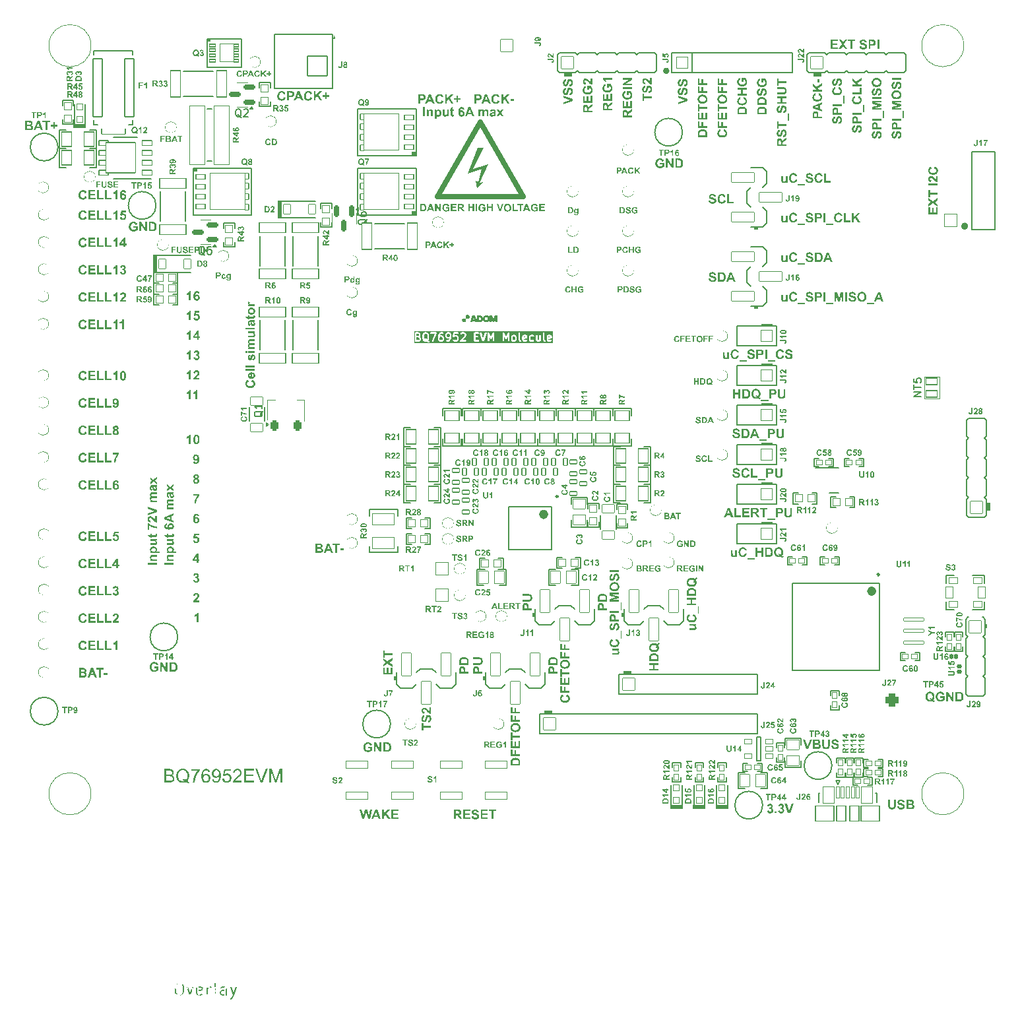
<source format=gbr>
%TF.GenerationSoftware,KiCad,Pcbnew,9.0.4*%
%TF.CreationDate,2025-10-28T13:54:02-05:00*%
%TF.ProjectId,Molecule_BQ76952 - v2,4d6f6c65-6375-46c6-955f-425137363935,rev?*%
%TF.SameCoordinates,Original*%
%TF.FileFunction,Legend,Top*%
%TF.FilePolarity,Positive*%
%FSLAX46Y46*%
G04 Gerber Fmt 4.6, Leading zero omitted, Abs format (unit mm)*
G04 Created by KiCad (PCBNEW 9.0.4) date 2025-10-28 13:54:02*
%MOMM*%
%LPD*%
G01*
G04 APERTURE LIST*
G04 Aperture macros list*
%AMRoundRect*
0 Rectangle with rounded corners*
0 $1 Rounding radius*
0 $2 $3 $4 $5 $6 $7 $8 $9 X,Y pos of 4 corners*
0 Add a 4 corners polygon primitive as box body*
4,1,4,$2,$3,$4,$5,$6,$7,$8,$9,$2,$3,0*
0 Add four circle primitives for the rounded corners*
1,1,$1+$1,$2,$3*
1,1,$1+$1,$4,$5*
1,1,$1+$1,$6,$7*
1,1,$1+$1,$8,$9*
0 Add four rect primitives between the rounded corners*
20,1,$1+$1,$2,$3,$4,$5,0*
20,1,$1+$1,$4,$5,$6,$7,0*
20,1,$1+$1,$6,$7,$8,$9,0*
20,1,$1+$1,$8,$9,$2,$3,0*%
%AMFreePoly0*
4,1,15,1.899497,1.449497,1.904091,1.444432,3.054091,0.044432,3.069666,-0.006830,3.044432,-0.054091,3.000000,-0.070000,0.000000,-0.070000,-0.049497,-0.049497,-0.070000,0.000000,-0.054091,0.044432,1.095909,1.444432,1.143170,1.469666,1.150000,1.470000,1.850000,1.470000,1.899497,1.449497,1.899497,1.449497,$1*%
%AMFreePoly1*
4,1,13,0.035355,0.835355,0.050000,0.800000,0.050000,0.000000,0.035355,-0.035355,0.000000,-0.050000,-0.500000,-0.050000,-0.535355,-0.035355,-0.550000,0.000000,-0.550000,0.800000,-0.535355,0.835355,-0.500000,0.850000,0.000000,0.850000,0.035355,0.835355,0.035355,0.835355,$1*%
%AMFreePoly2*
4,1,21,3.897855,0.901855,3.912500,0.866500,3.912500,-0.866500,3.897855,-0.901855,3.862500,-0.916500,0.737500,-0.916500,0.702145,-0.901855,0.687500,-0.866500,0.687500,-0.500000,-0.737500,-0.500000,-0.772855,-0.485355,-0.787500,-0.450000,-0.787500,0.450000,-0.772855,0.485355,-0.737500,0.500000,0.687500,0.500000,0.687500,0.866500,0.702145,0.901855,0.737500,0.916500,3.862500,0.916500,
3.897855,0.901855,3.897855,0.901855,$1*%
G04 Aperture macros list end*
%ADD10C,0.254000*%
%ADD11C,0.200000*%
%ADD12C,0.200025*%
%ADD13C,0.177800*%
%ADD14C,0.203200*%
%ADD15C,0.150000*%
%ADD16C,0.050000*%
%ADD17C,0.000000*%
%ADD18C,0.170000*%
%ADD19C,0.203000*%
%ADD20C,0.635000*%
%ADD21C,0.600000*%
%ADD22C,0.250000*%
%ADD23C,0.381000*%
%ADD24C,0.127000*%
%ADD25C,0.120000*%
%ADD26C,1.400000*%
%ADD27RoundRect,0.050000X0.575000X0.375000X-0.575000X0.375000X-0.575000X-0.375000X0.575000X-0.375000X0*%
%ADD28RoundRect,0.050000X0.475000X0.700000X-0.475000X0.700000X-0.475000X-0.700000X0.475000X-0.700000X0*%
%ADD29C,0.900000*%
%ADD30C,2.000000*%
%ADD31C,5.300000*%
%ADD32RoundRect,0.050000X-0.225000X-0.690000X0.225000X-0.690000X0.225000X0.690000X-0.225000X0.690000X0*%
%ADD33RoundRect,0.050000X-0.737500X-1.050000X0.737500X-1.050000X0.737500X1.050000X-0.737500X1.050000X0*%
%ADD34RoundRect,0.050000X-1.187500X-0.975000X1.187500X-0.975000X1.187500X0.975000X-1.187500X0.975000X0*%
%ADD35RoundRect,0.050000X-0.587500X-0.975000X0.587500X-0.975000X0.587500X0.975000X-0.587500X0.975000X0*%
%ADD36RoundRect,0.051000X0.799000X0.799000X-0.799000X0.799000X-0.799000X-0.799000X0.799000X-0.799000X0*%
%ADD37C,1.700000*%
%ADD38RoundRect,0.050000X-0.775000X-0.775000X0.775000X-0.775000X0.775000X0.775000X-0.775000X0.775000X0*%
%ADD39C,1.650000*%
%ADD40RoundRect,0.056000X0.744000X0.744000X-0.744000X0.744000X-0.744000X-0.744000X0.744000X-0.744000X0*%
%ADD41C,1.600000*%
%ADD42RoundRect,0.050000X0.444500X0.254000X-0.444500X0.254000X-0.444500X-0.254000X0.444500X-0.254000X0*%
%ADD43RoundRect,0.050000X0.300000X0.400000X-0.300000X0.400000X-0.300000X-0.400000X0.300000X-0.400000X0*%
%ADD44RoundRect,0.050000X-0.800000X-0.550000X0.800000X-0.550000X0.800000X0.550000X-0.800000X0.550000X0*%
%ADD45RoundRect,0.050000X-0.500000X0.475000X-0.500000X-0.475000X0.500000X-0.475000X0.500000X0.475000X0*%
%ADD46RoundRect,0.050000X0.825500X0.825500X-0.825500X0.825500X-0.825500X-0.825500X0.825500X-0.825500X0*%
%ADD47C,1.751000*%
%ADD48RoundRect,0.050000X-0.475000X-0.500000X0.475000X-0.500000X0.475000X0.500000X-0.475000X0.500000X0*%
%ADD49RoundRect,0.050000X0.635000X0.800100X-0.635000X0.800100X-0.635000X-0.800100X0.635000X-0.800100X0*%
%ADD50RoundRect,0.050000X-0.925000X-0.650000X0.925000X-0.650000X0.925000X0.650000X-0.925000X0.650000X0*%
%ADD51RoundRect,0.050000X-0.254000X0.444500X-0.254000X-0.444500X0.254000X-0.444500X0.254000X0.444500X0*%
%ADD52RoundRect,0.050000X0.400000X-0.300000X0.400000X0.300000X-0.400000X0.300000X-0.400000X-0.300000X0*%
%ADD53C,2.309800*%
%ADD54RoundRect,0.050000X0.650000X-0.925000X0.650000X0.925000X-0.650000X0.925000X-0.650000X-0.925000X0*%
%ADD55RoundRect,0.050000X-0.650000X0.925000X-0.650000X-0.925000X0.650000X-0.925000X0.650000X0.925000X0*%
%ADD56RoundRect,0.050000X0.400000X-0.400000X0.400000X0.400000X-0.400000X0.400000X-0.400000X-0.400000X0*%
%ADD57RoundRect,0.050000X-0.444500X-0.254000X0.444500X-0.254000X0.444500X0.254000X-0.444500X0.254000X0*%
%ADD58RoundRect,0.050000X1.700000X0.650000X-1.700000X0.650000X-1.700000X-0.650000X1.700000X-0.650000X0*%
%ADD59RoundRect,0.054800X-0.630200X-1.475200X0.630200X-1.475200X0.630200X1.475200X-0.630200X1.475200X0*%
%ADD60O,0.400000X1.550000*%
%ADD61O,1.550000X0.400000*%
%ADD62RoundRect,0.050000X-1.700000X-0.650000X1.700000X-0.650000X1.700000X0.650000X-1.700000X0.650000X0*%
%ADD63RoundRect,0.050000X-0.300000X-0.400000X0.300000X-0.400000X0.300000X0.400000X-0.300000X0.400000X0*%
%ADD64RoundRect,0.050000X0.500000X-0.475000X0.500000X0.475000X-0.500000X0.475000X-0.500000X-0.475000X0*%
%ADD65RoundRect,0.050000X0.650000X-1.700000X0.650000X1.700000X-0.650000X1.700000X-0.650000X-1.700000X0*%
%ADD66RoundRect,0.437500X-0.437500X-0.437500X0.437500X-0.437500X0.437500X0.437500X-0.437500X0.437500X0*%
%ADD67C,1.750000*%
%ADD68RoundRect,0.050000X-0.800100X0.635000X-0.800100X-0.635000X0.800100X-0.635000X0.800100X0.635000X0*%
%ADD69RoundRect,0.050000X-0.635000X-0.800100X0.635000X-0.800100X0.635000X0.800100X-0.635000X0.800100X0*%
%ADD70RoundRect,0.050000X-0.775000X0.775000X-0.775000X-0.775000X0.775000X-0.775000X0.775000X0.775000X0*%
%ADD71RoundRect,0.050000X0.600000X0.325000X-0.600000X0.325000X-0.600000X-0.325000X0.600000X-0.325000X0*%
%ADD72RoundRect,0.050000X0.250000X0.350000X-0.250000X0.350000X-0.250000X-0.350000X0.250000X-0.350000X0*%
%ADD73RoundRect,0.050000X2.250000X2.350000X-2.250000X2.350000X-2.250000X-2.350000X2.250000X-2.350000X0*%
%ADD74RoundRect,0.054800X1.475200X-0.630200X1.475200X0.630200X-1.475200X0.630200X-1.475200X-0.630200X0*%
%ADD75RoundRect,0.050000X-0.400000X0.300000X-0.400000X-0.300000X0.400000X-0.300000X0.400000X0.300000X0*%
%ADD76RoundRect,0.050000X0.800100X-0.635000X0.800100X0.635000X-0.800100X0.635000X-0.800100X-0.635000X0*%
%ADD77RoundRect,0.050000X0.457500X0.610000X-0.457500X0.610000X-0.457500X-0.610000X0.457500X-0.610000X0*%
%ADD78RoundRect,0.050000X-0.600000X-0.325000X0.600000X-0.325000X0.600000X0.325000X-0.600000X0.325000X0*%
%ADD79RoundRect,0.050000X-0.250000X-0.350000X0.250000X-0.350000X0.250000X0.350000X-0.250000X0.350000X0*%
%ADD80RoundRect,0.050000X-2.250000X-2.350000X2.250000X-2.350000X2.250000X2.350000X-2.250000X2.350000X0*%
%ADD81RoundRect,0.050000X-1.400000X-0.750000X1.400000X-0.750000X1.400000X0.750000X-1.400000X0.750000X0*%
%ADD82RoundRect,0.050000X-1.400000X-0.500000X1.400000X-0.500000X1.400000X0.500000X-1.400000X0.500000X0*%
%ADD83RoundRect,0.050000X0.775000X-0.775000X0.775000X0.775000X-0.775000X0.775000X-0.775000X-0.775000X0*%
%ADD84RoundRect,0.050000X-0.950000X-3.800000X0.950000X-3.800000X0.950000X3.800000X-0.950000X3.800000X0*%
%ADD85RoundRect,0.050000X-0.750000X-0.750000X0.750000X-0.750000X0.750000X0.750000X-0.750000X0.750000X0*%
%ADD86RoundRect,0.052800X1.267200X1.267200X-1.267200X1.267200X-1.267200X-1.267200X1.267200X-1.267200X0*%
%ADD87C,2.640000*%
%ADD88RoundRect,0.050000X-0.400000X-0.170000X0.400000X-0.170000X0.400000X0.170000X-0.400000X0.170000X0*%
%ADD89RoundRect,0.050000X-0.325000X-0.170000X0.325000X-0.170000X0.325000X0.170000X-0.325000X0.170000X0*%
%ADD90RoundRect,0.050000X-0.855000X-1.145000X0.855000X-1.145000X0.855000X1.145000X-0.855000X1.145000X0*%
%ADD91O,1.150000X0.500000*%
%ADD92RoundRect,0.059500X-0.490500X0.290500X-0.490500X-0.290500X0.490500X-0.290500X0.490500X0.290500X0*%
%ADD93C,1.100000*%
%ADD94RoundRect,0.050000X0.825000X-0.825000X0.825000X0.825000X-0.825000X0.825000X-0.825000X-0.825000X0*%
%ADD95RoundRect,0.050000X1.400000X0.500000X-1.400000X0.500000X-1.400000X-0.500000X1.400000X-0.500000X0*%
%ADD96RoundRect,0.070000X0.600000X-3.700000X0.600000X3.700000X-0.600000X3.700000X-0.600000X-3.700000X0*%
%ADD97RoundRect,0.070000X1.500000X-0.375000X1.500000X0.375000X-1.500000X0.375000X-1.500000X-0.375000X0*%
%ADD98FreePoly0,0.000000*%
%ADD99RoundRect,0.050000X0.750000X-0.425000X0.750000X0.425000X-0.750000X0.425000X-0.750000X-0.425000X0*%
%ADD100FreePoly1,0.000000*%
%ADD101RoundRect,0.050000X1.300000X0.200000X-1.300000X0.200000X-1.300000X-0.200000X1.300000X-0.200000X0*%
%ADD102RoundRect,0.076000X-0.635000X0.304800X-0.635000X-0.304800X0.635000X-0.304800X0.635000X0.304800X0*%
%ADD103RoundRect,0.076000X-0.609600X0.304800X-0.609600X-0.304800X0.609600X-0.304800X0.609600X0.304800X0*%
%ADD104RoundRect,0.076000X1.905000X1.955800X-1.905000X1.955800X-1.905000X-1.955800X1.905000X-1.955800X0*%
%ADD105RoundRect,0.128250X-0.221750X0.096750X-0.221750X-0.096750X0.221750X-0.096750X0.221750X0.096750X0*%
%ADD106RoundRect,0.128250X-0.096750X-0.221750X0.096750X-0.221750X0.096750X0.221750X-0.096750X0.221750X0*%
%ADD107RoundRect,0.250000X0.250000X-0.450000X0.250000X0.450000X-0.250000X0.450000X-0.250000X-0.450000X0*%
%ADD108FreePoly2,90.000000*%
%ADD109RoundRect,0.175000X0.612500X0.175000X-0.612500X0.175000X-0.612500X-0.175000X0.612500X-0.175000X0*%
%ADD110RoundRect,0.175000X-0.175000X0.612500X-0.175000X-0.612500X0.175000X-0.612500X0.175000X0.612500X0*%
G04 APERTURE END LIST*
D10*
G36*
X-38217389Y260301069D02*
G01*
X-37987797Y260324812D01*
X-37976465Y260275009D01*
X-37957001Y260234443D01*
X-37929611Y260201405D01*
X-37895236Y260175888D01*
X-37858422Y260160987D01*
X-37818076Y260155970D01*
X-37772761Y260162563D01*
X-37732590Y260182137D01*
X-37695988Y260216135D01*
X-37669821Y260259223D01*
X-37652446Y260318118D01*
X-37645936Y260397654D01*
X-37652334Y260471953D01*
X-37669492Y260527291D01*
X-37695548Y260568108D01*
X-37731857Y260599645D01*
X-37774247Y260618453D01*
X-37824671Y260624975D01*
X-37871874Y260619669D01*
X-37916644Y260603746D01*
X-37959995Y260576406D01*
X-38002600Y260535864D01*
X-38189542Y260563345D01*
X-38071485Y261187781D01*
X-37462292Y261187781D01*
X-37462292Y260972039D01*
X-37896854Y260972039D01*
X-37932909Y260769780D01*
X-37880475Y260791171D01*
X-37828197Y260803731D01*
X-37775499Y260807887D01*
X-37701198Y260800720D01*
X-37634089Y260779764D01*
X-37572597Y260744948D01*
X-37515641Y260695033D01*
X-37469773Y260635665D01*
X-37436701Y260568173D01*
X-37416189Y260491011D01*
X-37409016Y260402124D01*
X-37414522Y260328215D01*
X-37430698Y260259509D01*
X-37457427Y260195047D01*
X-37495122Y260134059D01*
X-37546139Y260075644D01*
X-37603164Y260031213D01*
X-37666959Y259999424D01*
X-37738838Y259979858D01*
X-37820567Y259973058D01*
X-37903280Y259979118D01*
X-37974934Y259996383D01*
X-38037342Y260024021D01*
X-38091931Y260061949D01*
X-38138701Y260109731D01*
X-38174985Y260164734D01*
X-38201291Y260228009D01*
X-38217389Y260301069D01*
G37*
G36*
X-37713520Y263736644D02*
G01*
X-37654047Y263721700D01*
X-37601414Y263697556D01*
X-37554554Y263664099D01*
X-37515117Y263622639D01*
X-37482810Y263572238D01*
X-37457632Y263511471D01*
X-37440160Y263438464D01*
X-37663158Y263413548D01*
X-37672372Y263458682D01*
X-37686846Y263492094D01*
X-37705808Y263516362D01*
X-37730544Y263534537D01*
X-37759886Y263545652D01*
X-37795138Y263549559D01*
X-37840538Y263542316D01*
X-37881119Y263520566D01*
X-37918545Y263482066D01*
X-37943889Y263432958D01*
X-37966271Y263345935D01*
X-37982081Y263203961D01*
X-37935448Y263249224D01*
X-37884951Y263280523D01*
X-37829654Y263299270D01*
X-37768097Y263305677D01*
X-37698319Y263298835D01*
X-37634748Y263278748D01*
X-37575942Y263245217D01*
X-37520917Y263196926D01*
X-37476588Y263139730D01*
X-37444683Y263074933D01*
X-37424928Y263001086D01*
X-37418029Y262916256D01*
X-37425370Y262826075D01*
X-37446268Y262748606D01*
X-37479833Y262681592D01*
X-37526267Y262623348D01*
X-37583725Y262575433D01*
X-37648189Y262541305D01*
X-37721046Y262520343D01*
X-37804225Y262513058D01*
X-37875337Y262518876D01*
X-37939731Y262535817D01*
X-37998644Y262563650D01*
X-38053018Y262602864D01*
X-38103436Y262654639D01*
X-38141488Y262710824D01*
X-38173386Y262782044D01*
X-38198274Y262871330D01*
X-38207727Y262935163D01*
X-37962441Y262935163D01*
X-37955961Y262863492D01*
X-37938254Y262808038D01*
X-37910777Y262765222D01*
X-37873275Y262730967D01*
X-37834376Y262711692D01*
X-37792720Y262705350D01*
X-37752330Y262710841D01*
X-37717288Y262726927D01*
X-37686168Y262754376D01*
X-37664248Y262789815D01*
X-37649270Y262841506D01*
X-37643518Y262915083D01*
X-37649604Y262990578D01*
X-37665644Y263044951D01*
X-37689466Y263083412D01*
X-37722992Y263113348D01*
X-37760730Y263130861D01*
X-37804225Y263136835D01*
X-37846243Y263131152D01*
X-37883222Y263114417D01*
X-37916567Y263085757D01*
X-37940807Y263049033D01*
X-37956598Y263000060D01*
X-37962441Y262935163D01*
X-38207727Y262935163D01*
X-38214699Y262982245D01*
X-38220687Y263118807D01*
X-38214471Y263258647D01*
X-38197407Y263372428D01*
X-38171512Y263464223D01*
X-38138268Y263537636D01*
X-38098526Y263595727D01*
X-38046169Y263648820D01*
X-37989110Y263689251D01*
X-37926684Y263718108D01*
X-37857840Y263735763D01*
X-37781215Y263741851D01*
X-37713520Y263736644D01*
G37*
G36*
X-40704999Y257190259D02*
G01*
X-41910342Y257190259D01*
X-41910342Y257432969D01*
X-40704999Y257432969D01*
X-40704999Y257190259D01*
G37*
G36*
X-40704999Y258454667D02*
G01*
X-40704999Y258224268D01*
X-41151507Y258224268D01*
X-41280905Y258219421D01*
X-41334785Y258209465D01*
X-41372131Y258189854D01*
X-41399493Y258161539D01*
X-41416593Y258125683D01*
X-41422577Y258081588D01*
X-41414265Y258024631D01*
X-41389600Y257974230D01*
X-41351265Y257934098D01*
X-41302321Y257909009D01*
X-41236470Y257896923D01*
X-41101309Y257891421D01*
X-40704999Y257891421D01*
X-40704999Y257661023D01*
X-41577349Y257661023D01*
X-41577349Y257875006D01*
X-41449471Y257875006D01*
X-41505715Y257924796D01*
X-41547686Y257977704D01*
X-41577071Y258034218D01*
X-41594764Y258095232D01*
X-41600799Y258161979D01*
X-41593719Y258235778D01*
X-41573172Y258301288D01*
X-41540594Y258358268D01*
X-41502601Y258396847D01*
X-41457071Y258424201D01*
X-41405282Y258441916D01*
X-41344973Y258450974D01*
X-41249412Y258454667D01*
X-40704999Y258454667D01*
G37*
G36*
X-41035514Y259523797D02*
G01*
X-40943586Y259502566D01*
X-40867175Y259469353D01*
X-40803710Y259424774D01*
X-40749143Y259367231D01*
X-40711557Y259305823D01*
X-40689162Y259239491D01*
X-40681549Y259166602D01*
X-40688910Y259097000D01*
X-40710276Y259035793D01*
X-40746815Y258978755D01*
X-40808694Y258912460D01*
X-40372006Y258912460D01*
X-40372006Y258682061D01*
X-41577349Y258682061D01*
X-41577349Y258896851D01*
X-41449471Y258896851D01*
X-41508933Y258945595D01*
X-41557929Y259009998D01*
X-41581659Y259059037D01*
X-41594430Y259105924D01*
X-41422577Y259105924D01*
X-41415130Y259052728D01*
X-41393275Y259006641D01*
X-41355817Y258965736D01*
X-41308137Y258936449D01*
X-41243905Y258917153D01*
X-41158175Y258909968D01*
X-41059307Y258917660D01*
X-40987489Y258937980D01*
X-40936204Y258968154D01*
X-40895552Y259010928D01*
X-40872273Y259057608D01*
X-40864461Y259110028D01*
X-40871754Y259160480D01*
X-40893249Y259204397D01*
X-40930342Y259243621D01*
X-40977615Y259270892D01*
X-41047090Y259289710D01*
X-41146450Y259296970D01*
X-41238648Y259289738D01*
X-41306053Y259270574D01*
X-41354571Y259242009D01*
X-41392967Y259201624D01*
X-41415102Y259156873D01*
X-41422577Y259105924D01*
X-41594430Y259105924D01*
X-41595941Y259111471D01*
X-41600799Y259168214D01*
X-41593277Y259241259D01*
X-41571190Y259307519D01*
X-41534217Y259368628D01*
X-41480690Y259425654D01*
X-41418246Y259469974D01*
X-41343407Y259502900D01*
X-41253730Y259523896D01*
X-41146157Y259531400D01*
X-41035514Y259523797D01*
G37*
G36*
X-40704999Y260287670D02*
G01*
X-40835368Y260287670D01*
X-40792188Y260252833D01*
X-40755043Y260211353D01*
X-40723613Y260162578D01*
X-40700129Y260109654D01*
X-40686207Y260055392D01*
X-40681549Y259999085D01*
X-40686015Y259941578D01*
X-40699012Y259889394D01*
X-40720315Y259841602D01*
X-40749981Y259799037D01*
X-40786048Y259765735D01*
X-40829213Y259740766D01*
X-40877110Y259724632D01*
X-40940488Y259713705D01*
X-41023043Y259709621D01*
X-41577349Y259709621D01*
X-41577349Y259940020D01*
X-41175763Y259940020D01*
X-41008676Y259944381D01*
X-40949908Y259952698D01*
X-40912467Y259970790D01*
X-40884027Y259999012D01*
X-40866180Y260035962D01*
X-40859771Y260084312D01*
X-40867964Y260140533D01*
X-40892235Y260190058D01*
X-40929222Y260229862D01*
X-40972919Y260254034D01*
X-41038077Y260265472D01*
X-41208667Y260271255D01*
X-41577349Y260271255D01*
X-41577349Y260501653D01*
X-40704999Y260501653D01*
X-40704999Y260287670D01*
G37*
G36*
X-41577349Y261139793D02*
G01*
X-41394437Y261139793D01*
X-41394437Y260982383D01*
X-41040191Y260982383D01*
X-40914806Y260986854D01*
X-40898688Y260994163D01*
X-40885420Y261007373D01*
X-40876850Y261024728D01*
X-40873841Y261046359D01*
X-40878405Y261081299D01*
X-40895972Y261138987D01*
X-40716212Y261158627D01*
X-40697318Y261104069D01*
X-40685608Y261043699D01*
X-40681549Y260976594D01*
X-40687006Y260916412D01*
X-40702654Y260864253D01*
X-40727857Y260819594D01*
X-40757250Y260790898D01*
X-40794583Y260771906D01*
X-40847753Y260758580D01*
X-40898516Y260753550D01*
X-41011538Y260751179D01*
X-41394437Y260751179D01*
X-41394437Y260645433D01*
X-41577349Y260645433D01*
X-41577349Y260751179D01*
X-41746190Y260751179D01*
X-41882202Y260982383D01*
X-41577349Y260982383D01*
X-41577349Y261139793D01*
G37*
G36*
X-40994566Y262512573D02*
G01*
X-40917097Y262491674D01*
X-40850083Y262458109D01*
X-40791839Y262411676D01*
X-40743924Y262354217D01*
X-40709796Y262289754D01*
X-40688834Y262216897D01*
X-40681549Y262133717D01*
X-40687367Y262062605D01*
X-40704308Y261998211D01*
X-40732141Y261939298D01*
X-40771355Y261884924D01*
X-40823130Y261834507D01*
X-40879315Y261796454D01*
X-40950535Y261764557D01*
X-41039821Y261739668D01*
X-41150736Y261723244D01*
X-41287298Y261717256D01*
X-41427138Y261723471D01*
X-41540919Y261740536D01*
X-41632714Y261766430D01*
X-41706127Y261799675D01*
X-41764218Y261839417D01*
X-41817311Y261891773D01*
X-41857742Y261948832D01*
X-41886599Y262011259D01*
X-41904254Y262080103D01*
X-41910342Y262156728D01*
X-41905135Y262224422D01*
X-41890191Y262283896D01*
X-41866047Y262336528D01*
X-41832590Y262383389D01*
X-41791130Y262422825D01*
X-41740729Y262455132D01*
X-41679962Y262480310D01*
X-41606955Y262497782D01*
X-41582039Y262274785D01*
X-41627173Y262265570D01*
X-41660585Y262251097D01*
X-41684853Y262232135D01*
X-41703028Y262207399D01*
X-41714143Y262178056D01*
X-41718050Y262142804D01*
X-41710807Y262097404D01*
X-41689057Y262056824D01*
X-41650557Y262019397D01*
X-41601449Y261994053D01*
X-41514426Y261971671D01*
X-41372452Y261955862D01*
X-41417715Y262002494D01*
X-41449014Y262052992D01*
X-41467761Y262108288D01*
X-41470408Y262133717D01*
X-41305326Y262133717D01*
X-41299643Y262091700D01*
X-41282908Y262054720D01*
X-41254248Y262021376D01*
X-41217524Y261997136D01*
X-41168551Y261981344D01*
X-41103654Y261975501D01*
X-41031983Y261981982D01*
X-40976529Y261999689D01*
X-40933713Y262027165D01*
X-40899458Y262064667D01*
X-40880183Y262103566D01*
X-40873841Y262145222D01*
X-40879332Y262185613D01*
X-40895418Y262220655D01*
X-40922867Y262251775D01*
X-40958306Y262273695D01*
X-41009997Y262288673D01*
X-41083574Y262294425D01*
X-41159069Y262288339D01*
X-41213442Y262272299D01*
X-41251903Y262248477D01*
X-41281839Y262214951D01*
X-41299352Y262177213D01*
X-41305326Y262133717D01*
X-41470408Y262133717D01*
X-41474168Y262169845D01*
X-41467326Y262239624D01*
X-41447239Y262303195D01*
X-41413708Y262362000D01*
X-41365417Y262417025D01*
X-41308221Y262461355D01*
X-41243424Y262493260D01*
X-41169577Y262513014D01*
X-41084747Y262519913D01*
X-40994566Y262512573D01*
G37*
G36*
X-40704999Y263521239D02*
G01*
X-40977022Y263416299D01*
X-40977022Y262935935D01*
X-40704999Y262836712D01*
X-40704999Y262579272D01*
X-41910342Y263047397D01*
X-41910342Y263172856D01*
X-41628939Y263172856D01*
X-41178694Y263010536D01*
X-41178694Y263338473D01*
X-41628939Y263172856D01*
X-41910342Y263172856D01*
X-41910342Y263304031D01*
X-40704999Y263785274D01*
X-40704999Y263521239D01*
G37*
G36*
X-41577349Y264299494D02*
G01*
X-41577349Y264511792D01*
X-41458485Y264511792D01*
X-41522966Y264574102D01*
X-41566595Y264639260D01*
X-41592189Y264708348D01*
X-41600799Y264783155D01*
X-41596690Y264838041D01*
X-41584927Y264886053D01*
X-41565990Y264928327D01*
X-41539422Y264966155D01*
X-41504688Y264999690D01*
X-41460684Y265029163D01*
X-41523531Y265090299D01*
X-41565990Y265152936D01*
X-41592086Y265221594D01*
X-41600799Y265294810D01*
X-41596091Y265357746D01*
X-41582773Y265411319D01*
X-41561593Y265457130D01*
X-41531697Y265497362D01*
X-41493721Y265530283D01*
X-41446540Y265556354D01*
X-41381603Y265572981D01*
X-41265094Y265580097D01*
X-40704999Y265580097D01*
X-40704999Y265349698D01*
X-41205076Y265349698D01*
X-41293680Y265345976D01*
X-41345619Y265337130D01*
X-41373112Y265325955D01*
X-41400330Y265301131D01*
X-41416733Y265269117D01*
X-41422577Y265227537D01*
X-41415290Y265181008D01*
X-41392898Y265136521D01*
X-41357199Y265100454D01*
X-41305985Y265075037D01*
X-41240425Y265061828D01*
X-41125199Y265056204D01*
X-40704999Y265056204D01*
X-40704999Y264825805D01*
X-41184484Y264825805D01*
X-41301067Y264821764D01*
X-41349222Y264813494D01*
X-41382305Y264797271D01*
X-41404403Y264775314D01*
X-41417624Y264746436D01*
X-41422577Y264705256D01*
X-41415298Y264654435D01*
X-41393704Y264609330D01*
X-41359085Y264573150D01*
X-41310529Y264548213D01*
X-41247173Y264535394D01*
X-41130108Y264529819D01*
X-40704999Y264529819D01*
X-40704999Y264299494D01*
X-41577349Y264299494D01*
G37*
G36*
X-40704999Y266339299D02*
G01*
X-40772126Y266317167D01*
X-40798800Y266308960D01*
X-40746825Y266246921D01*
X-40710862Y266182695D01*
X-40688948Y266113570D01*
X-40681549Y266039209D01*
X-40686644Y265972294D01*
X-40701010Y265915809D01*
X-40723799Y265867938D01*
X-40754905Y265827277D01*
X-40794038Y265793366D01*
X-40837353Y265769434D01*
X-40885719Y265754855D01*
X-40940381Y265749818D01*
X-40988824Y265753870D01*
X-41032625Y265765668D01*
X-41072655Y265785067D01*
X-41108258Y265811609D01*
X-41137774Y265844300D01*
X-41161620Y265883851D01*
X-41188654Y265954978D01*
X-41215629Y266067056D01*
X-41248185Y266215706D01*
X-41272495Y266290859D01*
X-41122414Y266290859D01*
X-41087019Y266150671D01*
X-41064034Y266063546D01*
X-41046640Y266025212D01*
X-41022588Y265999598D01*
X-40995821Y265985036D01*
X-40965151Y265980143D01*
X-40934202Y265984145D01*
X-40906495Y265995970D01*
X-40881096Y266016198D01*
X-40861611Y266042104D01*
X-40849813Y266072293D01*
X-40845701Y266108021D01*
X-40850133Y266148274D01*
X-40863584Y266187630D01*
X-40886885Y266226884D01*
X-40922173Y266261901D01*
X-40963465Y266281846D01*
X-40999783Y266288018D01*
X-41076319Y266290859D01*
X-41122414Y266290859D01*
X-41272495Y266290859D01*
X-41296092Y266290859D01*
X-41340415Y266286554D01*
X-41371741Y266275194D01*
X-41393484Y266258029D01*
X-41407962Y266234008D01*
X-41418401Y266194861D01*
X-41422577Y266134256D01*
X-41415713Y266077237D01*
X-41397588Y266038329D01*
X-41365776Y266008868D01*
X-41310016Y265982635D01*
X-41347536Y265773561D01*
X-41429298Y265804251D01*
X-41491883Y265844770D01*
X-41538729Y265894843D01*
X-41563846Y265938542D01*
X-41583289Y265993970D01*
X-41596109Y266063684D01*
X-41600799Y266150671D01*
X-41595774Y266253925D01*
X-41582710Y266328242D01*
X-41564085Y266380190D01*
X-41535981Y266427513D01*
X-41504940Y266462197D01*
X-41470870Y266486376D01*
X-41431119Y266501386D01*
X-41365403Y266512617D01*
X-41263408Y266517154D01*
X-40992851Y266514736D01*
X-40885006Y266518024D01*
X-40822544Y266525801D01*
X-40767375Y266541103D01*
X-40704999Y266567206D01*
X-40704999Y266339299D01*
G37*
G36*
X-40704999Y266633086D02*
G01*
X-41154292Y266947100D01*
X-41577349Y266646204D01*
X-41577349Y266927460D01*
X-41337497Y267081572D01*
X-41577349Y267243892D01*
X-41577349Y267514449D01*
X-41164185Y267219269D01*
X-40704999Y267541490D01*
X-40704999Y267258621D01*
X-40975264Y267081572D01*
X-40704999Y266902837D01*
X-40704999Y266633086D01*
G37*
G36*
X-42863999Y257190259D02*
G01*
X-44069342Y257190259D01*
X-44069342Y257432969D01*
X-42863999Y257432969D01*
X-42863999Y257190259D01*
G37*
G36*
X-42863999Y258454667D02*
G01*
X-42863999Y258224268D01*
X-43310507Y258224268D01*
X-43439905Y258219421D01*
X-43493785Y258209465D01*
X-43531131Y258189854D01*
X-43558493Y258161539D01*
X-43575593Y258125683D01*
X-43581577Y258081588D01*
X-43573265Y258024631D01*
X-43548600Y257974230D01*
X-43510265Y257934098D01*
X-43461321Y257909009D01*
X-43395470Y257896923D01*
X-43260309Y257891421D01*
X-42863999Y257891421D01*
X-42863999Y257661023D01*
X-43736349Y257661023D01*
X-43736349Y257875006D01*
X-43608471Y257875006D01*
X-43664715Y257924796D01*
X-43706686Y257977704D01*
X-43736071Y258034218D01*
X-43753764Y258095232D01*
X-43759799Y258161979D01*
X-43752719Y258235778D01*
X-43732172Y258301288D01*
X-43699594Y258358268D01*
X-43661601Y258396847D01*
X-43616071Y258424201D01*
X-43564282Y258441916D01*
X-43503973Y258450974D01*
X-43408412Y258454667D01*
X-42863999Y258454667D01*
G37*
G36*
X-43194514Y259523797D02*
G01*
X-43102586Y259502566D01*
X-43026175Y259469353D01*
X-42962710Y259424774D01*
X-42908143Y259367231D01*
X-42870557Y259305823D01*
X-42848162Y259239491D01*
X-42840549Y259166602D01*
X-42847910Y259097000D01*
X-42869276Y259035793D01*
X-42905815Y258978755D01*
X-42967694Y258912460D01*
X-42531006Y258912460D01*
X-42531006Y258682061D01*
X-43736349Y258682061D01*
X-43736349Y258896851D01*
X-43608471Y258896851D01*
X-43667933Y258945595D01*
X-43716929Y259009998D01*
X-43740659Y259059037D01*
X-43753430Y259105924D01*
X-43581577Y259105924D01*
X-43574130Y259052728D01*
X-43552275Y259006641D01*
X-43514817Y258965736D01*
X-43467137Y258936449D01*
X-43402905Y258917153D01*
X-43317175Y258909968D01*
X-43218307Y258917660D01*
X-43146489Y258937980D01*
X-43095204Y258968154D01*
X-43054552Y259010928D01*
X-43031273Y259057608D01*
X-43023461Y259110028D01*
X-43030754Y259160480D01*
X-43052249Y259204397D01*
X-43089342Y259243621D01*
X-43136615Y259270892D01*
X-43206090Y259289710D01*
X-43305450Y259296970D01*
X-43397648Y259289738D01*
X-43465053Y259270574D01*
X-43513571Y259242009D01*
X-43551967Y259201624D01*
X-43574102Y259156873D01*
X-43581577Y259105924D01*
X-43753430Y259105924D01*
X-43754941Y259111471D01*
X-43759799Y259168214D01*
X-43752277Y259241259D01*
X-43730190Y259307519D01*
X-43693217Y259368628D01*
X-43639690Y259425654D01*
X-43577246Y259469974D01*
X-43502407Y259502900D01*
X-43412730Y259523896D01*
X-43305157Y259531400D01*
X-43194514Y259523797D01*
G37*
G36*
X-42863999Y260287670D02*
G01*
X-42994368Y260287670D01*
X-42951188Y260252833D01*
X-42914043Y260211353D01*
X-42882613Y260162578D01*
X-42859129Y260109654D01*
X-42845207Y260055392D01*
X-42840549Y259999085D01*
X-42845015Y259941578D01*
X-42858012Y259889394D01*
X-42879315Y259841602D01*
X-42908981Y259799037D01*
X-42945048Y259765735D01*
X-42988213Y259740766D01*
X-43036110Y259724632D01*
X-43099488Y259713705D01*
X-43182043Y259709621D01*
X-43736349Y259709621D01*
X-43736349Y259940020D01*
X-43334763Y259940020D01*
X-43167676Y259944381D01*
X-43108908Y259952698D01*
X-43071467Y259970790D01*
X-43043027Y259999012D01*
X-43025180Y260035962D01*
X-43018771Y260084312D01*
X-43026964Y260140533D01*
X-43051235Y260190058D01*
X-43088222Y260229862D01*
X-43131919Y260254034D01*
X-43197077Y260265472D01*
X-43367667Y260271255D01*
X-43736349Y260271255D01*
X-43736349Y260501653D01*
X-42863999Y260501653D01*
X-42863999Y260287670D01*
G37*
G36*
X-43736349Y261139793D02*
G01*
X-43553437Y261139793D01*
X-43553437Y260982383D01*
X-43199191Y260982383D01*
X-43073806Y260986854D01*
X-43057688Y260994163D01*
X-43044420Y261007373D01*
X-43035850Y261024728D01*
X-43032841Y261046359D01*
X-43037405Y261081299D01*
X-43054972Y261138987D01*
X-42875212Y261158627D01*
X-42856318Y261104069D01*
X-42844608Y261043699D01*
X-42840549Y260976594D01*
X-42846006Y260916412D01*
X-42861654Y260864253D01*
X-42886857Y260819594D01*
X-42916250Y260790898D01*
X-42953583Y260771906D01*
X-43006753Y260758580D01*
X-43057516Y260753550D01*
X-43170538Y260751179D01*
X-43553437Y260751179D01*
X-43553437Y260645433D01*
X-43736349Y260645433D01*
X-43736349Y260751179D01*
X-43905190Y260751179D01*
X-44041202Y260982383D01*
X-43736349Y260982383D01*
X-43736349Y261139793D01*
G37*
G36*
X-43839530Y261717256D02*
G01*
X-44055272Y261717256D01*
X-44055272Y262505184D01*
X-43886430Y262505184D01*
X-43818790Y262444498D01*
X-43728078Y262378510D01*
X-43609791Y262306736D01*
X-43487322Y262244941D01*
X-43359750Y262193726D01*
X-43226599Y262152990D01*
X-43090046Y262122611D01*
X-42969807Y262105861D01*
X-42863999Y262100960D01*
X-42863999Y261878769D01*
X-42987556Y261887097D01*
X-43113481Y261906698D01*
X-43242269Y261938016D01*
X-43374409Y261981657D01*
X-43543421Y262054519D01*
X-43698070Y262141005D01*
X-43839530Y262241149D01*
X-43839530Y261717256D01*
G37*
G36*
X-43079742Y263428610D02*
G01*
X-42863999Y263428610D01*
X-42863999Y262621116D01*
X-42942882Y262635594D01*
X-43019072Y262661665D01*
X-43093299Y262699821D01*
X-43162603Y262749015D01*
X-43256326Y262831711D01*
X-43380711Y262958873D01*
X-43516087Y263097889D01*
X-43576960Y263149846D01*
X-43626025Y263177075D01*
X-43672581Y263192454D01*
X-43717588Y263197406D01*
X-43767199Y263192297D01*
X-43805734Y263178225D01*
X-43835719Y263156001D01*
X-43858078Y263126012D01*
X-43872042Y263088594D01*
X-43877050Y263041608D01*
X-43871875Y262995349D01*
X-43857283Y262957742D01*
X-43833594Y262926848D01*
X-43801795Y262904194D01*
X-43755368Y262887252D01*
X-43689448Y262877676D01*
X-43712385Y262648157D01*
X-43807434Y262665588D01*
X-43882423Y262693554D01*
X-43941094Y262730706D01*
X-43986240Y262776840D01*
X-44021777Y262832745D01*
X-44047639Y262895616D01*
X-44063727Y262966667D01*
X-44069342Y263047397D01*
X-44062673Y263136050D01*
X-44043897Y263210659D01*
X-44014177Y263273666D01*
X-43973709Y263326968D01*
X-43922650Y263371693D01*
X-43866778Y263403072D01*
X-43805041Y263422076D01*
X-43735909Y263428610D01*
X-43656691Y263421289D01*
X-43581870Y263399517D01*
X-43509596Y263363453D01*
X-43428711Y263307255D01*
X-43371153Y263255744D01*
X-43275844Y263156441D01*
X-43143497Y263018304D01*
X-43079742Y262971184D01*
X-43079742Y263428610D01*
G37*
G36*
X-42863999Y263941365D02*
G01*
X-44069342Y263511785D01*
X-44069342Y263774941D01*
X-43178233Y264079135D01*
X-44069342Y264373435D01*
X-44069342Y264630875D01*
X-42863999Y264200417D01*
X-42863999Y263941365D01*
G37*
G36*
X-43736349Y265202328D02*
G01*
X-43736349Y265414626D01*
X-43617485Y265414626D01*
X-43681966Y265476936D01*
X-43725595Y265542094D01*
X-43751189Y265611182D01*
X-43759799Y265685989D01*
X-43755690Y265740876D01*
X-43743927Y265788888D01*
X-43724990Y265831161D01*
X-43698422Y265868989D01*
X-43663688Y265902525D01*
X-43619684Y265931997D01*
X-43682531Y265993134D01*
X-43724990Y266055771D01*
X-43751086Y266124429D01*
X-43759799Y266197645D01*
X-43755091Y266260580D01*
X-43741773Y266314153D01*
X-43720593Y266359964D01*
X-43690697Y266400196D01*
X-43652721Y266433118D01*
X-43605540Y266459188D01*
X-43540603Y266475815D01*
X-43424094Y266482931D01*
X-42863999Y266482931D01*
X-42863999Y266252533D01*
X-43364076Y266252533D01*
X-43452680Y266248810D01*
X-43504619Y266239965D01*
X-43532112Y266228789D01*
X-43559330Y266203966D01*
X-43575733Y266171951D01*
X-43581577Y266130372D01*
X-43574290Y266083843D01*
X-43551898Y266039355D01*
X-43516199Y266003289D01*
X-43464985Y265977872D01*
X-43399425Y265964662D01*
X-43284199Y265959038D01*
X-42863999Y265959038D01*
X-42863999Y265728640D01*
X-43343484Y265728640D01*
X-43460067Y265724598D01*
X-43508222Y265716328D01*
X-43541305Y265700105D01*
X-43563403Y265678148D01*
X-43576624Y265649271D01*
X-43581577Y265608091D01*
X-43574298Y265557269D01*
X-43552704Y265512165D01*
X-43518085Y265475984D01*
X-43469529Y265451047D01*
X-43406173Y265438229D01*
X-43289108Y265432654D01*
X-42863999Y265432654D01*
X-42863999Y265202328D01*
X-43736349Y265202328D01*
G37*
G36*
X-42863999Y267242133D02*
G01*
X-42931126Y267220002D01*
X-42957800Y267211794D01*
X-42905825Y267149756D01*
X-42869862Y267085529D01*
X-42847948Y267016405D01*
X-42840549Y266942043D01*
X-42845644Y266875128D01*
X-42860010Y266818644D01*
X-42882799Y266770772D01*
X-42913905Y266730112D01*
X-42953038Y266696200D01*
X-42996353Y266672268D01*
X-43044719Y266657689D01*
X-43099381Y266652653D01*
X-43147824Y266656704D01*
X-43191625Y266668502D01*
X-43231655Y266687901D01*
X-43267258Y266714443D01*
X-43296774Y266747135D01*
X-43320620Y266786685D01*
X-43347654Y266857812D01*
X-43374629Y266969890D01*
X-43407185Y267118540D01*
X-43431495Y267193694D01*
X-43281414Y267193694D01*
X-43246019Y267053505D01*
X-43223034Y266966381D01*
X-43205640Y266928046D01*
X-43181588Y266902433D01*
X-43154821Y266887871D01*
X-43124151Y266882978D01*
X-43093202Y266886979D01*
X-43065495Y266898805D01*
X-43040096Y266919033D01*
X-43020611Y266944938D01*
X-43008813Y266975128D01*
X-43004701Y267010855D01*
X-43009133Y267051108D01*
X-43022584Y267090464D01*
X-43045885Y267129718D01*
X-43081173Y267164736D01*
X-43122465Y267184680D01*
X-43158783Y267190852D01*
X-43235319Y267193694D01*
X-43281414Y267193694D01*
X-43431495Y267193694D01*
X-43455092Y267193694D01*
X-43499415Y267189389D01*
X-43530741Y267178029D01*
X-43552484Y267160863D01*
X-43566962Y267136843D01*
X-43577401Y267097695D01*
X-43581577Y267037090D01*
X-43574713Y266980072D01*
X-43556588Y266941164D01*
X-43524776Y266911702D01*
X-43469016Y266885469D01*
X-43506536Y266676396D01*
X-43588298Y266707086D01*
X-43650883Y266747604D01*
X-43697729Y266797678D01*
X-43722846Y266841376D01*
X-43742289Y266896805D01*
X-43755109Y266966518D01*
X-43759799Y267053505D01*
X-43754774Y267156760D01*
X-43741710Y267231076D01*
X-43723085Y267283024D01*
X-43694981Y267330348D01*
X-43663940Y267365032D01*
X-43629870Y267389210D01*
X-43590119Y267404220D01*
X-43524403Y267415451D01*
X-43422408Y267419988D01*
X-43151851Y267417570D01*
X-43044006Y267420858D01*
X-42981544Y267428636D01*
X-42926375Y267443938D01*
X-42863999Y267470040D01*
X-42863999Y267242133D01*
G37*
G36*
X-42863999Y267535921D02*
G01*
X-43313292Y267849934D01*
X-43736349Y267549038D01*
X-43736349Y267830294D01*
X-43496497Y267984407D01*
X-43736349Y268146726D01*
X-43736349Y268417283D01*
X-43323185Y268122103D01*
X-42863999Y268444324D01*
X-42863999Y268161456D01*
X-43134264Y267984407D01*
X-42863999Y267805672D01*
X-42863999Y267535921D01*
G37*
G36*
X-52105818Y260712453D02*
G01*
X-51870509Y260637412D01*
X-51904084Y260540182D01*
X-51945551Y260460470D01*
X-51994340Y260395726D01*
X-52050490Y260343991D01*
X-52115374Y260303200D01*
X-52189130Y260273350D01*
X-52273300Y260254682D01*
X-52369780Y260248138D01*
X-52464477Y260255030D01*
X-52549836Y260275003D01*
X-52627365Y260307530D01*
X-52698266Y260352799D01*
X-52763377Y260411704D01*
X-52817057Y260479213D01*
X-52859511Y260556140D01*
X-52890857Y260643848D01*
X-52910567Y260744091D01*
X-52917490Y260858944D01*
X-52910403Y260981148D01*
X-52890338Y261086652D01*
X-52858647Y261177837D01*
X-52816043Y261256733D01*
X-52762571Y261324944D01*
X-52697249Y261384286D01*
X-52625006Y261430170D01*
X-52544871Y261463361D01*
X-52455459Y261483880D01*
X-52355050Y261491001D01*
X-52246174Y261482221D01*
X-52151753Y261457129D01*
X-52069255Y261416692D01*
X-51996774Y261360633D01*
X-51948787Y261304830D01*
X-51907584Y261232184D01*
X-51873807Y261139248D01*
X-52114026Y261082967D01*
X-52133911Y261142020D01*
X-52163493Y261190634D01*
X-52202990Y261230484D01*
X-52250576Y261260223D01*
X-52304785Y261278344D01*
X-52367361Y261284639D01*
X-52432330Y261278367D01*
X-52489124Y261260272D01*
X-52539403Y261230589D01*
X-52584276Y261188420D01*
X-52617602Y261138917D01*
X-52643618Y261073330D01*
X-52661003Y260987630D01*
X-52667451Y260876971D01*
X-52660954Y260758754D01*
X-52643586Y260668702D01*
X-52617901Y260601178D01*
X-52585449Y260551453D01*
X-52541109Y260508831D01*
X-52491608Y260478946D01*
X-52435874Y260460784D01*
X-52372271Y260454500D01*
X-52310156Y260461564D01*
X-52255261Y260482180D01*
X-52205848Y260516717D01*
X-52166150Y260562542D01*
X-52132480Y260626245D01*
X-52105818Y260712453D01*
G37*
G36*
X-51662462Y260266899D02*
G01*
X-51662462Y261472241D01*
X-50771279Y261472241D01*
X-50771279Y261270569D01*
X-51419825Y261270569D01*
X-51419825Y261003236D01*
X-50816421Y261003236D01*
X-50816421Y260801564D01*
X-51419825Y260801564D01*
X-51419825Y260468571D01*
X-50748342Y260468571D01*
X-50748342Y260266899D01*
X-51662462Y260266899D01*
G37*
G36*
X-50536190Y260266899D02*
G01*
X-50536190Y261458171D01*
X-50293480Y261458171D01*
X-50293480Y260468571D01*
X-49690076Y260468571D01*
X-49690076Y260266899D01*
X-50536190Y260266899D01*
G37*
G36*
X-49510242Y260266899D02*
G01*
X-49510242Y261458171D01*
X-49267532Y261458171D01*
X-49267532Y260468571D01*
X-48664128Y260468571D01*
X-48664128Y260266899D01*
X-49510242Y260266899D01*
G37*
G36*
X-48538376Y260571459D02*
G01*
X-48308784Y260595202D01*
X-48297452Y260545399D01*
X-48277988Y260504833D01*
X-48250598Y260471795D01*
X-48216223Y260446278D01*
X-48179409Y260431377D01*
X-48139063Y260426360D01*
X-48093748Y260432953D01*
X-48053577Y260452527D01*
X-48016975Y260486525D01*
X-47990808Y260529613D01*
X-47973432Y260588508D01*
X-47966923Y260668044D01*
X-47973321Y260742343D01*
X-47990479Y260797681D01*
X-48016535Y260838498D01*
X-48052843Y260870035D01*
X-48095234Y260888843D01*
X-48145658Y260895365D01*
X-48192861Y260890059D01*
X-48237631Y260874136D01*
X-48280982Y260846796D01*
X-48323587Y260806254D01*
X-48510529Y260833735D01*
X-48392472Y261458171D01*
X-47783278Y261458171D01*
X-47783278Y261242429D01*
X-48217841Y261242429D01*
X-48253895Y261040170D01*
X-48201461Y261061561D01*
X-48149183Y261074121D01*
X-48096486Y261078277D01*
X-48022185Y261071110D01*
X-47955076Y261050154D01*
X-47893584Y261015338D01*
X-47836628Y260965423D01*
X-47790759Y260906055D01*
X-47757688Y260838563D01*
X-47737176Y260761401D01*
X-47730002Y260672514D01*
X-47735509Y260598605D01*
X-47751685Y260529899D01*
X-47778414Y260465437D01*
X-47816109Y260404449D01*
X-47867126Y260346034D01*
X-47924151Y260301603D01*
X-47987946Y260269814D01*
X-48059825Y260250248D01*
X-48141554Y260243448D01*
X-48224266Y260249508D01*
X-48295921Y260266773D01*
X-48358329Y260294411D01*
X-48412917Y260332339D01*
X-48459688Y260380121D01*
X-48495972Y260435124D01*
X-48522278Y260498399D01*
X-48538376Y260571459D01*
G37*
D11*
G36*
X-8381230Y286042571D02*
G01*
X-8372939Y286034280D01*
X-8441245Y286034280D01*
X-8500851Y286064083D01*
X-8509143Y286072376D01*
X-8440839Y286072376D01*
X-8381230Y286042571D01*
G37*
G36*
X-8238374Y286804475D02*
G01*
X-8174195Y286740296D01*
X-8136280Y286588637D01*
X-8136280Y286279923D01*
X-8174195Y286128264D01*
X-8179138Y286123321D01*
X-8251283Y286195468D01*
X-8258954Y286201762D01*
X-8260683Y286203757D01*
X-8263691Y286205650D01*
X-8266437Y286207904D01*
X-8268877Y286208914D01*
X-8277273Y286214200D01*
X-8372511Y286261819D01*
X-8390819Y286268825D01*
X-8394403Y286269079D01*
X-8397723Y286270455D01*
X-8417232Y286272376D01*
X-8512470Y286272376D01*
X-8531979Y286270455D01*
X-8568027Y286255523D01*
X-8591082Y286232468D01*
X-8602946Y286279924D01*
X-8602946Y286588637D01*
X-8565031Y286740297D01*
X-8500852Y286804476D01*
X-8441244Y286834280D01*
X-8297982Y286834280D01*
X-8238374Y286804475D01*
G37*
G36*
X-9233156Y286323068D02*
G01*
X-9213704Y286303616D01*
X-9183899Y286244007D01*
X-9183899Y286148364D01*
X-9213704Y286088754D01*
X-9238375Y286064083D01*
X-9297981Y286034280D01*
X-9555327Y286034280D01*
X-9555327Y286358090D01*
X-9338221Y286358090D01*
X-9233156Y286323068D01*
G37*
G36*
X-9285992Y286804474D02*
G01*
X-9261323Y286779806D01*
X-9231518Y286720197D01*
X-9231518Y286672173D01*
X-9261323Y286612563D01*
X-9285992Y286587895D01*
X-9345601Y286558090D01*
X-9555327Y286558090D01*
X-9555327Y286834280D01*
X-9345601Y286834280D01*
X-9285992Y286804474D01*
G37*
G36*
X-6285992Y286423522D02*
G01*
X-6261323Y286398854D01*
X-6231518Y286339245D01*
X-6231518Y286148364D01*
X-6261323Y286088754D01*
X-6285994Y286064083D01*
X-6345600Y286034280D01*
X-6488864Y286034280D01*
X-6548472Y286064084D01*
X-6573141Y286088754D01*
X-6602946Y286148364D01*
X-6602946Y286339244D01*
X-6573141Y286398854D01*
X-6548473Y286423523D01*
X-6488863Y286453328D01*
X-6345601Y286453328D01*
X-6285992Y286423522D01*
G37*
G36*
X-5333611Y286804474D02*
G01*
X-5308942Y286779806D01*
X-5279137Y286720197D01*
X-5279137Y286529316D01*
X-5308942Y286469706D01*
X-5333611Y286445038D01*
X-5393220Y286415233D01*
X-5536482Y286415233D01*
X-5596092Y286445037D01*
X-5620760Y286469706D01*
X-5650565Y286529316D01*
X-5650565Y286720196D01*
X-5620760Y286779806D01*
X-5596092Y286804475D01*
X-5536482Y286834280D01*
X-5393220Y286834280D01*
X-5333611Y286804474D01*
G37*
G36*
X3047342Y286471141D02*
G01*
X3072011Y286446473D01*
X3101816Y286386864D01*
X3101816Y286148364D01*
X3072011Y286088754D01*
X3047340Y286064083D01*
X2987734Y286034280D01*
X2892089Y286034280D01*
X2832481Y286064084D01*
X2807812Y286088754D01*
X2778007Y286148364D01*
X2778007Y286386863D01*
X2807812Y286446473D01*
X2832480Y286471142D01*
X2892090Y286500947D01*
X2987733Y286500947D01*
X3047342Y286471141D01*
G37*
G36*
X4460614Y286478791D02*
G01*
X4478064Y286443891D01*
X4206579Y286389594D01*
X4206579Y286434482D01*
X4228734Y286478792D01*
X4273043Y286500947D01*
X4416305Y286500947D01*
X4460614Y286478791D01*
G37*
G36*
X7603472Y286478791D02*
G01*
X7620922Y286443891D01*
X7349437Y286389594D01*
X7349437Y286434482D01*
X7371592Y286478792D01*
X7415901Y286500947D01*
X7559163Y286500947D01*
X7603472Y286478791D01*
G37*
G36*
X7936738Y285628716D02*
G01*
X-9866438Y285628716D01*
X-9866438Y286934280D01*
X-9755327Y286934280D01*
X-9755327Y285934280D01*
X-9753406Y285914771D01*
X-9738474Y285878723D01*
X-9710884Y285851133D01*
X-9674836Y285836201D01*
X-9655327Y285834280D01*
X-9274375Y285834280D01*
X-9254866Y285836201D01*
X-9251547Y285837576D01*
X-9247961Y285837831D01*
X-9229653Y285844838D01*
X-9134415Y285892458D01*
X-9126020Y285897742D01*
X-9123580Y285898753D01*
X-9120835Y285901006D01*
X-9117824Y285902901D01*
X-9116093Y285904897D01*
X-9108426Y285911189D01*
X-9060808Y285958808D01*
X-9054516Y285966474D01*
X-9052518Y285968207D01*
X-9050625Y285971215D01*
X-9048371Y285973961D01*
X-9047361Y285976401D01*
X-9042075Y285984798D01*
X-8994456Y286080035D01*
X-8987450Y286098344D01*
X-8987196Y286101927D01*
X-8985820Y286105248D01*
X-8983899Y286124757D01*
X-8983899Y286267614D01*
X-8985820Y286287123D01*
X-8987196Y286290443D01*
X-8987450Y286294027D01*
X-8994456Y286312336D01*
X-9042075Y286407573D01*
X-9047361Y286415969D01*
X-9048371Y286418410D01*
X-9050625Y286421155D01*
X-9052518Y286424164D01*
X-9054516Y286425896D01*
X-9060808Y286433563D01*
X-9108426Y286481182D01*
X-9109215Y286481829D01*
X-9108427Y286482617D01*
X-9102135Y286490283D01*
X-9100137Y286492016D01*
X-9098244Y286495024D01*
X-9095990Y286497770D01*
X-9094980Y286500210D01*
X-9089694Y286508607D01*
X-9043524Y286600947D01*
X-8802946Y286600947D01*
X-8802946Y286267614D01*
X-8802611Y286264211D01*
X-8802828Y286262753D01*
X-8801749Y286255455D01*
X-8801025Y286248105D01*
X-8800461Y286246741D01*
X-8799960Y286243360D01*
X-8752341Y286052885D01*
X-8745746Y286034424D01*
X-8741320Y286028449D01*
X-8738474Y286021581D01*
X-8726038Y286006427D01*
X-8630800Y285911189D01*
X-8623131Y285904894D01*
X-8621401Y285902901D01*
X-8618395Y285901008D01*
X-8615646Y285898753D01*
X-8613206Y285897741D01*
X-8604811Y285892458D01*
X-8509573Y285844838D01*
X-8491264Y285837831D01*
X-8487681Y285837576D01*
X-8484360Y285836201D01*
X-8464851Y285834280D01*
X-8274375Y285834280D01*
X-8254866Y285836201D01*
X-8251547Y285837576D01*
X-8247961Y285837831D01*
X-8229653Y285844838D01*
X-8198883Y285860223D01*
X-8154610Y285815950D01*
X-8146942Y285809656D01*
X-8145211Y285807661D01*
X-8142204Y285805767D01*
X-8139457Y285803514D01*
X-8137017Y285802503D01*
X-8128620Y285797218D01*
X-8033383Y285749599D01*
X-8015074Y285742593D01*
X-7976154Y285739827D01*
X-7939138Y285752166D01*
X-7909661Y285777731D01*
X-7892212Y285812629D01*
X-7889447Y285851549D01*
X-7901785Y285888565D01*
X-7927350Y285918042D01*
X-7943940Y285928485D01*
X-8024664Y285968846D01*
X-8037716Y285981899D01*
X-8013188Y286006427D01*
X-8000752Y286021581D01*
X-7997907Y286028449D01*
X-7993480Y286034424D01*
X-7986885Y286052884D01*
X-7939266Y286243360D01*
X-7938766Y286246741D01*
X-7938201Y286248105D01*
X-7937478Y286255455D01*
X-7936398Y286262753D01*
X-7936616Y286264211D01*
X-7936280Y286267614D01*
X-7936280Y286600947D01*
X-7936616Y286604349D01*
X-7936398Y286605808D01*
X-7937478Y286613105D01*
X-7938201Y286620456D01*
X-7938766Y286621819D01*
X-7939266Y286625201D01*
X-7986885Y286815677D01*
X-7993480Y286834137D01*
X-7997907Y286840111D01*
X-8000752Y286846980D01*
X-8013188Y286862134D01*
X-8104843Y286953789D01*
X-7801025Y286953789D01*
X-7801025Y286914771D01*
X-7786093Y286878723D01*
X-7758503Y286851133D01*
X-7722455Y286836201D01*
X-7702946Y286834280D01*
X-7187934Y286834280D01*
X-7556766Y285973672D01*
X-7562685Y285954984D01*
X-7563160Y285915968D01*
X-7548669Y285879741D01*
X-7521418Y285851816D01*
X-7485555Y285836446D01*
X-7446539Y285835971D01*
X-7410312Y285850462D01*
X-7382387Y285877713D01*
X-7372936Y285894888D01*
X-7111156Y286505709D01*
X-6802946Y286505709D01*
X-6802946Y286124757D01*
X-6801025Y286105248D01*
X-6799650Y286101927D01*
X-6799395Y286098344D01*
X-6792389Y286080036D01*
X-6744770Y285984798D01*
X-6739485Y285976401D01*
X-6738474Y285973962D01*
X-6736221Y285971215D01*
X-6734327Y285968208D01*
X-6732333Y285966478D01*
X-6726038Y285958808D01*
X-6678419Y285911190D01*
X-6670750Y285904895D01*
X-6669020Y285902901D01*
X-6666016Y285901009D01*
X-6663266Y285898753D01*
X-6660823Y285897741D01*
X-6652430Y285892458D01*
X-6557192Y285844838D01*
X-6538883Y285837831D01*
X-6535300Y285837576D01*
X-6531979Y285836201D01*
X-6512470Y285834280D01*
X-6321994Y285834280D01*
X-6302485Y285836201D01*
X-6299166Y285837576D01*
X-6295580Y285837831D01*
X-6277272Y285844838D01*
X-6182034Y285892458D01*
X-6173639Y285897742D01*
X-6171199Y285898753D01*
X-6168454Y285901006D01*
X-6165443Y285902901D01*
X-6163712Y285904897D01*
X-6156045Y285911189D01*
X-6108427Y285958808D01*
X-6102135Y285966474D01*
X-6100137Y285968207D01*
X-6098244Y285971215D01*
X-6095990Y285973961D01*
X-6094980Y285976401D01*
X-6089694Y285984798D01*
X-6042075Y286080035D01*
X-6035069Y286098344D01*
X-6034815Y286101927D01*
X-6033439Y286105248D01*
X-6031518Y286124757D01*
X-6031518Y286362852D01*
X-6033439Y286382361D01*
X-6034815Y286385681D01*
X-6035069Y286389265D01*
X-6042075Y286407574D01*
X-6089694Y286502811D01*
X-6094980Y286511207D01*
X-6095990Y286513648D01*
X-6098244Y286516393D01*
X-6100137Y286519402D01*
X-6102135Y286521134D01*
X-6108427Y286528801D01*
X-6156045Y286576420D01*
X-6163716Y286582714D01*
X-6165445Y286584709D01*
X-6168453Y286586602D01*
X-6171199Y286588856D01*
X-6173639Y286589866D01*
X-6182035Y286595152D01*
X-6277273Y286642771D01*
X-6295581Y286649777D01*
X-6299165Y286650031D01*
X-6302485Y286651407D01*
X-6321994Y286653328D01*
X-6512470Y286653328D01*
X-6531979Y286651407D01*
X-6535300Y286650031D01*
X-6538883Y286649777D01*
X-6557192Y286642771D01*
X-6566805Y286637964D01*
X-6562514Y286655127D01*
X-6503396Y286743804D01*
X-5850565Y286743804D01*
X-5850565Y286505709D01*
X-5848644Y286486200D01*
X-5847269Y286482879D01*
X-5847014Y286479296D01*
X-5840008Y286460988D01*
X-5792389Y286365750D01*
X-5787104Y286357353D01*
X-5786093Y286354914D01*
X-5783840Y286352167D01*
X-5781946Y286349160D01*
X-5779952Y286347430D01*
X-5773657Y286339760D01*
X-5726038Y286292142D01*
X-5718372Y286285849D01*
X-5716639Y286283852D01*
X-5713631Y286281958D01*
X-5710885Y286279705D01*
X-5708445Y286278694D01*
X-5700048Y286273409D01*
X-5604811Y286225790D01*
X-5586502Y286218784D01*
X-5582919Y286218529D01*
X-5579598Y286217154D01*
X-5560089Y286215233D01*
X-5369613Y286215233D01*
X-5350104Y286217154D01*
X-5346784Y286218529D01*
X-5343200Y286218784D01*
X-5324892Y286225790D01*
X-5315279Y286230596D01*
X-5319569Y286213434D01*
X-5399707Y286093227D01*
X-5428851Y286064083D01*
X-5488457Y286034280D01*
X-5655327Y286034280D01*
X-5674836Y286032359D01*
X-5710884Y286017427D01*
X-5738474Y285989837D01*
X-5753406Y285953789D01*
X-5753406Y285914771D01*
X-5738474Y285878723D01*
X-5710884Y285851133D01*
X-5674836Y285836201D01*
X-5655327Y285834280D01*
X-5464851Y285834280D01*
X-5445342Y285836201D01*
X-5442023Y285837576D01*
X-5438437Y285837831D01*
X-5420129Y285844838D01*
X-5324891Y285892458D01*
X-5316496Y285897742D01*
X-5314056Y285898753D01*
X-5311311Y285901006D01*
X-5308300Y285902901D01*
X-5306569Y285904897D01*
X-5298902Y285911189D01*
X-5251284Y285958808D01*
X-5251241Y285958860D01*
X-5251209Y285958882D01*
X-5244992Y285966475D01*
X-5238847Y285973961D01*
X-5238833Y285973995D01*
X-5238789Y285974049D01*
X-5143551Y286116906D01*
X-5137809Y286127675D01*
X-5136337Y286129662D01*
X-5135499Y286132007D01*
X-5134328Y286134204D01*
X-5133849Y286136627D01*
X-5129742Y286148122D01*
X-5082123Y286338598D01*
X-5081623Y286341979D01*
X-5081058Y286343343D01*
X-5080335Y286350693D01*
X-5079255Y286357991D01*
X-5079473Y286359449D01*
X-5079137Y286362852D01*
X-5079137Y286448437D01*
X-4897717Y286448437D01*
X-4896263Y286443618D01*
X-4896263Y286438581D01*
X-4890667Y286425071D01*
X-4886446Y286411082D01*
X-4883259Y286407185D01*
X-4881331Y286402533D01*
X-4870995Y286392196D01*
X-4861739Y286380884D01*
X-4857302Y286378503D01*
X-4853741Y286374943D01*
X-4840236Y286369348D01*
X-4827355Y286362439D01*
X-4822346Y286361938D01*
X-4817693Y286360011D01*
X-4803072Y286360011D01*
X-4788531Y286358557D01*
X-4783712Y286360011D01*
X-4778675Y286360011D01*
X-4765166Y286365607D01*
X-4751176Y286369828D01*
X-4747280Y286373015D01*
X-4742627Y286374943D01*
X-4727473Y286387379D01*
X-4691330Y286423523D01*
X-4631720Y286453328D01*
X-4440839Y286453328D01*
X-4381230Y286423522D01*
X-4356561Y286398854D01*
X-4326756Y286339245D01*
X-4326756Y286148364D01*
X-4356561Y286088754D01*
X-4381232Y286064083D01*
X-4440838Y286034280D01*
X-4631721Y286034280D01*
X-4691329Y286064084D01*
X-4727473Y286100230D01*
X-4742627Y286112666D01*
X-4778675Y286127598D01*
X-4817693Y286127598D01*
X-4853741Y286112666D01*
X-4881331Y286085076D01*
X-4896263Y286049028D01*
X-4896263Y286010010D01*
X-4881331Y285973962D01*
X-4868895Y285958808D01*
X-4821276Y285911190D01*
X-4813607Y285904895D01*
X-4811877Y285902901D01*
X-4808873Y285901009D01*
X-4806123Y285898753D01*
X-4803680Y285897741D01*
X-4795287Y285892458D01*
X-4700049Y285844838D01*
X-4681740Y285837831D01*
X-4678157Y285837576D01*
X-4674836Y285836201D01*
X-4655327Y285834280D01*
X-4417232Y285834280D01*
X-4397723Y285836201D01*
X-4394404Y285837576D01*
X-4390818Y285837831D01*
X-4372510Y285844838D01*
X-4277272Y285892458D01*
X-4268877Y285897742D01*
X-4266437Y285898753D01*
X-4263692Y285901006D01*
X-4260681Y285902901D01*
X-4258950Y285904897D01*
X-4251283Y285911189D01*
X-4208684Y285953789D01*
X-3991501Y285953789D01*
X-3991501Y285914771D01*
X-3976569Y285878723D01*
X-3948979Y285851133D01*
X-3912931Y285836201D01*
X-3893422Y285834280D01*
X-3274375Y285834280D01*
X-3254866Y285836201D01*
X-3218818Y285851133D01*
X-3191228Y285878723D01*
X-3176296Y285914771D01*
X-3176296Y285953789D01*
X-3191228Y285989837D01*
X-3218818Y286017427D01*
X-3254866Y286032359D01*
X-3274375Y286034280D01*
X-3652000Y286034280D01*
X-3251283Y286434998D01*
X-3238847Y286450152D01*
X-3237473Y286453470D01*
X-3235117Y286456186D01*
X-3227126Y286474086D01*
X-3179507Y286616943D01*
X-3177308Y286626615D01*
X-3176296Y286629057D01*
X-3175948Y286632594D01*
X-3175160Y286636058D01*
X-3175348Y286638692D01*
X-3174375Y286648566D01*
X-3174375Y286743804D01*
X-3176296Y286763313D01*
X-3177672Y286766633D01*
X-3177926Y286770217D01*
X-3184932Y286788526D01*
X-3232551Y286883763D01*
X-3237837Y286892159D01*
X-3238847Y286894600D01*
X-3241101Y286897345D01*
X-3242994Y286900354D01*
X-3244992Y286902086D01*
X-3251284Y286909753D01*
X-3275810Y286934280D01*
X-2183898Y286934280D01*
X-2183898Y285934280D01*
X-2181977Y285914771D01*
X-2167045Y285878723D01*
X-2139455Y285851133D01*
X-2103407Y285836201D01*
X-2083898Y285834280D01*
X-1607708Y285834280D01*
X-1588199Y285836201D01*
X-1552151Y285851133D01*
X-1524561Y285878723D01*
X-1509629Y285914771D01*
X-1509629Y285953789D01*
X-1524561Y285989837D01*
X-1552151Y286017427D01*
X-1588199Y286032359D01*
X-1607708Y286034280D01*
X-1983898Y286034280D01*
X-1983898Y286358090D01*
X-1750565Y286358090D01*
X-1731056Y286360011D01*
X-1695008Y286374943D01*
X-1667418Y286402533D01*
X-1652486Y286438581D01*
X-1652486Y286477599D01*
X-1667418Y286513647D01*
X-1695008Y286541237D01*
X-1731056Y286556169D01*
X-1750565Y286558090D01*
X-1983898Y286558090D01*
X-1983898Y286834280D01*
X-1607708Y286834280D01*
X-1588199Y286836201D01*
X-1552151Y286851133D01*
X-1524561Y286878723D01*
X-1509629Y286914771D01*
X-1509629Y286921773D01*
X-1421208Y286921773D01*
X-1416861Y286902657D01*
X-1083528Y285902658D01*
X-1075537Y285884757D01*
X-1070854Y285879357D01*
X-1067659Y285872968D01*
X-1058188Y285864752D01*
X-1049972Y285855281D01*
X-1043584Y285852086D01*
X-1038183Y285847403D01*
X-1026282Y285843435D01*
X-1015073Y285837832D01*
X-1007949Y285837325D01*
X-1001167Y285835065D01*
X-988658Y285835954D01*
X-976153Y285835065D01*
X-969375Y285837324D01*
X-962247Y285837831D01*
X-951031Y285843439D01*
X-939137Y285847404D01*
X-933740Y285852084D01*
X-927348Y285855281D01*
X-919130Y285864756D01*
X-909661Y285872969D01*
X-906468Y285879355D01*
X-901783Y285884757D01*
X-893792Y285902657D01*
X-560459Y286902657D01*
X-556112Y286921772D01*
X-557001Y286934280D01*
X-421993Y286934280D01*
X-421993Y285934280D01*
X-420072Y285914771D01*
X-405140Y285878723D01*
X-377550Y285851133D01*
X-341502Y285836201D01*
X-302484Y285836201D01*
X-266436Y285851133D01*
X-238846Y285878723D01*
X-223914Y285914771D01*
X-221993Y285934280D01*
X-221993Y286483523D01*
X-79278Y286177706D01*
X-75046Y286170560D01*
X-74166Y286168143D01*
X-72601Y286166433D01*
X-69287Y286160840D01*
X-58077Y286150573D01*
X-47815Y286139368D01*
X-43790Y286137489D01*
X-40512Y286134488D01*
X-26230Y286129294D01*
X-12457Y286122867D01*
X-8018Y286122671D01*
X-3843Y286121154D01*
X11340Y286121821D01*
X26523Y286121154D01*
X30696Y286122671D01*
X35138Y286122867D01*
X48922Y286129299D01*
X63192Y286134489D01*
X66465Y286137486D01*
X70495Y286139367D01*
X80764Y286150581D01*
X91967Y286160840D01*
X95278Y286166430D01*
X96847Y286168143D01*
X97727Y286170564D01*
X101958Y286177706D01*
X244673Y286483524D01*
X244673Y285934280D01*
X246594Y285914771D01*
X261526Y285878723D01*
X289116Y285851133D01*
X325164Y285836201D01*
X364182Y285836201D01*
X400230Y285851133D01*
X427820Y285878723D01*
X442752Y285914771D01*
X444673Y285934280D01*
X444673Y286934280D01*
X1482769Y286934280D01*
X1482769Y285934280D01*
X1484690Y285914771D01*
X1499622Y285878723D01*
X1527212Y285851133D01*
X1563260Y285836201D01*
X1602278Y285836201D01*
X1638326Y285851133D01*
X1665916Y285878723D01*
X1680848Y285914771D01*
X1682769Y285934280D01*
X1682769Y286483523D01*
X1825484Y286177706D01*
X1829716Y286170560D01*
X1830596Y286168143D01*
X1832161Y286166433D01*
X1835475Y286160840D01*
X1846685Y286150573D01*
X1856947Y286139368D01*
X1860972Y286137489D01*
X1864250Y286134488D01*
X1878532Y286129294D01*
X1892305Y286122867D01*
X1896744Y286122671D01*
X1900919Y286121154D01*
X1916102Y286121821D01*
X1931285Y286121154D01*
X1935458Y286122671D01*
X1939900Y286122867D01*
X1953684Y286129299D01*
X1967954Y286134489D01*
X1971227Y286137486D01*
X1975257Y286139367D01*
X1985526Y286150581D01*
X1996729Y286160840D01*
X2000040Y286166430D01*
X2001609Y286168143D01*
X2002489Y286170564D01*
X2006720Y286177706D01*
X2149435Y286483524D01*
X2149435Y285934280D01*
X2151356Y285914771D01*
X2166288Y285878723D01*
X2193878Y285851133D01*
X2229926Y285836201D01*
X2268944Y285836201D01*
X2304992Y285851133D01*
X2332582Y285878723D01*
X2347514Y285914771D01*
X2349435Y285934280D01*
X2349435Y286410471D01*
X2578007Y286410471D01*
X2578007Y286124757D01*
X2579928Y286105248D01*
X2581303Y286101927D01*
X2581558Y286098344D01*
X2588564Y286080036D01*
X2636183Y285984798D01*
X2641468Y285976401D01*
X2642479Y285973962D01*
X2644732Y285971215D01*
X2646626Y285968208D01*
X2648620Y285966478D01*
X2654915Y285958808D01*
X2702534Y285911190D01*
X2710203Y285904895D01*
X2711933Y285902901D01*
X2714937Y285901009D01*
X2717687Y285898753D01*
X2720130Y285897741D01*
X2728523Y285892458D01*
X2823761Y285844838D01*
X2842070Y285837831D01*
X2845653Y285837576D01*
X2848974Y285836201D01*
X2868483Y285834280D01*
X3011340Y285834280D01*
X3030849Y285836201D01*
X3034168Y285837576D01*
X3037754Y285837831D01*
X3056062Y285844838D01*
X3151300Y285892458D01*
X3159695Y285897742D01*
X3162135Y285898753D01*
X3164880Y285901006D01*
X3167891Y285902901D01*
X3169622Y285904897D01*
X3177289Y285911189D01*
X3224907Y285958808D01*
X3231199Y285966474D01*
X3233197Y285968207D01*
X3235090Y285971215D01*
X3237344Y285973961D01*
X3238354Y285976401D01*
X3243640Y285984798D01*
X3291259Y286080035D01*
X3298265Y286098344D01*
X3298519Y286101927D01*
X3299895Y286105248D01*
X3301816Y286124757D01*
X3301816Y286410471D01*
X3299895Y286429980D01*
X3298519Y286433300D01*
X3298265Y286436884D01*
X3291259Y286455193D01*
X3243640Y286550430D01*
X3238354Y286558826D01*
X3237344Y286561267D01*
X3235090Y286564012D01*
X3233197Y286567021D01*
X3231199Y286568753D01*
X3224907Y286576420D01*
X3177289Y286624039D01*
X3169618Y286630333D01*
X3167889Y286632328D01*
X3164881Y286634221D01*
X3162135Y286636475D01*
X3159695Y286637485D01*
X3151299Y286642771D01*
X3056061Y286690390D01*
X3037753Y286697396D01*
X3034169Y286697650D01*
X3030849Y286699026D01*
X3011340Y286700947D01*
X2868483Y286700947D01*
X2848974Y286699026D01*
X2845653Y286697650D01*
X2842070Y286697396D01*
X2823761Y286690390D01*
X2728524Y286642771D01*
X2720127Y286637485D01*
X2717687Y286636475D01*
X2714941Y286634221D01*
X2711933Y286632328D01*
X2710200Y286630330D01*
X2702534Y286624038D01*
X2654915Y286576420D01*
X2648620Y286568749D01*
X2646626Y286567020D01*
X2644732Y286564012D01*
X2642479Y286561266D01*
X2641468Y286558826D01*
X2636183Y286550430D01*
X2588564Y286455192D01*
X2581558Y286436884D01*
X2581303Y286433300D01*
X2579928Y286429980D01*
X2578007Y286410471D01*
X2349435Y286410471D01*
X2349435Y286934280D01*
X3530388Y286934280D01*
X3530388Y286077138D01*
X3532309Y286057629D01*
X3533684Y286054308D01*
X3533939Y286050725D01*
X3540945Y286032417D01*
X3588564Y285937179D01*
X3590616Y285933918D01*
X3591130Y285932378D01*
X3592793Y285930460D01*
X3599007Y285920589D01*
X3608479Y285912373D01*
X3616695Y285902901D01*
X3626566Y285896687D01*
X3628484Y285895024D01*
X3630024Y285894510D01*
X3633285Y285892458D01*
X3728523Y285844838D01*
X3746832Y285837831D01*
X3785752Y285835065D01*
X3822768Y285847403D01*
X3852245Y285872968D01*
X3869694Y285907866D01*
X3872460Y285946786D01*
X3860122Y285983802D01*
X3834558Y286013279D01*
X3817967Y286023722D01*
X3752543Y286056434D01*
X3730388Y286100745D01*
X3730388Y286458090D01*
X4006579Y286458090D01*
X4006579Y286077138D01*
X4008500Y286057629D01*
X4009875Y286054308D01*
X4010130Y286050725D01*
X4017136Y286032417D01*
X4064755Y285937179D01*
X4066807Y285933918D01*
X4067321Y285932378D01*
X4068984Y285930460D01*
X4075198Y285920589D01*
X4084670Y285912373D01*
X4092886Y285902901D01*
X4102757Y285896687D01*
X4104675Y285895024D01*
X4106215Y285894510D01*
X4109476Y285892458D01*
X4204714Y285844838D01*
X4223023Y285837831D01*
X4226606Y285837576D01*
X4229927Y285836201D01*
X4249436Y285834280D01*
X4439912Y285834280D01*
X4459421Y285836201D01*
X4462740Y285837576D01*
X4466326Y285837831D01*
X4484634Y285844838D01*
X4579872Y285892458D01*
X4596463Y285902901D01*
X4622027Y285932378D01*
X4634365Y285969394D01*
X4631599Y286008314D01*
X4614150Y286043212D01*
X4584673Y286068777D01*
X4547657Y286081115D01*
X4508737Y286078349D01*
X4490428Y286071342D01*
X4416306Y286034280D01*
X4273042Y286034280D01*
X4228734Y286056434D01*
X4206579Y286100745D01*
X4206579Y286185633D01*
X4602275Y286264773D01*
X4602278Y286264773D01*
X4602280Y286264774D01*
X4602380Y286264794D01*
X4621134Y286270504D01*
X4629274Y286275955D01*
X4638326Y286279705D01*
X4645327Y286286706D01*
X4653553Y286292215D01*
X4658987Y286300366D01*
X4665916Y286307295D01*
X4669705Y286316442D01*
X4675197Y286324680D01*
X4677098Y286334290D01*
X4680848Y286343343D01*
X4682769Y286362852D01*
X4682769Y286410471D01*
X4863722Y286410471D01*
X4863722Y286124757D01*
X4865643Y286105248D01*
X4867018Y286101927D01*
X4867273Y286098344D01*
X4874279Y286080036D01*
X4921898Y285984798D01*
X4927183Y285976401D01*
X4928194Y285973962D01*
X4930447Y285971215D01*
X4932341Y285968208D01*
X4934335Y285966478D01*
X4940630Y285958808D01*
X4988249Y285911190D01*
X4995918Y285904895D01*
X4997648Y285902901D01*
X5000652Y285901009D01*
X5003402Y285898753D01*
X5005845Y285897741D01*
X5014238Y285892458D01*
X5109476Y285844838D01*
X5127785Y285837831D01*
X5131368Y285837576D01*
X5134689Y285836201D01*
X5154198Y285834280D01*
X5344674Y285834280D01*
X5364183Y285836201D01*
X5367502Y285837576D01*
X5371088Y285837831D01*
X5389396Y285844838D01*
X5484634Y285892458D01*
X5501225Y285902901D01*
X5526789Y285932378D01*
X5539127Y285969394D01*
X5536361Y286008314D01*
X5518912Y286043212D01*
X5489435Y286068777D01*
X5452419Y286081115D01*
X5413499Y286078349D01*
X5395190Y286071342D01*
X5321068Y286034280D01*
X5177804Y286034280D01*
X5118196Y286064084D01*
X5093527Y286088754D01*
X5063722Y286148364D01*
X5063722Y286386863D01*
X5093527Y286446473D01*
X5118195Y286471142D01*
X5177805Y286500947D01*
X5321067Y286500947D01*
X5395190Y286463885D01*
X5413499Y286456879D01*
X5452419Y286454113D01*
X5489435Y286466452D01*
X5518912Y286492017D01*
X5536361Y286526915D01*
X5539126Y286565835D01*
X5527423Y286600947D01*
X5768484Y286600947D01*
X5768484Y286077138D01*
X5770405Y286057629D01*
X5771780Y286054308D01*
X5772035Y286050725D01*
X5779041Y286032417D01*
X5826660Y285937179D01*
X5828712Y285933918D01*
X5829226Y285932378D01*
X5830889Y285930460D01*
X5837103Y285920589D01*
X5846575Y285912373D01*
X5854791Y285902901D01*
X5864662Y285896687D01*
X5866580Y285895024D01*
X5868120Y285894510D01*
X5871381Y285892458D01*
X5966619Y285844838D01*
X5984928Y285837831D01*
X5988511Y285837576D01*
X5991832Y285836201D01*
X6011341Y285834280D01*
X6154198Y285834280D01*
X6173707Y285836201D01*
X6177026Y285837576D01*
X6180612Y285837831D01*
X6198920Y285844838D01*
X6231501Y285861129D01*
X6241498Y285851133D01*
X6277546Y285836201D01*
X6316564Y285836201D01*
X6352612Y285851133D01*
X6380202Y285878723D01*
X6395134Y285914771D01*
X6397055Y285934280D01*
X6397055Y286600947D01*
X6395134Y286620456D01*
X6380202Y286656504D01*
X6352612Y286684094D01*
X6316564Y286699026D01*
X6277546Y286699026D01*
X6241498Y286684094D01*
X6213908Y286656504D01*
X6198976Y286620456D01*
X6197055Y286600947D01*
X6197055Y286070940D01*
X6190198Y286064083D01*
X6130592Y286034280D01*
X6034947Y286034280D01*
X5990639Y286056434D01*
X5968484Y286100745D01*
X5968484Y286600947D01*
X5966563Y286620456D01*
X5951631Y286656504D01*
X5924041Y286684094D01*
X5887993Y286699026D01*
X5848975Y286699026D01*
X5812927Y286684094D01*
X5785337Y286656504D01*
X5770405Y286620456D01*
X5768484Y286600947D01*
X5527423Y286600947D01*
X5526788Y286602851D01*
X5501223Y286632328D01*
X5484633Y286642771D01*
X5389395Y286690390D01*
X5371087Y286697396D01*
X5367503Y286697650D01*
X5364183Y286699026D01*
X5344674Y286700947D01*
X5154198Y286700947D01*
X5134689Y286699026D01*
X5131368Y286697650D01*
X5127785Y286697396D01*
X5109476Y286690390D01*
X5014239Y286642771D01*
X5005842Y286637485D01*
X5003402Y286636475D01*
X5000656Y286634221D01*
X4997648Y286632328D01*
X4995915Y286630330D01*
X4988249Y286624038D01*
X4940630Y286576420D01*
X4934335Y286568749D01*
X4932341Y286567020D01*
X4930447Y286564012D01*
X4928194Y286561266D01*
X4927183Y286558826D01*
X4921898Y286550430D01*
X4874279Y286455192D01*
X4867273Y286436884D01*
X4867018Y286433300D01*
X4865643Y286429980D01*
X4863722Y286410471D01*
X4682769Y286410471D01*
X4682769Y286458090D01*
X4680848Y286477599D01*
X4679472Y286480919D01*
X4679218Y286484503D01*
X4672212Y286502812D01*
X4624593Y286598049D01*
X4622538Y286601312D01*
X4622026Y286602851D01*
X4620364Y286604766D01*
X4614150Y286614640D01*
X4604674Y286622857D01*
X4596461Y286632328D01*
X4586589Y286638541D01*
X4584673Y286640204D01*
X4583134Y286640717D01*
X4579871Y286642771D01*
X4484633Y286690390D01*
X4466325Y286697396D01*
X4462741Y286697650D01*
X4459421Y286699026D01*
X4439912Y286700947D01*
X4249436Y286700947D01*
X4229927Y286699026D01*
X4226606Y286697650D01*
X4223023Y286697396D01*
X4204714Y286690390D01*
X4109477Y286642771D01*
X4106213Y286640716D01*
X4104675Y286640204D01*
X4102759Y286638542D01*
X4092886Y286632328D01*
X4084668Y286622852D01*
X4075198Y286614639D01*
X4068984Y286604767D01*
X4067322Y286602851D01*
X4066808Y286601312D01*
X4064755Y286598049D01*
X4017136Y286502811D01*
X4010130Y286484503D01*
X4009875Y286480919D01*
X4008500Y286477599D01*
X4006579Y286458090D01*
X3730388Y286458090D01*
X3730388Y286934280D01*
X6673246Y286934280D01*
X6673246Y286077138D01*
X6675167Y286057629D01*
X6676542Y286054308D01*
X6676797Y286050725D01*
X6683803Y286032417D01*
X6731422Y285937179D01*
X6733474Y285933918D01*
X6733988Y285932378D01*
X6735651Y285930460D01*
X6741865Y285920589D01*
X6751337Y285912373D01*
X6759553Y285902901D01*
X6769424Y285896687D01*
X6771342Y285895024D01*
X6772882Y285894510D01*
X6776143Y285892458D01*
X6871381Y285844838D01*
X6889690Y285837831D01*
X6928610Y285835065D01*
X6965626Y285847403D01*
X6995103Y285872968D01*
X7012552Y285907866D01*
X7015318Y285946786D01*
X7002980Y285983802D01*
X6977416Y286013279D01*
X6960825Y286023722D01*
X6895401Y286056434D01*
X6873246Y286100745D01*
X6873246Y286458090D01*
X7149437Y286458090D01*
X7149437Y286077138D01*
X7151358Y286057629D01*
X7152733Y286054308D01*
X7152988Y286050725D01*
X7159994Y286032417D01*
X7207613Y285937179D01*
X7209665Y285933918D01*
X7210179Y285932378D01*
X7211842Y285930460D01*
X7218056Y285920589D01*
X7227528Y285912373D01*
X7235744Y285902901D01*
X7245615Y285896687D01*
X7247533Y285895024D01*
X7249073Y285894510D01*
X7252334Y285892458D01*
X7347572Y285844838D01*
X7365881Y285837831D01*
X7369464Y285837576D01*
X7372785Y285836201D01*
X7392294Y285834280D01*
X7582770Y285834280D01*
X7602279Y285836201D01*
X7605598Y285837576D01*
X7609184Y285837831D01*
X7627492Y285844838D01*
X7722730Y285892458D01*
X7739321Y285902901D01*
X7764885Y285932378D01*
X7777223Y285969394D01*
X7774457Y286008314D01*
X7757008Y286043212D01*
X7727531Y286068777D01*
X7690515Y286081115D01*
X7651595Y286078349D01*
X7633286Y286071342D01*
X7559164Y286034280D01*
X7415900Y286034280D01*
X7371592Y286056434D01*
X7349437Y286100745D01*
X7349437Y286185633D01*
X7745133Y286264773D01*
X7745136Y286264773D01*
X7745138Y286264774D01*
X7745238Y286264794D01*
X7763992Y286270504D01*
X7772132Y286275955D01*
X7781184Y286279705D01*
X7788185Y286286706D01*
X7796411Y286292215D01*
X7801845Y286300366D01*
X7808774Y286307295D01*
X7812563Y286316442D01*
X7818055Y286324680D01*
X7819956Y286334290D01*
X7823706Y286343343D01*
X7825627Y286362852D01*
X7825627Y286458090D01*
X7823706Y286477599D01*
X7822330Y286480919D01*
X7822076Y286484503D01*
X7815070Y286502812D01*
X7767451Y286598049D01*
X7765396Y286601312D01*
X7764884Y286602851D01*
X7763222Y286604766D01*
X7757008Y286614640D01*
X7747532Y286622857D01*
X7739319Y286632328D01*
X7729447Y286638541D01*
X7727531Y286640204D01*
X7725992Y286640717D01*
X7722729Y286642771D01*
X7627491Y286690390D01*
X7609183Y286697396D01*
X7605599Y286697650D01*
X7602279Y286699026D01*
X7582770Y286700947D01*
X7392294Y286700947D01*
X7372785Y286699026D01*
X7369464Y286697650D01*
X7365881Y286697396D01*
X7347572Y286690390D01*
X7252335Y286642771D01*
X7249071Y286640716D01*
X7247533Y286640204D01*
X7245617Y286638542D01*
X7235744Y286632328D01*
X7227526Y286622852D01*
X7218056Y286614639D01*
X7211842Y286604767D01*
X7210180Y286602851D01*
X7209666Y286601312D01*
X7207613Y286598049D01*
X7159994Y286502811D01*
X7152988Y286484503D01*
X7152733Y286480919D01*
X7151358Y286477599D01*
X7149437Y286458090D01*
X6873246Y286458090D01*
X6873246Y286934280D01*
X6871325Y286953789D01*
X6856393Y286989837D01*
X6828803Y287017427D01*
X6792755Y287032359D01*
X6753737Y287032359D01*
X6717689Y287017427D01*
X6690099Y286989837D01*
X6675167Y286953789D01*
X6673246Y286934280D01*
X3730388Y286934280D01*
X3728467Y286953789D01*
X3713535Y286989837D01*
X3685945Y287017427D01*
X3649897Y287032359D01*
X3610879Y287032359D01*
X3574831Y287017427D01*
X3547241Y286989837D01*
X3532309Y286953789D01*
X3530388Y286934280D01*
X2349435Y286934280D01*
X2348172Y286947103D01*
X2348276Y286949463D01*
X2347815Y286950730D01*
X2347514Y286953789D01*
X2340873Y286969819D01*
X2334942Y286986132D01*
X2333435Y286987777D01*
X2332582Y286989837D01*
X2320320Y287002098D01*
X2308590Y287014908D01*
X2306566Y287015852D01*
X2304992Y287017427D01*
X2288976Y287024061D01*
X2273233Y287031408D01*
X2271003Y287031505D01*
X2268944Y287032359D01*
X2251592Y287032359D01*
X2234252Y287033121D01*
X2232156Y287032359D01*
X2229926Y287032359D01*
X2213895Y287025718D01*
X2197583Y287019787D01*
X2195937Y287018280D01*
X2193878Y287017427D01*
X2181610Y287005159D01*
X2168808Y286993435D01*
X2167241Y286990790D01*
X2166288Y286989837D01*
X2165384Y286987655D01*
X2158817Y286976569D01*
X1916101Y286456465D01*
X1673387Y286976569D01*
X1666819Y286987655D01*
X1665916Y286989837D01*
X1664962Y286990790D01*
X1663396Y286993435D01*
X1650599Y287005153D01*
X1638326Y287017427D01*
X1636264Y287018280D01*
X1634621Y287019786D01*
X1618319Y287025714D01*
X1602278Y287032359D01*
X1600047Y287032359D01*
X1597952Y287033121D01*
X1580612Y287032359D01*
X1563260Y287032359D01*
X1561200Y287031505D01*
X1558972Y287031408D01*
X1543241Y287024066D01*
X1527212Y287017427D01*
X1525635Y287015850D01*
X1523614Y287014907D01*
X1511895Y287002110D01*
X1499622Y286989837D01*
X1498768Y286987775D01*
X1497263Y286986132D01*
X1491334Y286969830D01*
X1484690Y286953789D01*
X1484388Y286950730D01*
X1483928Y286949463D01*
X1484031Y286947103D01*
X1482769Y286934280D01*
X444673Y286934280D01*
X443410Y286947103D01*
X443514Y286949463D01*
X443053Y286950730D01*
X442752Y286953789D01*
X436111Y286969819D01*
X430180Y286986132D01*
X428673Y286987777D01*
X427820Y286989837D01*
X415558Y287002098D01*
X403828Y287014908D01*
X401804Y287015852D01*
X400230Y287017427D01*
X384214Y287024061D01*
X368471Y287031408D01*
X366241Y287031505D01*
X364182Y287032359D01*
X346830Y287032359D01*
X329490Y287033121D01*
X327394Y287032359D01*
X325164Y287032359D01*
X309133Y287025718D01*
X292821Y287019787D01*
X291175Y287018280D01*
X289116Y287017427D01*
X276848Y287005159D01*
X264046Y286993435D01*
X262479Y286990790D01*
X261526Y286989837D01*
X260622Y286987655D01*
X254055Y286976569D01*
X11339Y286456465D01*
X-231375Y286976569D01*
X-237943Y286987655D01*
X-238846Y286989837D01*
X-239800Y286990790D01*
X-241366Y286993435D01*
X-254163Y287005153D01*
X-266436Y287017427D01*
X-268498Y287018280D01*
X-270141Y287019786D01*
X-286443Y287025714D01*
X-302484Y287032359D01*
X-304715Y287032359D01*
X-306810Y287033121D01*
X-324150Y287032359D01*
X-341502Y287032359D01*
X-343562Y287031505D01*
X-345790Y287031408D01*
X-361521Y287024066D01*
X-377550Y287017427D01*
X-379127Y287015850D01*
X-381148Y287014907D01*
X-392867Y287002110D01*
X-405140Y286989837D01*
X-405994Y286987775D01*
X-407499Y286986132D01*
X-413428Y286969830D01*
X-420072Y286953789D01*
X-420374Y286950730D01*
X-420834Y286949463D01*
X-420731Y286947103D01*
X-421993Y286934280D01*
X-557001Y286934280D01*
X-558878Y286960692D01*
X-576328Y286995591D01*
X-605804Y287021156D01*
X-642820Y287033495D01*
X-681740Y287030728D01*
X-716639Y287013279D01*
X-742204Y286983803D01*
X-750195Y286965902D01*
X-988660Y286250507D01*
X-1227125Y286965903D01*
X-1235116Y286983803D01*
X-1260681Y287013279D01*
X-1295580Y287030729D01*
X-1334500Y287033495D01*
X-1371516Y287021157D01*
X-1400992Y286995592D01*
X-1418442Y286960693D01*
X-1421208Y286921773D01*
X-1509629Y286921773D01*
X-1509629Y286953789D01*
X-1524561Y286989837D01*
X-1552151Y287017427D01*
X-1588199Y287032359D01*
X-1607708Y287034280D01*
X-2083898Y287034280D01*
X-2103407Y287032359D01*
X-2139455Y287017427D01*
X-2167045Y286989837D01*
X-2181977Y286953789D01*
X-2183898Y286934280D01*
X-3275810Y286934280D01*
X-3298902Y286957372D01*
X-3306573Y286963666D01*
X-3308302Y286965661D01*
X-3311310Y286967554D01*
X-3314056Y286969808D01*
X-3316496Y286970818D01*
X-3324892Y286976104D01*
X-3420130Y287023723D01*
X-3438438Y287030729D01*
X-3442022Y287030983D01*
X-3445342Y287032359D01*
X-3464851Y287034280D01*
X-3702946Y287034280D01*
X-3722455Y287032359D01*
X-3725776Y287030983D01*
X-3729359Y287030729D01*
X-3747668Y287023723D01*
X-3842905Y286976104D01*
X-3851302Y286970818D01*
X-3853742Y286969808D01*
X-3856488Y286967554D01*
X-3859496Y286965661D01*
X-3861229Y286963663D01*
X-3868895Y286957371D01*
X-3916514Y286909753D01*
X-3928950Y286894599D01*
X-3943882Y286858551D01*
X-3943882Y286819533D01*
X-3928950Y286783485D01*
X-3901360Y286755895D01*
X-3865312Y286740963D01*
X-3826294Y286740963D01*
X-3790246Y286755895D01*
X-3775092Y286768331D01*
X-3738949Y286804475D01*
X-3679339Y286834280D01*
X-3488458Y286834280D01*
X-3428849Y286804474D01*
X-3404180Y286779806D01*
X-3374375Y286720197D01*
X-3374375Y286664792D01*
X-3409397Y286559728D01*
X-3964133Y286004991D01*
X-3976569Y285989837D01*
X-3991501Y285953789D01*
X-4208684Y285953789D01*
X-4203665Y285958808D01*
X-4197373Y285966474D01*
X-4195375Y285968207D01*
X-4193482Y285971215D01*
X-4191228Y285973961D01*
X-4190218Y285976401D01*
X-4184932Y285984798D01*
X-4137313Y286080035D01*
X-4130307Y286098344D01*
X-4130053Y286101927D01*
X-4128677Y286105248D01*
X-4126756Y286124757D01*
X-4126756Y286362852D01*
X-4128677Y286382361D01*
X-4130053Y286385681D01*
X-4130307Y286389265D01*
X-4137313Y286407574D01*
X-4184932Y286502811D01*
X-4190218Y286511207D01*
X-4191228Y286513648D01*
X-4193482Y286516393D01*
X-4195375Y286519402D01*
X-4197373Y286521134D01*
X-4203665Y286528801D01*
X-4251283Y286576420D01*
X-4258954Y286582714D01*
X-4260683Y286584709D01*
X-4263691Y286586602D01*
X-4266437Y286588856D01*
X-4268877Y286589866D01*
X-4277273Y286595152D01*
X-4372511Y286642771D01*
X-4390819Y286649777D01*
X-4394403Y286650031D01*
X-4397723Y286651407D01*
X-4417232Y286653328D01*
X-4655327Y286653328D01*
X-4674836Y286651407D01*
X-4678157Y286650031D01*
X-4678494Y286650007D01*
X-4660066Y286834280D01*
X-4274375Y286834280D01*
X-4254866Y286836201D01*
X-4218818Y286851133D01*
X-4191228Y286878723D01*
X-4176296Y286914771D01*
X-4176296Y286953789D01*
X-4191228Y286989837D01*
X-4218818Y287017427D01*
X-4254866Y287032359D01*
X-4274375Y287034280D01*
X-4750565Y287034280D01*
X-4757782Y287033569D01*
X-4760218Y287033813D01*
X-4762597Y287033095D01*
X-4770074Y287032359D01*
X-4783584Y287026762D01*
X-4797573Y287022542D01*
X-4801470Y287019354D01*
X-4806122Y287017427D01*
X-4816459Y287007090D01*
X-4827771Y286997835D01*
X-4830152Y286993397D01*
X-4833712Y286989837D01*
X-4839307Y286976331D01*
X-4846216Y286963451D01*
X-4847693Y286956086D01*
X-4848644Y286953789D01*
X-4848644Y286951338D01*
X-4850069Y286944230D01*
X-4897688Y286468040D01*
X-4897717Y286448437D01*
X-5079137Y286448437D01*
X-5079137Y286743804D01*
X-5081058Y286763313D01*
X-5082434Y286766633D01*
X-5082688Y286770217D01*
X-5089694Y286788526D01*
X-5137313Y286883763D01*
X-5142599Y286892159D01*
X-5143609Y286894600D01*
X-5145863Y286897345D01*
X-5147756Y286900354D01*
X-5149754Y286902086D01*
X-5156046Y286909753D01*
X-5203664Y286957372D01*
X-5211335Y286963666D01*
X-5213064Y286965661D01*
X-5216072Y286967554D01*
X-5218818Y286969808D01*
X-5221258Y286970818D01*
X-5229654Y286976104D01*
X-5324892Y287023723D01*
X-5343200Y287030729D01*
X-5346784Y287030983D01*
X-5350104Y287032359D01*
X-5369613Y287034280D01*
X-5560089Y287034280D01*
X-5579598Y287032359D01*
X-5582919Y287030983D01*
X-5586502Y287030729D01*
X-5604811Y287023723D01*
X-5700048Y286976104D01*
X-5708445Y286970818D01*
X-5710885Y286969808D01*
X-5713631Y286967554D01*
X-5716639Y286965661D01*
X-5718372Y286963663D01*
X-5726038Y286957371D01*
X-5773657Y286909753D01*
X-5779952Y286902082D01*
X-5781946Y286900353D01*
X-5783840Y286897345D01*
X-5786093Y286894599D01*
X-5787104Y286892159D01*
X-5792389Y286883763D01*
X-5840008Y286788525D01*
X-5847014Y286770217D01*
X-5847269Y286766633D01*
X-5848644Y286763313D01*
X-5850565Y286743804D01*
X-6503396Y286743804D01*
X-6482378Y286775331D01*
X-6453235Y286804475D01*
X-6393625Y286834280D01*
X-6226756Y286834280D01*
X-6207247Y286836201D01*
X-6171199Y286851133D01*
X-6143609Y286878723D01*
X-6128677Y286914771D01*
X-6128677Y286953789D01*
X-6143609Y286989837D01*
X-6171199Y287017427D01*
X-6207247Y287032359D01*
X-6226756Y287034280D01*
X-6417232Y287034280D01*
X-6436741Y287032359D01*
X-6440062Y287030983D01*
X-6443645Y287030729D01*
X-6461954Y287023723D01*
X-6557191Y286976104D01*
X-6565588Y286970818D01*
X-6568028Y286969808D01*
X-6570774Y286967554D01*
X-6573782Y286965661D01*
X-6575515Y286963663D01*
X-6583181Y286957371D01*
X-6630800Y286909753D01*
X-6630845Y286909698D01*
X-6630874Y286909679D01*
X-6637056Y286902130D01*
X-6643236Y286894599D01*
X-6643250Y286894566D01*
X-6643294Y286894512D01*
X-6738532Y286751655D01*
X-6744275Y286740885D01*
X-6745746Y286738899D01*
X-6746584Y286736553D01*
X-6747755Y286734357D01*
X-6748235Y286731933D01*
X-6752341Y286720438D01*
X-6799960Y286529963D01*
X-6800461Y286526581D01*
X-6801025Y286525218D01*
X-6801749Y286517867D01*
X-6802828Y286510570D01*
X-6802611Y286509111D01*
X-6802946Y286505709D01*
X-7111156Y286505709D01*
X-6944366Y286894888D01*
X-6938446Y286913576D01*
X-6938439Y286914197D01*
X-6938201Y286914771D01*
X-6938201Y286933699D01*
X-6937971Y286952591D01*
X-6938201Y286953166D01*
X-6938201Y286953789D01*
X-6945455Y286971299D01*
X-6952462Y286988819D01*
X-6952896Y286989262D01*
X-6953133Y286989837D01*
X-6966513Y287003216D01*
X-6979713Y287016743D01*
X-6980284Y287016987D01*
X-6980723Y287017427D01*
X-6998240Y287024682D01*
X-7015577Y287032113D01*
X-7016196Y287032120D01*
X-7016771Y287032359D01*
X-7036280Y287034280D01*
X-7702946Y287034280D01*
X-7722455Y287032359D01*
X-7758503Y287017427D01*
X-7786093Y286989837D01*
X-7801025Y286953789D01*
X-8104843Y286953789D01*
X-8108426Y286957372D01*
X-8116097Y286963666D01*
X-8117826Y286965661D01*
X-8120834Y286967554D01*
X-8123580Y286969808D01*
X-8126020Y286970818D01*
X-8134416Y286976104D01*
X-8229654Y287023723D01*
X-8247962Y287030729D01*
X-8251546Y287030983D01*
X-8254866Y287032359D01*
X-8274375Y287034280D01*
X-8464851Y287034280D01*
X-8484360Y287032359D01*
X-8487681Y287030983D01*
X-8491264Y287030729D01*
X-8509573Y287023723D01*
X-8604810Y286976104D01*
X-8613209Y286970817D01*
X-8615646Y286969808D01*
X-8618390Y286967556D01*
X-8621401Y286965661D01*
X-8623134Y286963663D01*
X-8630800Y286957372D01*
X-8726038Y286862134D01*
X-8738474Y286846980D01*
X-8741320Y286840111D01*
X-8745746Y286834137D01*
X-8752341Y286815676D01*
X-8799960Y286625201D01*
X-8800461Y286621819D01*
X-8801025Y286620456D01*
X-8801749Y286613105D01*
X-8802828Y286605808D01*
X-8802611Y286604349D01*
X-8802946Y286600947D01*
X-9043524Y286600947D01*
X-9042075Y286603844D01*
X-9035069Y286622153D01*
X-9034815Y286625736D01*
X-9033439Y286629057D01*
X-9031518Y286648566D01*
X-9031518Y286743804D01*
X-9033439Y286763313D01*
X-9034815Y286766633D01*
X-9035069Y286770217D01*
X-9042075Y286788526D01*
X-9089694Y286883763D01*
X-9094980Y286892159D01*
X-9095990Y286894600D01*
X-9098244Y286897345D01*
X-9100137Y286900354D01*
X-9102135Y286902086D01*
X-9108427Y286909753D01*
X-9156045Y286957372D01*
X-9163716Y286963666D01*
X-9165445Y286965661D01*
X-9168453Y286967554D01*
X-9171199Y286969808D01*
X-9173639Y286970818D01*
X-9182035Y286976104D01*
X-9277273Y287023723D01*
X-9295581Y287030729D01*
X-9299165Y287030983D01*
X-9302485Y287032359D01*
X-9321994Y287034280D01*
X-9655327Y287034280D01*
X-9674836Y287032359D01*
X-9710884Y287017427D01*
X-9738474Y286989837D01*
X-9753406Y286953789D01*
X-9755327Y286934280D01*
X-9866438Y286934280D01*
X-9866438Y287145391D01*
X7936738Y287145391D01*
X7936738Y285628716D01*
G37*
D12*
G36*
X-444897Y234507998D02*
G01*
X-384797Y234500177D01*
X-344880Y234489370D01*
X-308815Y234471266D01*
X-277939Y234445804D01*
X-251666Y234412179D01*
X-232408Y234373895D01*
X-220706Y234331898D01*
X-216686Y234285304D01*
X-220229Y234240571D01*
X-230404Y234201300D01*
X-246867Y234166553D01*
X-269742Y234135613D01*
X-297895Y234110030D01*
X-332839Y234088950D01*
X-375772Y234072497D01*
X-428226Y234061207D01*
X-379272Y234028243D01*
X-341607Y233993934D01*
X-305903Y233949313D01*
X-249467Y233863834D01*
X-151660Y233707500D01*
X-345125Y233707500D01*
X-462083Y233882106D01*
X-520501Y233966345D01*
X-547334Y233999748D01*
X-571610Y234020634D01*
X-595993Y234033018D01*
X-625478Y234039357D01*
X-677434Y234042056D01*
X-710216Y234042056D01*
X-710216Y233707500D01*
X-872022Y233707500D01*
X-872022Y234170251D01*
X-710216Y234170251D01*
X-590522Y234170251D01*
X-484740Y234173617D01*
X-445130Y234180217D01*
X-419188Y234193916D01*
X-399793Y234214611D01*
X-387712Y234241236D01*
X-383378Y234275631D01*
X-385980Y234302240D01*
X-393283Y234324002D01*
X-404972Y234341926D01*
X-430289Y234362155D01*
X-465893Y234373828D01*
X-583975Y234376613D01*
X-710216Y234376613D01*
X-710216Y234170251D01*
X-872022Y234170251D01*
X-872022Y234511061D01*
X-531505Y234511061D01*
X-444897Y234507998D01*
G37*
G36*
X-64308Y233707500D02*
G01*
X-64308Y234511061D01*
X529814Y234511061D01*
X529814Y234376613D01*
X97450Y234376613D01*
X97450Y234198391D01*
X499719Y234198391D01*
X499719Y234063943D01*
X97450Y234063943D01*
X97450Y233841948D01*
X545105Y233841948D01*
X545105Y233707500D01*
X-64308Y233707500D01*
G37*
G36*
X1054953Y234001409D02*
G01*
X1054953Y234135857D01*
X1403628Y234135857D01*
X1403628Y233815322D01*
X1367544Y233785959D01*
X1319284Y233757136D01*
X1256332Y233729093D01*
X1191191Y233708273D01*
X1126206Y233695953D01*
X1060913Y233691866D01*
X998102Y233695399D01*
X941116Y233705619D01*
X889213Y233722131D01*
X841751Y233744776D01*
X797812Y233774190D01*
X760045Y233808968D01*
X727950Y233849449D01*
X701294Y233896225D01*
X675346Y233963261D01*
X659637Y234034379D01*
X654295Y234110453D01*
X657755Y234173134D01*
X667825Y234230835D01*
X684196Y234284182D01*
X706765Y234333719D01*
X736065Y234379734D01*
X771152Y234419754D01*
X812380Y234454268D01*
X860364Y234483507D01*
X913211Y234504943D01*
X976474Y234518660D01*
X1052217Y234523568D01*
X1127778Y234519058D01*
X1190482Y234506511D01*
X1242408Y234487048D01*
X1285302Y234461278D01*
X1323318Y234427379D01*
X1353752Y234387888D01*
X1377078Y234342128D01*
X1393271Y234289066D01*
X1232588Y234257799D01*
X1217716Y234295115D01*
X1196580Y234326076D01*
X1168882Y234351600D01*
X1136174Y234370277D01*
X1097742Y234381896D01*
X1052217Y234385993D01*
X1000128Y234381428D01*
X955534Y234368420D01*
X917032Y234347437D01*
X883619Y234318183D01*
X857743Y234282855D01*
X838242Y234238886D01*
X825613Y234184409D01*
X821036Y234117097D01*
X825731Y234044128D01*
X838626Y233985501D01*
X858397Y233938617D01*
X884401Y233901355D01*
X918490Y233869948D01*
X956895Y233847746D01*
X1000489Y233834162D01*
X1050556Y233829441D01*
X1100994Y233834390D01*
X1152515Y233849618D01*
X1200906Y233872457D01*
X1240210Y233898570D01*
X1240210Y234001409D01*
X1054953Y234001409D01*
G37*
G36*
X1912059Y233707500D02*
G01*
X1758460Y233707500D01*
X1758460Y234284669D01*
X1699296Y234236485D01*
X1633430Y234197378D01*
X1560061Y234167124D01*
X1560061Y234307826D01*
X1598791Y234323670D01*
X1642091Y234348050D01*
X1690699Y234382573D01*
X1733736Y234422376D01*
X1765566Y234465046D01*
X1787431Y234511061D01*
X1912059Y234511061D01*
X1912059Y233707500D01*
G37*
G36*
X19198121Y259785536D02*
G01*
X19354994Y259735509D01*
X19332611Y259670689D01*
X19304966Y259617547D01*
X19272440Y259574384D01*
X19235006Y259539895D01*
X19191751Y259512701D01*
X19142580Y259492801D01*
X19086466Y259480355D01*
X19022147Y259475993D01*
X18959015Y259480587D01*
X18902109Y259493903D01*
X18850423Y259515587D01*
X18803156Y259545766D01*
X18759748Y259585036D01*
X18723962Y259630042D01*
X18695659Y259681327D01*
X18674762Y259739799D01*
X18661622Y259806628D01*
X18657007Y259883196D01*
X18661731Y259964666D01*
X18675108Y260035002D01*
X18696235Y260095792D01*
X18724638Y260148389D01*
X18760286Y260193863D01*
X18803834Y260233424D01*
X18851996Y260264014D01*
X18905419Y260286141D01*
X18965027Y260299820D01*
X19031966Y260304568D01*
X19104551Y260298715D01*
X19167498Y260281987D01*
X19222496Y260255029D01*
X19270817Y260217656D01*
X19302808Y260180454D01*
X19330277Y260132023D01*
X19352795Y260070066D01*
X19192649Y260032545D01*
X19179392Y260071914D01*
X19159671Y260104323D01*
X19133340Y260130890D01*
X19101616Y260150716D01*
X19065476Y260162797D01*
X19023759Y260166993D01*
X18980446Y260162812D01*
X18942584Y260150749D01*
X18909064Y260130960D01*
X18879149Y260102847D01*
X18856932Y260069845D01*
X18839588Y260026120D01*
X18827998Y259968987D01*
X18823699Y259895215D01*
X18828030Y259816403D01*
X18839609Y259756369D01*
X18856733Y259711352D01*
X18878367Y259678202D01*
X18907927Y259649788D01*
X18940928Y259629864D01*
X18978084Y259617757D01*
X19020486Y259613567D01*
X19061896Y259618276D01*
X19098493Y259632020D01*
X19131435Y259655045D01*
X19157900Y259685595D01*
X19180347Y259728064D01*
X19198121Y259785536D01*
G37*
G36*
X19888243Y260288134D02*
G01*
X19945695Y260279994D01*
X19988813Y260263385D01*
X20027012Y260237486D01*
X20061041Y260201338D01*
X20086127Y260158735D01*
X20101886Y260107334D01*
X20107502Y260044954D01*
X20104245Y259996219D01*
X20095101Y259955180D01*
X20080730Y259920570D01*
X20060786Y259888705D01*
X20038128Y259862516D01*
X20012675Y259841377D01*
X19970310Y259817140D01*
X19928743Y259803319D01*
X19864311Y259795141D01*
X19760927Y259791789D01*
X19655450Y259791789D01*
X19655450Y259488500D01*
X19493692Y259488500D01*
X19493692Y259926237D01*
X19655450Y259926237D01*
X19743974Y259926237D01*
X19831737Y259930313D01*
X19871876Y259939037D01*
X19900816Y259955580D01*
X19922441Y259979049D01*
X19936070Y260008153D01*
X19940761Y260042463D01*
X19937739Y260071156D01*
X19929122Y260095309D01*
X19915064Y260115891D01*
X19896448Y260132741D01*
X19874964Y260144721D01*
X19850038Y260152044D01*
X19813828Y260155832D01*
X19733617Y260157613D01*
X19655450Y260157613D01*
X19655450Y259926237D01*
X19493692Y259926237D01*
X19493692Y260292061D01*
X19753306Y260292061D01*
X19888243Y260288134D01*
G37*
G36*
X20599273Y259488500D02*
G01*
X20445674Y259488500D01*
X20445674Y260065669D01*
X20386510Y260017485D01*
X20320644Y259978378D01*
X20247275Y259948124D01*
X20247275Y260088826D01*
X20286006Y260104670D01*
X20329305Y260129050D01*
X20377913Y260163573D01*
X20420950Y260203376D01*
X20452780Y260246046D01*
X20474645Y260292061D01*
X20599273Y260292061D01*
X20599273Y259488500D01*
G37*
D10*
G36*
X-52105818Y250196853D02*
G01*
X-51870509Y250121812D01*
X-51904084Y250024582D01*
X-51945551Y249944870D01*
X-51994340Y249880126D01*
X-52050490Y249828391D01*
X-52115374Y249787600D01*
X-52189130Y249757750D01*
X-52273300Y249739082D01*
X-52369780Y249732538D01*
X-52464477Y249739430D01*
X-52549836Y249759403D01*
X-52627365Y249791930D01*
X-52698266Y249837199D01*
X-52763377Y249896104D01*
X-52817057Y249963613D01*
X-52859511Y250040540D01*
X-52890857Y250128248D01*
X-52910567Y250228491D01*
X-52917490Y250343344D01*
X-52910403Y250465548D01*
X-52890338Y250571052D01*
X-52858647Y250662237D01*
X-52816043Y250741133D01*
X-52762571Y250809344D01*
X-52697249Y250868686D01*
X-52625006Y250914570D01*
X-52544871Y250947761D01*
X-52455459Y250968280D01*
X-52355050Y250975401D01*
X-52246174Y250966621D01*
X-52151753Y250941529D01*
X-52069255Y250901092D01*
X-51996774Y250845033D01*
X-51948787Y250789230D01*
X-51907584Y250716584D01*
X-51873807Y250623648D01*
X-52114026Y250567367D01*
X-52133911Y250626420D01*
X-52163493Y250675034D01*
X-52202990Y250714884D01*
X-52250576Y250744623D01*
X-52304785Y250762744D01*
X-52367361Y250769039D01*
X-52432330Y250762767D01*
X-52489124Y250744672D01*
X-52539403Y250714989D01*
X-52584276Y250672820D01*
X-52617602Y250623317D01*
X-52643618Y250557730D01*
X-52661003Y250472030D01*
X-52667451Y250361371D01*
X-52660954Y250243154D01*
X-52643586Y250153102D01*
X-52617901Y250085578D01*
X-52585449Y250035853D01*
X-52541109Y249993231D01*
X-52491608Y249963346D01*
X-52435874Y249945184D01*
X-52372271Y249938900D01*
X-52310156Y249945964D01*
X-52255261Y249966580D01*
X-52205848Y250001117D01*
X-52166150Y250046942D01*
X-52132480Y250110645D01*
X-52105818Y250196853D01*
G37*
G36*
X-51662462Y249751299D02*
G01*
X-51662462Y250956641D01*
X-50771279Y250956641D01*
X-50771279Y250754969D01*
X-51419825Y250754969D01*
X-51419825Y250487636D01*
X-50816421Y250487636D01*
X-50816421Y250285964D01*
X-51419825Y250285964D01*
X-51419825Y249952971D01*
X-50748342Y249952971D01*
X-50748342Y249751299D01*
X-51662462Y249751299D01*
G37*
G36*
X-50536190Y249751299D02*
G01*
X-50536190Y250942571D01*
X-50293480Y250942571D01*
X-50293480Y249952971D01*
X-49690076Y249952971D01*
X-49690076Y249751299D01*
X-50536190Y249751299D01*
G37*
G36*
X-49510242Y249751299D02*
G01*
X-49510242Y250942571D01*
X-49267532Y250942571D01*
X-49267532Y249952971D01*
X-48664128Y249952971D01*
X-48664128Y249751299D01*
X-49510242Y249751299D01*
G37*
G36*
X-47763639Y249967041D02*
G01*
X-47763639Y249751299D01*
X-48571133Y249751299D01*
X-48556655Y249830181D01*
X-48530584Y249906371D01*
X-48492428Y249980598D01*
X-48443234Y250049902D01*
X-48360538Y250143625D01*
X-48233377Y250268010D01*
X-48094360Y250403386D01*
X-48042404Y250464259D01*
X-48015174Y250513324D01*
X-47999795Y250559880D01*
X-47994844Y250604887D01*
X-47999952Y250654498D01*
X-48014025Y250693033D01*
X-48036248Y250723018D01*
X-48066237Y250745377D01*
X-48103655Y250759341D01*
X-48150641Y250764349D01*
X-48196900Y250759174D01*
X-48234508Y250744582D01*
X-48265401Y250720893D01*
X-48288055Y250689094D01*
X-48304997Y250642667D01*
X-48314573Y250576747D01*
X-48544092Y250599684D01*
X-48526661Y250694733D01*
X-48498696Y250769722D01*
X-48461543Y250828393D01*
X-48415409Y250873539D01*
X-48359504Y250909076D01*
X-48296633Y250934938D01*
X-48225582Y250951026D01*
X-48144852Y250956641D01*
X-48056199Y250949972D01*
X-47981591Y250931196D01*
X-47918583Y250901476D01*
X-47865281Y250861008D01*
X-47820556Y250809949D01*
X-47789177Y250754077D01*
X-47770174Y250692340D01*
X-47763639Y250623208D01*
X-47770961Y250543990D01*
X-47792732Y250469169D01*
X-47828796Y250396895D01*
X-47884994Y250316010D01*
X-47936505Y250258452D01*
X-48035808Y250163143D01*
X-48173945Y250030796D01*
X-48221065Y249967041D01*
X-47763639Y249967041D01*
G37*
G36*
X-37747072Y268815633D02*
G01*
X-37675748Y268798232D01*
X-37616314Y268770900D01*
X-37566792Y268733986D01*
X-37525280Y268687034D01*
X-37496042Y268635080D01*
X-37478254Y268577076D01*
X-37472111Y268511502D01*
X-37477075Y268457035D01*
X-37491573Y268407730D01*
X-37515568Y268362519D01*
X-37548002Y268322903D01*
X-37588362Y268289751D01*
X-37637729Y268262783D01*
X-37574811Y268230924D01*
X-37524719Y268191895D01*
X-37485669Y268145531D01*
X-37457002Y268092123D01*
X-37439615Y268033291D01*
X-37433638Y267967676D01*
X-37440702Y267885970D01*
X-37460964Y267814856D01*
X-37493836Y267752377D01*
X-37539824Y267697119D01*
X-37595818Y267652512D01*
X-37660365Y267620240D01*
X-37735110Y267600128D01*
X-37822253Y267593058D01*
X-37903673Y267598862D01*
X-37975333Y267615502D01*
X-38038773Y267642285D01*
X-38095228Y267679165D01*
X-38151426Y267734573D01*
X-38191083Y267798244D01*
X-38215410Y267871824D01*
X-38223912Y267957856D01*
X-38222080Y267979254D01*
X-37996811Y267979254D01*
X-37990800Y267917125D01*
X-37974206Y267868236D01*
X-37948078Y267829686D01*
X-37912644Y267799712D01*
X-37872580Y267782028D01*
X-37826283Y267775970D01*
X-37781035Y267781834D01*
X-37742245Y267798876D01*
X-37708299Y267827634D01*
X-37683452Y267864798D01*
X-37667427Y267913418D01*
X-37661545Y267976836D01*
X-37667241Y268031722D01*
X-37683274Y268076585D01*
X-37709105Y268113580D01*
X-37743625Y268142280D01*
X-37783233Y268159355D01*
X-37829581Y268165244D01*
X-37882837Y268158221D01*
X-37923768Y268138630D01*
X-37955406Y268106545D01*
X-37978607Y268065899D01*
X-37992246Y268023745D01*
X-37996811Y267979254D01*
X-38222080Y267979254D01*
X-38218460Y268021551D01*
X-38202371Y268080926D01*
X-38175545Y268136957D01*
X-38138266Y268185982D01*
X-38088182Y268227855D01*
X-38023046Y268262783D01*
X-38079202Y268292408D01*
X-38121788Y268327007D01*
X-38152975Y268366623D01*
X-38175533Y268412108D01*
X-38189014Y268460129D01*
X-38192090Y268494793D01*
X-37975559Y268494793D01*
X-37970828Y268450250D01*
X-37957668Y268414961D01*
X-37936646Y268386849D01*
X-37908508Y268365746D01*
X-37874479Y268352755D01*
X-37832879Y268348156D01*
X-37790761Y268352810D01*
X-37756351Y268365952D01*
X-37727939Y268387289D01*
X-37706647Y268415659D01*
X-37693354Y268451083D01*
X-37688586Y268495600D01*
X-37693218Y268537378D01*
X-37706306Y268571551D01*
X-37727572Y268599807D01*
X-37755681Y268621203D01*
X-37789435Y268634314D01*
X-37830460Y268638939D01*
X-37873087Y268634221D01*
X-37907744Y268620924D01*
X-37936206Y268599367D01*
X-37957702Y268570860D01*
X-37970898Y268536554D01*
X-37975559Y268494793D01*
X-38192090Y268494793D01*
X-38193573Y268511502D01*
X-38187473Y268577123D01*
X-38169818Y268635146D01*
X-38140822Y268687084D01*
X-38099698Y268733986D01*
X-38050576Y268770806D01*
X-37991201Y268798142D01*
X-37919491Y268815597D01*
X-37832805Y268821851D01*
X-37747072Y268815633D01*
G37*
D12*
G36*
X26264461Y270666909D02*
G01*
X26421871Y270682542D01*
X26435596Y270632871D01*
X26455002Y270595814D01*
X26479519Y270568760D01*
X26510416Y270549260D01*
X26548835Y270536909D01*
X26596771Y270532461D01*
X26648004Y270536674D01*
X26686271Y270547967D01*
X26714559Y270565047D01*
X26737198Y270588868D01*
X26749962Y270613964D01*
X26754180Y270641260D01*
X26749927Y270667418D01*
X26737521Y270688893D01*
X26716683Y270706034D01*
X26679286Y270723092D01*
X26549772Y270758658D01*
X26463722Y270785068D01*
X26405103Y270812033D01*
X26367203Y270838828D01*
X26334428Y270874644D01*
X26311700Y270913157D01*
X26298079Y270955043D01*
X26293432Y271001319D01*
X26297263Y271041420D01*
X26308711Y271079650D01*
X26328119Y271116665D01*
X26354245Y271149209D01*
X26387264Y271176411D01*
X26428173Y271198497D01*
X26472592Y271213559D01*
X26524704Y271223171D01*
X26585827Y271226588D01*
X26662330Y271221675D01*
X26723989Y271208162D01*
X26773470Y271187414D01*
X26812953Y271160097D01*
X26846339Y271124382D01*
X26870614Y271083601D01*
X26886274Y271036827D01*
X26893025Y270982705D01*
X26731219Y270976452D01*
X26720792Y271015983D01*
X26705765Y271044746D01*
X26686663Y271065123D01*
X26662356Y271079216D01*
X26629108Y271088614D01*
X26584215Y271092140D01*
X26537951Y271088469D01*
X26501854Y271078457D01*
X26473803Y271063071D01*
X26459397Y271049088D01*
X26450993Y271032752D01*
X26448106Y271013240D01*
X26453962Y270987086D01*
X26472142Y270964434D01*
X26495165Y270950288D01*
X26540904Y270932429D01*
X26620807Y270910352D01*
X26730545Y270879244D01*
X26795414Y270852166D01*
X26830743Y270829593D01*
X26860054Y270802513D01*
X26883938Y270770627D01*
X26901216Y270734821D01*
X26912087Y270692672D01*
X26915938Y270642823D01*
X26911712Y270597957D01*
X26899083Y270555139D01*
X26877685Y270513652D01*
X26848884Y270477186D01*
X26813128Y270447483D01*
X26769472Y270424150D01*
X26721923Y270408603D01*
X26664411Y270398520D01*
X26595110Y270394886D01*
X26518419Y270399920D01*
X26455468Y270413888D01*
X26403883Y270435552D01*
X26361731Y270464357D01*
X26326237Y270501620D01*
X26298121Y270546823D01*
X26277329Y270601313D01*
X26264461Y270666909D01*
G37*
G36*
X27564631Y270707556D02*
G01*
X27721503Y270657529D01*
X27699120Y270592709D01*
X27671475Y270539567D01*
X27638949Y270496404D01*
X27601516Y270461915D01*
X27558260Y270434721D01*
X27509089Y270414821D01*
X27452976Y270402375D01*
X27388656Y270398013D01*
X27325525Y270402607D01*
X27268618Y270415923D01*
X27216933Y270437607D01*
X27169665Y270467786D01*
X27126258Y270507056D01*
X27090471Y270552062D01*
X27062169Y270603347D01*
X27041271Y270661819D01*
X27028132Y270728648D01*
X27023516Y270805216D01*
X27028241Y270886686D01*
X27041617Y270957022D01*
X27062745Y271017812D01*
X27091147Y271070409D01*
X27126795Y271115883D01*
X27170343Y271155444D01*
X27218505Y271186034D01*
X27271929Y271208161D01*
X27331537Y271221840D01*
X27398476Y271226588D01*
X27471060Y271220735D01*
X27534007Y271204007D01*
X27589006Y271177049D01*
X27637326Y271139676D01*
X27669318Y271102474D01*
X27696786Y271054043D01*
X27719305Y270992086D01*
X27559159Y270954565D01*
X27545902Y270993934D01*
X27526181Y271026343D01*
X27499849Y271052910D01*
X27468125Y271072736D01*
X27431986Y271084817D01*
X27390268Y271089013D01*
X27346956Y271084832D01*
X27309093Y271072769D01*
X27275574Y271052980D01*
X27245658Y271024867D01*
X27223442Y270991865D01*
X27206097Y270948140D01*
X27194507Y270891007D01*
X27190208Y270817235D01*
X27194540Y270738423D01*
X27206118Y270678389D01*
X27223242Y270633372D01*
X27244877Y270600222D01*
X27274437Y270571808D01*
X27307437Y270551884D01*
X27344593Y270539777D01*
X27386995Y270535587D01*
X27428405Y270540296D01*
X27465002Y270554040D01*
X27497944Y270577065D01*
X27524409Y270607615D01*
X27546856Y270650084D01*
X27564631Y270707556D01*
G37*
G36*
X27864550Y270410520D02*
G01*
X27864550Y271204701D01*
X28026356Y271204701D01*
X28026356Y270544968D01*
X28428626Y270544968D01*
X28428626Y270410520D01*
X27864550Y270410520D01*
G37*
D10*
G36*
X9649446Y240313682D02*
G01*
X9724487Y240548991D01*
X9821717Y240515416D01*
X9901429Y240473949D01*
X9966173Y240425160D01*
X10017908Y240369010D01*
X10058699Y240304126D01*
X10088549Y240230370D01*
X10107217Y240146200D01*
X10113761Y240049720D01*
X10106869Y239955023D01*
X10086896Y239869664D01*
X10054369Y239792135D01*
X10009100Y239721234D01*
X9950195Y239656123D01*
X9882686Y239602443D01*
X9805759Y239559989D01*
X9718051Y239528643D01*
X9617808Y239508933D01*
X9502955Y239502010D01*
X9380751Y239509097D01*
X9275247Y239529162D01*
X9184062Y239560853D01*
X9105166Y239603457D01*
X9036955Y239656929D01*
X8977613Y239722251D01*
X8931729Y239794494D01*
X8898538Y239874629D01*
X8878019Y239964041D01*
X8870898Y240064450D01*
X8879678Y240173326D01*
X8904770Y240267747D01*
X8945207Y240350245D01*
X9001266Y240422726D01*
X9057069Y240470713D01*
X9129715Y240511916D01*
X9222651Y240545693D01*
X9278932Y240305474D01*
X9219879Y240285589D01*
X9171265Y240256007D01*
X9131415Y240216510D01*
X9101676Y240168924D01*
X9083555Y240114715D01*
X9077260Y240052139D01*
X9083532Y239987170D01*
X9101627Y239930376D01*
X9131310Y239880097D01*
X9173479Y239835224D01*
X9222982Y239801898D01*
X9288569Y239775882D01*
X9374269Y239758497D01*
X9484928Y239752049D01*
X9603145Y239758546D01*
X9693197Y239775914D01*
X9760721Y239801599D01*
X9810446Y239834051D01*
X9853068Y239878391D01*
X9882953Y239927892D01*
X9901115Y239983626D01*
X9907399Y240047229D01*
X9900335Y240109344D01*
X9879719Y240164239D01*
X9845182Y240213652D01*
X9799357Y240253350D01*
X9735654Y240287020D01*
X9649446Y240313682D01*
G37*
G36*
X10095001Y240758650D02*
G01*
X8889658Y240758650D01*
X8889658Y241582633D01*
X9091330Y241582633D01*
X9091330Y241001360D01*
X9382113Y241001360D01*
X9382113Y241503122D01*
X9583785Y241503122D01*
X9583785Y241001360D01*
X10095001Y241001360D01*
X10095001Y240758650D01*
G37*
G36*
X10095001Y241782986D02*
G01*
X8889658Y241782986D01*
X8889658Y242674169D01*
X9091330Y242674169D01*
X9091330Y242025623D01*
X9358663Y242025623D01*
X9358663Y242629027D01*
X9560335Y242629027D01*
X9560335Y242025623D01*
X9893328Y242025623D01*
X9893328Y242697106D01*
X10095001Y242697106D01*
X10095001Y241782986D01*
G37*
G36*
X10095001Y243173293D02*
G01*
X9091330Y243173293D01*
X9091330Y242816629D01*
X8889658Y242816629D01*
X8889658Y243771787D01*
X9091330Y243771787D01*
X9091330Y243415930D01*
X10095001Y243415930D01*
X10095001Y243173293D01*
G37*
G36*
X9614743Y245007649D02*
G01*
X9717638Y244987344D01*
X9807207Y244955122D01*
X9885338Y244911568D01*
X9953493Y244856581D01*
X10011968Y244790263D01*
X10057497Y244716105D01*
X10090650Y244633002D01*
X10111265Y244539430D01*
X10118451Y244433524D01*
X10111259Y244326119D01*
X10090663Y244231533D01*
X10057610Y244147840D01*
X10012325Y244073461D01*
X9954299Y244007242D01*
X9886386Y243952124D01*
X9808814Y243908553D01*
X9720177Y243876380D01*
X9618652Y243856141D01*
X9502076Y243849026D01*
X9379947Y243855803D01*
X9277847Y243874689D01*
X9192679Y243903988D01*
X9105334Y243952360D01*
X9027282Y244015816D01*
X8981866Y244065575D01*
X8945897Y244117282D01*
X8918604Y244171247D01*
X8892730Y244247502D01*
X8876549Y244333349D01*
X8870898Y244430299D01*
X8871062Y244432717D01*
X9077260Y244432717D01*
X9084098Y244359536D01*
X9103744Y244296001D01*
X9135789Y244240216D01*
X9181027Y244190887D01*
X9234771Y244153249D01*
X9302617Y244124597D01*
X9387702Y244105884D01*
X9493868Y244099064D01*
X9597871Y244105954D01*
X9682335Y244124985D01*
X9750739Y244154369D01*
X9805903Y244193305D01*
X9852642Y244244017D01*
X9885393Y244299980D01*
X9905245Y244362321D01*
X9912089Y244432717D01*
X9905270Y244503170D01*
X9885526Y244565299D01*
X9853019Y244620821D01*
X9806709Y244670884D01*
X9752092Y244709085D01*
X9683384Y244738123D01*
X9597479Y244757059D01*
X9490570Y244763952D01*
X9384712Y244757202D01*
X9300104Y244738707D01*
X9232854Y244710439D01*
X9179781Y244673376D01*
X9135185Y244624720D01*
X9103516Y244569381D01*
X9084050Y244506027D01*
X9077260Y244432717D01*
X8871062Y244432717D01*
X8878094Y244536475D01*
X8898750Y244630392D01*
X8931985Y244713902D01*
X8977642Y244788517D01*
X9036295Y244855335D01*
X9104620Y244910723D01*
X9183079Y244954611D01*
X9273166Y244987097D01*
X9376807Y245007582D01*
X9496286Y245014796D01*
X9614743Y245007649D01*
G37*
G36*
X10095001Y245205989D02*
G01*
X8889658Y245205989D01*
X8889658Y246029972D01*
X9091330Y246029972D01*
X9091330Y245448699D01*
X9382113Y245448699D01*
X9382113Y245950461D01*
X9583785Y245950461D01*
X9583785Y245448699D01*
X10095001Y245448699D01*
X10095001Y245205989D01*
G37*
G36*
X10095001Y246231937D02*
G01*
X8889658Y246231937D01*
X8889658Y247055920D01*
X9091330Y247055920D01*
X9091330Y246474647D01*
X9382113Y246474647D01*
X9382113Y246976409D01*
X9583785Y246976409D01*
X9583785Y246474647D01*
X10095001Y246474647D01*
X10095001Y246231937D01*
G37*
G36*
X-52105818Y304511053D02*
G01*
X-51870509Y304436012D01*
X-51904084Y304338782D01*
X-51945551Y304259070D01*
X-51994340Y304194326D01*
X-52050490Y304142591D01*
X-52115374Y304101800D01*
X-52189130Y304071950D01*
X-52273300Y304053282D01*
X-52369780Y304046738D01*
X-52464477Y304053630D01*
X-52549836Y304073603D01*
X-52627365Y304106130D01*
X-52698266Y304151399D01*
X-52763377Y304210304D01*
X-52817057Y304277813D01*
X-52859511Y304354740D01*
X-52890857Y304442448D01*
X-52910567Y304542691D01*
X-52917490Y304657544D01*
X-52910403Y304779748D01*
X-52890338Y304885252D01*
X-52858647Y304976437D01*
X-52816043Y305055333D01*
X-52762571Y305123544D01*
X-52697249Y305182886D01*
X-52625006Y305228770D01*
X-52544871Y305261961D01*
X-52455459Y305282480D01*
X-52355050Y305289601D01*
X-52246174Y305280821D01*
X-52151753Y305255729D01*
X-52069255Y305215292D01*
X-51996774Y305159233D01*
X-51948787Y305103430D01*
X-51907584Y305030784D01*
X-51873807Y304937848D01*
X-52114026Y304881567D01*
X-52133911Y304940620D01*
X-52163493Y304989234D01*
X-52202990Y305029084D01*
X-52250576Y305058823D01*
X-52304785Y305076944D01*
X-52367361Y305083239D01*
X-52432330Y305076967D01*
X-52489124Y305058872D01*
X-52539403Y305029189D01*
X-52584276Y304987020D01*
X-52617602Y304937517D01*
X-52643618Y304871930D01*
X-52661003Y304786230D01*
X-52667451Y304675571D01*
X-52660954Y304557354D01*
X-52643586Y304467302D01*
X-52617901Y304399778D01*
X-52585449Y304350053D01*
X-52541109Y304307431D01*
X-52491608Y304277546D01*
X-52435874Y304259384D01*
X-52372271Y304253100D01*
X-52310156Y304260164D01*
X-52255261Y304280780D01*
X-52205848Y304315317D01*
X-52166150Y304361142D01*
X-52132480Y304424845D01*
X-52105818Y304511053D01*
G37*
G36*
X-51662462Y304065499D02*
G01*
X-51662462Y305270841D01*
X-50771279Y305270841D01*
X-50771279Y305069169D01*
X-51419825Y305069169D01*
X-51419825Y304801836D01*
X-50816421Y304801836D01*
X-50816421Y304600164D01*
X-51419825Y304600164D01*
X-51419825Y304267171D01*
X-50748342Y304267171D01*
X-50748342Y304065499D01*
X-51662462Y304065499D01*
G37*
G36*
X-50536190Y304065499D02*
G01*
X-50536190Y305256771D01*
X-50293480Y305256771D01*
X-50293480Y304267171D01*
X-49690076Y304267171D01*
X-49690076Y304065499D01*
X-50536190Y304065499D01*
G37*
G36*
X-49510242Y304065499D02*
G01*
X-49510242Y305256771D01*
X-49267532Y305256771D01*
X-49267532Y304267171D01*
X-48664128Y304267171D01*
X-48664128Y304065499D01*
X-49510242Y304065499D01*
G37*
G36*
X-47952193Y304065499D02*
G01*
X-48182592Y304065499D01*
X-48182592Y304931252D01*
X-48271338Y304858976D01*
X-48370137Y304800316D01*
X-48480190Y304754936D01*
X-48480190Y304965988D01*
X-48422095Y304989754D01*
X-48357146Y305026325D01*
X-48284234Y305078109D01*
X-48219679Y305137813D01*
X-48171933Y305201818D01*
X-48139136Y305270841D01*
X-47952193Y305270841D01*
X-47952193Y304065499D01*
G37*
G36*
X-47101188Y305265634D02*
G01*
X-47041714Y305250690D01*
X-46989081Y305226546D01*
X-46942221Y305193089D01*
X-46902784Y305151629D01*
X-46870477Y305101228D01*
X-46845299Y305040461D01*
X-46827827Y304967454D01*
X-47050825Y304942538D01*
X-47060039Y304987672D01*
X-47074513Y305021084D01*
X-47093475Y305045352D01*
X-47118211Y305063527D01*
X-47147553Y305074642D01*
X-47182806Y305078549D01*
X-47228206Y305071306D01*
X-47268786Y305049556D01*
X-47306212Y305011056D01*
X-47331556Y304961948D01*
X-47353938Y304874925D01*
X-47369748Y304732951D01*
X-47323115Y304778214D01*
X-47272618Y304809513D01*
X-47217321Y304828260D01*
X-47155765Y304834667D01*
X-47085986Y304827825D01*
X-47022415Y304807738D01*
X-46963609Y304774207D01*
X-46908584Y304725916D01*
X-46864255Y304668720D01*
X-46832350Y304603923D01*
X-46812596Y304530076D01*
X-46805696Y304445246D01*
X-46813037Y304355065D01*
X-46833936Y304277596D01*
X-46867500Y304210582D01*
X-46913934Y304152338D01*
X-46971393Y304104423D01*
X-47035856Y304070295D01*
X-47108713Y304049333D01*
X-47191893Y304042048D01*
X-47263005Y304047866D01*
X-47327398Y304064807D01*
X-47386311Y304092640D01*
X-47440685Y304131854D01*
X-47491103Y304183629D01*
X-47529155Y304239814D01*
X-47561053Y304311034D01*
X-47585941Y304400320D01*
X-47595394Y304464153D01*
X-47350108Y304464153D01*
X-47343628Y304392482D01*
X-47325921Y304337028D01*
X-47298445Y304294212D01*
X-47260942Y304259957D01*
X-47222043Y304240682D01*
X-47180387Y304234340D01*
X-47139997Y304239831D01*
X-47104955Y304255917D01*
X-47073835Y304283366D01*
X-47051915Y304318805D01*
X-47036937Y304370496D01*
X-47031185Y304444073D01*
X-47037271Y304519568D01*
X-47053311Y304573941D01*
X-47077133Y304612402D01*
X-47110659Y304642338D01*
X-47148397Y304659851D01*
X-47191893Y304665825D01*
X-47233910Y304660142D01*
X-47270889Y304643407D01*
X-47304234Y304614747D01*
X-47328474Y304578023D01*
X-47344265Y304529050D01*
X-47350108Y304464153D01*
X-47595394Y304464153D01*
X-47602366Y304511235D01*
X-47608354Y304647797D01*
X-47602138Y304787637D01*
X-47585074Y304901418D01*
X-47559180Y304993213D01*
X-47525935Y305066626D01*
X-47486193Y305124717D01*
X-47433836Y305177810D01*
X-47376777Y305218241D01*
X-47314351Y305247098D01*
X-47245507Y305264753D01*
X-47168882Y305270841D01*
X-47101188Y305265634D01*
G37*
G36*
X4507421Y252271490D02*
G01*
X4568980Y252257774D01*
X4620894Y252236217D01*
X4668692Y252206302D01*
X4707976Y252172315D01*
X4739685Y252134135D01*
X4776039Y252070588D01*
X4796771Y252008237D01*
X4809038Y251911589D01*
X4814066Y251756513D01*
X4814066Y251598297D01*
X5269001Y251598297D01*
X5269001Y251355661D01*
X4063658Y251355661D01*
X4063658Y251715549D01*
X4265330Y251715549D01*
X4265330Y251598297D01*
X4612394Y251598297D01*
X4612394Y251731084D01*
X4606280Y251862728D01*
X4593194Y251922937D01*
X4568380Y251966346D01*
X4533176Y251998784D01*
X4489520Y252019228D01*
X4438056Y252026264D01*
X4395016Y252021731D01*
X4358786Y252008806D01*
X4327913Y251987718D01*
X4302639Y251959794D01*
X4284668Y251927568D01*
X4273684Y251890180D01*
X4268002Y251835864D01*
X4265330Y251715549D01*
X4063658Y251715549D01*
X4063658Y251745081D01*
X4069548Y251947487D01*
X4081759Y252033666D01*
X4106672Y252098343D01*
X4145521Y252155641D01*
X4199743Y252206685D01*
X4263647Y252244313D01*
X4340749Y252267952D01*
X4434318Y252276376D01*
X4507421Y252271490D01*
G37*
G36*
X4063658Y252473798D02*
G01*
X4063658Y252716434D01*
X4722390Y252716434D01*
X4865647Y252719381D01*
X4925674Y252725448D01*
X4972607Y252740821D01*
X5012169Y252765363D01*
X5045564Y252799609D01*
X5069649Y252841022D01*
X5085143Y252893499D01*
X5090779Y252959950D01*
X5085252Y253027654D01*
X5070443Y253078252D01*
X5048055Y253115675D01*
X5016863Y253146429D01*
X4982166Y253167152D01*
X4943115Y253178771D01*
X4870607Y253186226D01*
X4736533Y253189470D01*
X4063658Y253189470D01*
X4063658Y253432180D01*
X4698280Y253432180D01*
X4899914Y253426147D01*
X5005698Y253412467D01*
X5063636Y253395219D01*
X5113827Y253370996D01*
X5157319Y253339918D01*
X5194810Y253301816D01*
X5227657Y253255084D01*
X5255810Y253198483D01*
X5275033Y253138289D01*
X5287776Y253062327D01*
X5292451Y252967352D01*
X5287057Y252852022D01*
X5272901Y252767129D01*
X5252512Y252706175D01*
X5222209Y252649492D01*
X5187587Y252603068D01*
X5148671Y252565620D01*
X5082128Y252522210D01*
X5014712Y252497541D01*
X4898520Y252480745D01*
X4708100Y252473798D01*
X4063658Y252473798D01*
G37*
G36*
X32335757Y315984915D02*
G01*
X32420665Y315972276D01*
X32493395Y315952548D01*
X32577909Y315916961D01*
X32648252Y315873970D01*
X32706279Y315823792D01*
X32742997Y315778853D01*
X32775188Y315722657D01*
X32802498Y315653264D01*
X32820811Y315566004D01*
X32828001Y315438475D01*
X32828001Y314981855D01*
X31622658Y314981855D01*
X31622658Y315333535D01*
X31824330Y315333535D01*
X31824330Y315224491D01*
X32626328Y315224491D01*
X32626328Y315405718D01*
X32622836Y315500300D01*
X32614750Y315552428D01*
X32594267Y315607343D01*
X32564405Y315650406D01*
X32538338Y315672933D01*
X32500456Y315694255D01*
X32447520Y315713942D01*
X32358689Y315731567D01*
X32225769Y315738565D01*
X32093628Y315731445D01*
X32010173Y315713942D01*
X31941343Y315683305D01*
X31892922Y315645057D01*
X31858065Y315595770D01*
X31835909Y315532789D01*
X31828009Y315469842D01*
X31824330Y315333535D01*
X31622658Y315333535D01*
X31622658Y315425357D01*
X31629351Y315566419D01*
X31645668Y315654070D01*
X31671983Y315721448D01*
X31708814Y315781549D01*
X31756691Y315835297D01*
X31812862Y315880894D01*
X31877603Y315919158D01*
X31951987Y315950056D01*
X32029971Y315970919D01*
X32124022Y315984509D01*
X32236834Y315989409D01*
X32335757Y315984915D01*
G37*
G36*
X32382446Y316964060D02*
G01*
X32457487Y317199368D01*
X32554717Y317165794D01*
X32634429Y317124327D01*
X32699173Y317075537D01*
X32750908Y317019388D01*
X32791699Y316954504D01*
X32821549Y316880748D01*
X32840217Y316796577D01*
X32846761Y316700098D01*
X32839869Y316605401D01*
X32819896Y316520041D01*
X32787369Y316442513D01*
X32742100Y316371611D01*
X32683195Y316306500D01*
X32615686Y316252821D01*
X32538759Y316210367D01*
X32451051Y316179021D01*
X32350808Y316159311D01*
X32235955Y316152388D01*
X32113751Y316159475D01*
X32008247Y316179539D01*
X31917062Y316211231D01*
X31838166Y316253835D01*
X31769955Y316307306D01*
X31710613Y316372629D01*
X31664729Y316444871D01*
X31631538Y316525007D01*
X31611019Y316614419D01*
X31603898Y316714828D01*
X31612678Y316823704D01*
X31637770Y316918125D01*
X31678207Y317000622D01*
X31734266Y317073103D01*
X31790069Y317121090D01*
X31862715Y317162293D01*
X31955651Y317196071D01*
X32011932Y316955852D01*
X31952879Y316935966D01*
X31904265Y316906385D01*
X31864415Y316866888D01*
X31834676Y316819302D01*
X31816555Y316765092D01*
X31810260Y316702516D01*
X31816532Y316637547D01*
X31834627Y316580753D01*
X31864310Y316530475D01*
X31906479Y316485601D01*
X31955982Y316452276D01*
X32021569Y316426260D01*
X32107269Y316408875D01*
X32217928Y316402426D01*
X32336145Y316408924D01*
X32426197Y316426291D01*
X32493721Y316451977D01*
X32543446Y316484429D01*
X32586068Y316528769D01*
X32615953Y316578270D01*
X32634115Y316634003D01*
X32640399Y316697606D01*
X32633335Y316759722D01*
X32612719Y316814617D01*
X32578182Y316864030D01*
X32532357Y316903728D01*
X32468654Y316937398D01*
X32382446Y316964060D01*
G37*
G36*
X32828001Y317408222D02*
G01*
X31622658Y317408222D01*
X31622658Y317650932D01*
X32096353Y317650932D01*
X32096353Y318126386D01*
X31622658Y318126386D01*
X31622658Y318369096D01*
X32828001Y318369096D01*
X32828001Y318126386D01*
X32298025Y318126386D01*
X32298025Y317650932D01*
X32828001Y317650932D01*
X32828001Y317408222D01*
G37*
G36*
X32387136Y319178935D02*
G01*
X32185464Y319178935D01*
X32185464Y319701949D01*
X32666267Y319701949D01*
X32710312Y319647822D01*
X32753546Y319575433D01*
X32795610Y319481004D01*
X32826840Y319383293D01*
X32845320Y319285815D01*
X32851451Y319187876D01*
X32846151Y319093659D01*
X32830821Y319008181D01*
X32806053Y318930326D01*
X32772086Y318859133D01*
X32727965Y318793224D01*
X32675798Y318736574D01*
X32615076Y318688432D01*
X32544912Y318648447D01*
X32444358Y318609526D01*
X32337682Y318585961D01*
X32223570Y318577949D01*
X32129549Y318583139D01*
X32042997Y318598244D01*
X31962976Y318622800D01*
X31888672Y318656654D01*
X31819648Y318700604D01*
X31759619Y318753235D01*
X31707848Y318815076D01*
X31663989Y318887053D01*
X31631835Y318966323D01*
X31611259Y319061218D01*
X31603898Y319174831D01*
X31610662Y319288174D01*
X31629483Y319382230D01*
X31658677Y319460118D01*
X31697332Y319524460D01*
X31748181Y319581483D01*
X31807417Y319627135D01*
X31876058Y319662123D01*
X31955651Y319686413D01*
X32002552Y319445389D01*
X31946577Y319423080D01*
X31900136Y319391377D01*
X31861850Y319349829D01*
X31833834Y319300767D01*
X31816406Y319243119D01*
X31810260Y319174831D01*
X31817107Y319096698D01*
X31836620Y319029808D01*
X31868094Y318972054D01*
X31911975Y318921935D01*
X31964967Y318883120D01*
X32030920Y318853870D01*
X32112636Y318834926D01*
X32213604Y318828061D01*
X32323057Y318835103D01*
X32410998Y318854446D01*
X32481324Y318884103D01*
X32537217Y318923108D01*
X32584328Y318974241D01*
X32617631Y319031849D01*
X32638007Y319097240D01*
X32645089Y319172340D01*
X32637664Y319247998D01*
X32614823Y319325279D01*
X32580564Y319397865D01*
X32541395Y319456821D01*
X32387136Y319456821D01*
X32387136Y319178935D01*
G37*
G36*
X-52105818Y253702053D02*
G01*
X-51870509Y253627012D01*
X-51904084Y253529782D01*
X-51945551Y253450070D01*
X-51994340Y253385326D01*
X-52050490Y253333591D01*
X-52115374Y253292800D01*
X-52189130Y253262950D01*
X-52273300Y253244282D01*
X-52369780Y253237738D01*
X-52464477Y253244630D01*
X-52549836Y253264603D01*
X-52627365Y253297130D01*
X-52698266Y253342399D01*
X-52763377Y253401304D01*
X-52817057Y253468813D01*
X-52859511Y253545740D01*
X-52890857Y253633448D01*
X-52910567Y253733691D01*
X-52917490Y253848544D01*
X-52910403Y253970748D01*
X-52890338Y254076252D01*
X-52858647Y254167437D01*
X-52816043Y254246333D01*
X-52762571Y254314544D01*
X-52697249Y254373886D01*
X-52625006Y254419770D01*
X-52544871Y254452961D01*
X-52455459Y254473480D01*
X-52355050Y254480601D01*
X-52246174Y254471821D01*
X-52151753Y254446729D01*
X-52069255Y254406292D01*
X-51996774Y254350233D01*
X-51948787Y254294430D01*
X-51907584Y254221784D01*
X-51873807Y254128848D01*
X-52114026Y254072567D01*
X-52133911Y254131620D01*
X-52163493Y254180234D01*
X-52202990Y254220084D01*
X-52250576Y254249823D01*
X-52304785Y254267944D01*
X-52367361Y254274239D01*
X-52432330Y254267967D01*
X-52489124Y254249872D01*
X-52539403Y254220189D01*
X-52584276Y254178020D01*
X-52617602Y254128517D01*
X-52643618Y254062930D01*
X-52661003Y253977230D01*
X-52667451Y253866571D01*
X-52660954Y253748354D01*
X-52643586Y253658302D01*
X-52617901Y253590778D01*
X-52585449Y253541053D01*
X-52541109Y253498431D01*
X-52491608Y253468546D01*
X-52435874Y253450384D01*
X-52372271Y253444100D01*
X-52310156Y253451164D01*
X-52255261Y253471780D01*
X-52205848Y253506317D01*
X-52166150Y253552142D01*
X-52132480Y253615845D01*
X-52105818Y253702053D01*
G37*
G36*
X-51662462Y253256499D02*
G01*
X-51662462Y254461841D01*
X-50771279Y254461841D01*
X-50771279Y254260169D01*
X-51419825Y254260169D01*
X-51419825Y253992836D01*
X-50816421Y253992836D01*
X-50816421Y253791164D01*
X-51419825Y253791164D01*
X-51419825Y253458171D01*
X-50748342Y253458171D01*
X-50748342Y253256499D01*
X-51662462Y253256499D01*
G37*
G36*
X-50536190Y253256499D02*
G01*
X-50536190Y254447771D01*
X-50293480Y254447771D01*
X-50293480Y253458171D01*
X-49690076Y253458171D01*
X-49690076Y253256499D01*
X-50536190Y253256499D01*
G37*
G36*
X-49510242Y253256499D02*
G01*
X-49510242Y254447771D01*
X-49267532Y254447771D01*
X-49267532Y253458171D01*
X-48664128Y253458171D01*
X-48664128Y253256499D01*
X-49510242Y253256499D01*
G37*
G36*
X-48549882Y253580039D02*
G01*
X-48326884Y253608252D01*
X-48314927Y253550856D01*
X-48295550Y253506405D01*
X-48269505Y253472314D01*
X-48235959Y253446103D01*
X-48198680Y253430623D01*
X-48156357Y253425340D01*
X-48111159Y253431394D01*
X-48071633Y253449166D01*
X-48036248Y253479496D01*
X-48009896Y253518295D01*
X-47993364Y253566199D01*
X-47987442Y253625693D01*
X-47993115Y253681962D01*
X-48008946Y253727161D01*
X-48034196Y253763683D01*
X-48067999Y253792228D01*
X-48105515Y253808935D01*
X-48148150Y253814614D01*
X-48194160Y253810717D01*
X-48253895Y253797393D01*
X-48228467Y253983456D01*
X-48167520Y253987427D01*
X-48121111Y254001347D01*
X-48085860Y254023761D01*
X-48058670Y254055152D01*
X-48042324Y254092450D01*
X-48036614Y254137495D01*
X-48040917Y254176205D01*
X-48053051Y254207719D01*
X-48072742Y254233641D01*
X-48098771Y254253236D01*
X-48130208Y254265286D01*
X-48168595Y254269549D01*
X-48206329Y254264961D01*
X-48239586Y254251535D01*
X-48269505Y254228878D01*
X-48292732Y254199268D01*
X-48309881Y254160455D01*
X-48320289Y254110087D01*
X-48532660Y254145849D01*
X-48514172Y254217963D01*
X-48491667Y254275618D01*
X-48465827Y254321140D01*
X-48432678Y254361185D01*
X-48391504Y254395484D01*
X-48341248Y254424247D01*
X-48286802Y254444842D01*
X-48227370Y254457488D01*
X-48162073Y254461841D01*
X-48078699Y254454582D01*
X-48006864Y254433843D01*
X-47944421Y254400321D01*
X-47889830Y254353530D01*
X-47852053Y254306530D01*
X-47826017Y254257992D01*
X-47810596Y254207236D01*
X-47805410Y254153324D01*
X-47812007Y254093940D01*
X-47831434Y254040155D01*
X-47864205Y253990493D01*
X-47912184Y253944063D01*
X-47978428Y253900647D01*
X-47913229Y253879318D01*
X-47858745Y253846344D01*
X-47813251Y253801277D01*
X-47779191Y253747000D01*
X-47758498Y253685523D01*
X-47751327Y253614921D01*
X-47758662Y253538050D01*
X-47780132Y253468366D01*
X-47815818Y253404291D01*
X-47866966Y253344730D01*
X-47928031Y253296034D01*
X-47995405Y253261465D01*
X-48070368Y253240345D01*
X-48154672Y253233048D01*
X-48235187Y253239436D01*
X-48306093Y253257804D01*
X-48369043Y253287567D01*
X-48425302Y253328974D01*
X-48473054Y253380283D01*
X-48509487Y253438458D01*
X-48535165Y253504545D01*
X-48549882Y253580039D01*
G37*
G36*
X26351001Y249387114D02*
G01*
X26220632Y249387114D01*
X26263812Y249352277D01*
X26300957Y249310797D01*
X26332387Y249262021D01*
X26355871Y249209098D01*
X26369793Y249154836D01*
X26374451Y249098529D01*
X26369985Y249041022D01*
X26356988Y248988838D01*
X26335685Y248941046D01*
X26306019Y248898481D01*
X26269952Y248865179D01*
X26226787Y248840210D01*
X26178890Y248824075D01*
X26115512Y248813148D01*
X26032957Y248809065D01*
X25478651Y248809065D01*
X25478651Y249039464D01*
X25880237Y249039464D01*
X26047324Y249043825D01*
X26106092Y249052142D01*
X26143533Y249070234D01*
X26171973Y249098456D01*
X26189820Y249135406D01*
X26196229Y249183756D01*
X26188036Y249239976D01*
X26163765Y249289502D01*
X26126778Y249329305D01*
X26083081Y249353477D01*
X26017923Y249364916D01*
X25847333Y249370699D01*
X25478651Y249370699D01*
X25478651Y249601097D01*
X26351001Y249601097D01*
X26351001Y249387114D01*
G37*
G36*
X25905446Y250610630D02*
G01*
X25980487Y250845939D01*
X26077717Y250812365D01*
X26157429Y250770897D01*
X26222173Y250722108D01*
X26273908Y250665958D01*
X26314699Y250601074D01*
X26344549Y250527318D01*
X26363217Y250443148D01*
X26369761Y250346668D01*
X26362869Y250251971D01*
X26342896Y250166612D01*
X26310369Y250089083D01*
X26265100Y250018182D01*
X26206195Y249953071D01*
X26138686Y249899391D01*
X26061759Y249856937D01*
X25974051Y249825591D01*
X25873808Y249805882D01*
X25758955Y249798959D01*
X25636751Y249806045D01*
X25531247Y249826110D01*
X25440062Y249857801D01*
X25361166Y249900405D01*
X25292955Y249953877D01*
X25233613Y250019199D01*
X25187729Y250091442D01*
X25154538Y250171577D01*
X25134019Y250260990D01*
X25126898Y250361398D01*
X25135678Y250470274D01*
X25160770Y250564695D01*
X25201207Y250647193D01*
X25257266Y250719674D01*
X25313069Y250767661D01*
X25385715Y250808864D01*
X25478651Y250842641D01*
X25534932Y250602423D01*
X25475879Y250582537D01*
X25427265Y250552955D01*
X25387415Y250513458D01*
X25357676Y250465872D01*
X25339555Y250411663D01*
X25333260Y250349087D01*
X25339532Y250284118D01*
X25357627Y250227324D01*
X25387310Y250177045D01*
X25429479Y250132172D01*
X25478982Y250098847D01*
X25544569Y250072830D01*
X25630269Y250055445D01*
X25740928Y250048997D01*
X25859145Y250055494D01*
X25949197Y250072862D01*
X26016721Y250098548D01*
X26066446Y250130999D01*
X26109068Y250175340D01*
X26138953Y250224840D01*
X26157115Y250280574D01*
X26163399Y250344177D01*
X26156335Y250406292D01*
X26135719Y250461187D01*
X26101182Y250510600D01*
X26055357Y250550298D01*
X25991654Y250583968D01*
X25905446Y250610630D01*
G37*
G36*
X26683994Y250916216D02*
G01*
X26533912Y250916216D01*
X26533912Y251873792D01*
X26683994Y251873792D01*
X26683994Y250916216D01*
G37*
G36*
X26351001Y251988112D02*
G01*
X25145658Y251988112D01*
X25145658Y252230822D01*
X25619353Y252230822D01*
X25619353Y252706276D01*
X25145658Y252706276D01*
X25145658Y252948986D01*
X26351001Y252948986D01*
X26351001Y252706276D01*
X25821025Y252706276D01*
X25821025Y252230822D01*
X26351001Y252230822D01*
X26351001Y251988112D01*
G37*
G36*
X25858757Y254201938D02*
G01*
X25943665Y254189300D01*
X26016395Y254169571D01*
X26100909Y254133984D01*
X26171252Y254090993D01*
X26229279Y254040815D01*
X26265997Y253995876D01*
X26298188Y253939680D01*
X26325498Y253870287D01*
X26343811Y253783027D01*
X26351001Y253655498D01*
X26351001Y253198878D01*
X25145658Y253198878D01*
X25145658Y253550558D01*
X25347330Y253550558D01*
X25347330Y253441514D01*
X26149328Y253441514D01*
X26149328Y253622741D01*
X26145836Y253717323D01*
X26137750Y253769451D01*
X26117267Y253824366D01*
X26087405Y253867429D01*
X26061338Y253889956D01*
X26023456Y253911279D01*
X25970520Y253930965D01*
X25881689Y253948590D01*
X25748769Y253955588D01*
X25616628Y253948468D01*
X25533173Y253930965D01*
X25464343Y253900328D01*
X25415922Y253862080D01*
X25381065Y253812793D01*
X25358909Y253749812D01*
X25351009Y253686865D01*
X25347330Y253550558D01*
X25145658Y253550558D01*
X25145658Y253642380D01*
X25152351Y253783442D01*
X25168668Y253871094D01*
X25194983Y253938471D01*
X25231814Y253998572D01*
X25279691Y254052320D01*
X25335862Y254097917D01*
X25400603Y254136181D01*
X25474987Y254167080D01*
X25552971Y254187942D01*
X25647022Y254201532D01*
X25759834Y254206432D01*
X25858757Y254201938D01*
G37*
G36*
X26472942Y255484397D02*
G01*
X26453888Y255430379D01*
X26428533Y255377039D01*
X26322787Y255215525D01*
X26351119Y255135348D01*
X26368488Y255048538D01*
X26374451Y254953982D01*
X26367166Y254842429D01*
X26346408Y254745189D01*
X26313292Y254660117D01*
X26268195Y254585444D01*
X26210739Y254519859D01*
X26143211Y254465537D01*
X26065216Y254422363D01*
X25975192Y254390310D01*
X25871133Y254370043D01*
X25750674Y254362889D01*
X25630659Y254370047D01*
X25526844Y254390340D01*
X25436894Y254422461D01*
X25358833Y254465765D01*
X25291123Y254520299D01*
X25233157Y254586178D01*
X25187869Y254660429D01*
X25154771Y254744239D01*
X25134118Y254839231D01*
X25127006Y254945774D01*
X25333260Y254945774D01*
X25340048Y254873442D01*
X25359591Y254810342D01*
X25391542Y254754649D01*
X25436734Y254705116D01*
X25490378Y254667273D01*
X25557936Y254638514D01*
X25642488Y254619757D01*
X25747816Y254612927D01*
X25854944Y254619778D01*
X25940792Y254638573D01*
X26009236Y254667343D01*
X26063442Y254705116D01*
X26109590Y254754780D01*
X26141854Y254809400D01*
X26161371Y254870056D01*
X26168089Y254938373D01*
X26163675Y254989715D01*
X26150647Y255037597D01*
X26106664Y254962375D01*
X26074288Y254887588D01*
X25933586Y254955594D01*
X25965474Y255033314D01*
X26006855Y255109467D01*
X26058312Y255184381D01*
X25998673Y255224714D01*
X25925598Y255254438D01*
X25844506Y255271643D01*
X25747010Y255277815D01*
X25641384Y255270994D01*
X25556801Y255252283D01*
X25489410Y255223635D01*
X25436075Y255185993D01*
X25391214Y255136711D01*
X25359462Y255081184D01*
X25340019Y255018151D01*
X25333260Y254945774D01*
X25127006Y254945774D01*
X25126898Y254947387D01*
X25134058Y255054536D01*
X25154547Y255148733D01*
X25187399Y255231925D01*
X25232369Y255305708D01*
X25289950Y255371250D01*
X25357222Y255425516D01*
X25434763Y255468599D01*
X25524097Y255500551D01*
X25627187Y255520735D01*
X25746351Y255527853D01*
X25849251Y255522657D01*
X25939718Y255507859D01*
X26019326Y255484397D01*
X26077270Y255458884D01*
X26135175Y255424202D01*
X26193371Y255379457D01*
X26250495Y255472570D01*
X26294720Y255573801D01*
X26472942Y255484397D01*
G37*
G36*
X-52105818Y287890453D02*
G01*
X-51870509Y287815412D01*
X-51904084Y287718182D01*
X-51945551Y287638470D01*
X-51994340Y287573726D01*
X-52050490Y287521991D01*
X-52115374Y287481200D01*
X-52189130Y287451350D01*
X-52273300Y287432682D01*
X-52369780Y287426138D01*
X-52464477Y287433030D01*
X-52549836Y287453003D01*
X-52627365Y287485530D01*
X-52698266Y287530799D01*
X-52763377Y287589704D01*
X-52817057Y287657213D01*
X-52859511Y287734140D01*
X-52890857Y287821848D01*
X-52910567Y287922091D01*
X-52917490Y288036944D01*
X-52910403Y288159148D01*
X-52890338Y288264652D01*
X-52858647Y288355837D01*
X-52816043Y288434733D01*
X-52762571Y288502944D01*
X-52697249Y288562286D01*
X-52625006Y288608170D01*
X-52544871Y288641361D01*
X-52455459Y288661880D01*
X-52355050Y288669001D01*
X-52246174Y288660221D01*
X-52151753Y288635129D01*
X-52069255Y288594692D01*
X-51996774Y288538633D01*
X-51948787Y288482830D01*
X-51907584Y288410184D01*
X-51873807Y288317248D01*
X-52114026Y288260967D01*
X-52133911Y288320020D01*
X-52163493Y288368634D01*
X-52202990Y288408484D01*
X-52250576Y288438223D01*
X-52304785Y288456344D01*
X-52367361Y288462639D01*
X-52432330Y288456367D01*
X-52489124Y288438272D01*
X-52539403Y288408589D01*
X-52584276Y288366420D01*
X-52617602Y288316917D01*
X-52643618Y288251330D01*
X-52661003Y288165630D01*
X-52667451Y288054971D01*
X-52660954Y287936754D01*
X-52643586Y287846702D01*
X-52617901Y287779178D01*
X-52585449Y287729453D01*
X-52541109Y287686831D01*
X-52491608Y287656946D01*
X-52435874Y287638784D01*
X-52372271Y287632500D01*
X-52310156Y287639564D01*
X-52255261Y287660180D01*
X-52205848Y287694717D01*
X-52166150Y287740542D01*
X-52132480Y287804245D01*
X-52105818Y287890453D01*
G37*
G36*
X-51662462Y287444899D02*
G01*
X-51662462Y288650241D01*
X-50771279Y288650241D01*
X-50771279Y288448569D01*
X-51419825Y288448569D01*
X-51419825Y288181236D01*
X-50816421Y288181236D01*
X-50816421Y287979564D01*
X-51419825Y287979564D01*
X-51419825Y287646571D01*
X-50748342Y287646571D01*
X-50748342Y287444899D01*
X-51662462Y287444899D01*
G37*
G36*
X-50536190Y287444899D02*
G01*
X-50536190Y288636171D01*
X-50293480Y288636171D01*
X-50293480Y287646571D01*
X-49690076Y287646571D01*
X-49690076Y287444899D01*
X-50536190Y287444899D01*
G37*
G36*
X-49510242Y287444899D02*
G01*
X-49510242Y288636171D01*
X-49267532Y288636171D01*
X-49267532Y287646571D01*
X-48664128Y287646571D01*
X-48664128Y287444899D01*
X-49510242Y287444899D01*
G37*
G36*
X-47952193Y287444899D02*
G01*
X-48182592Y287444899D01*
X-48182592Y288310652D01*
X-48271338Y288238376D01*
X-48370137Y288179716D01*
X-48480190Y288134336D01*
X-48480190Y288345388D01*
X-48422095Y288369154D01*
X-48357146Y288405725D01*
X-48284234Y288457509D01*
X-48219679Y288517213D01*
X-48171933Y288581218D01*
X-48139136Y288650241D01*
X-47952193Y288650241D01*
X-47952193Y287444899D01*
G37*
G36*
X-47111502Y287444899D02*
G01*
X-47341901Y287444899D01*
X-47341901Y288310652D01*
X-47430647Y288238376D01*
X-47529446Y288179716D01*
X-47639499Y288134336D01*
X-47639499Y288345388D01*
X-47581404Y288369154D01*
X-47516455Y288405725D01*
X-47443543Y288457509D01*
X-47378987Y288517213D01*
X-47331242Y288581218D01*
X-47298445Y288650241D01*
X-47111502Y288650241D01*
X-47111502Y287444899D01*
G37*
D12*
G36*
X-4469549Y262411889D02*
G01*
X-4312139Y262427522D01*
X-4298414Y262377851D01*
X-4279008Y262340794D01*
X-4254491Y262313740D01*
X-4223594Y262294240D01*
X-4185175Y262281889D01*
X-4137239Y262277441D01*
X-4086006Y262281654D01*
X-4047739Y262292947D01*
X-4019451Y262310027D01*
X-3996812Y262333848D01*
X-3984048Y262358944D01*
X-3979830Y262386240D01*
X-3984083Y262412398D01*
X-3996489Y262433873D01*
X-4017327Y262451014D01*
X-4054724Y262468072D01*
X-4184238Y262503638D01*
X-4270288Y262530048D01*
X-4328907Y262557013D01*
X-4366807Y262583808D01*
X-4399582Y262619624D01*
X-4422310Y262658137D01*
X-4435931Y262700023D01*
X-4440578Y262746299D01*
X-4436747Y262786400D01*
X-4425299Y262824630D01*
X-4405891Y262861645D01*
X-4379765Y262894189D01*
X-4346746Y262921391D01*
X-4305837Y262943477D01*
X-4261418Y262958539D01*
X-4209306Y262968151D01*
X-4148183Y262971568D01*
X-4071680Y262966655D01*
X-4010021Y262953142D01*
X-3960540Y262932394D01*
X-3921057Y262905077D01*
X-3887671Y262869362D01*
X-3863396Y262828581D01*
X-3847736Y262781807D01*
X-3840985Y262727685D01*
X-4002791Y262721432D01*
X-4013218Y262760963D01*
X-4028245Y262789726D01*
X-4047347Y262810103D01*
X-4071654Y262824196D01*
X-4104902Y262833594D01*
X-4149795Y262837120D01*
X-4196059Y262833449D01*
X-4232156Y262823437D01*
X-4260207Y262808051D01*
X-4274613Y262794068D01*
X-4283017Y262777732D01*
X-4285904Y262758220D01*
X-4280048Y262732066D01*
X-4261868Y262709414D01*
X-4238845Y262695268D01*
X-4193106Y262677409D01*
X-4113203Y262655332D01*
X-4003465Y262624224D01*
X-3938596Y262597146D01*
X-3903267Y262574573D01*
X-3873956Y262547493D01*
X-3850072Y262515607D01*
X-3832794Y262479801D01*
X-3821923Y262437652D01*
X-3818072Y262387803D01*
X-3822298Y262342937D01*
X-3834927Y262300119D01*
X-3856325Y262258632D01*
X-3885126Y262222166D01*
X-3920882Y262192463D01*
X-3964538Y262169130D01*
X-4012087Y262153583D01*
X-4069599Y262143500D01*
X-4138900Y262139866D01*
X-4215591Y262144900D01*
X-4278542Y262158868D01*
X-4330127Y262180532D01*
X-4372279Y262209337D01*
X-4407773Y262246600D01*
X-4435889Y262291803D01*
X-4456681Y262346293D01*
X-4469549Y262411889D01*
G37*
G36*
X-3254398Y262955998D02*
G01*
X-3194297Y262948177D01*
X-3154381Y262937370D01*
X-3118316Y262919266D01*
X-3087440Y262893804D01*
X-3061166Y262860179D01*
X-3041909Y262821895D01*
X-3030207Y262779898D01*
X-3026186Y262733304D01*
X-3029730Y262688571D01*
X-3039904Y262649300D01*
X-3056367Y262614553D01*
X-3079242Y262583613D01*
X-3107396Y262558030D01*
X-3142340Y262536950D01*
X-3185273Y262520497D01*
X-3237727Y262509207D01*
X-3188773Y262476243D01*
X-3151108Y262441934D01*
X-3115404Y262397313D01*
X-3058968Y262311834D01*
X-2961161Y262155500D01*
X-3154625Y262155500D01*
X-3271583Y262330106D01*
X-3330001Y262414345D01*
X-3356835Y262447748D01*
X-3381110Y262468634D01*
X-3405494Y262481018D01*
X-3434978Y262487357D01*
X-3486935Y262490056D01*
X-3519716Y262490056D01*
X-3519716Y262155500D01*
X-3681523Y262155500D01*
X-3681523Y262618251D01*
X-3519716Y262618251D01*
X-3400022Y262618251D01*
X-3294241Y262621617D01*
X-3254631Y262628217D01*
X-3228689Y262641916D01*
X-3209294Y262662611D01*
X-3197213Y262689236D01*
X-3192878Y262723631D01*
X-3195480Y262750240D01*
X-3202784Y262772002D01*
X-3214472Y262789926D01*
X-3239789Y262810155D01*
X-3275394Y262821828D01*
X-3393476Y262824613D01*
X-3519716Y262824613D01*
X-3519716Y262618251D01*
X-3681523Y262618251D01*
X-3681523Y262959061D01*
X-3341006Y262959061D01*
X-3254398Y262955998D01*
G37*
G36*
X-2872148Y262155500D02*
G01*
X-2872148Y262959061D01*
X-2714738Y262959061D01*
X-2386825Y262421122D01*
X-2386825Y262959061D01*
X-2236499Y262959061D01*
X-2236499Y262155500D01*
X-2398843Y262155500D01*
X-2721871Y262685426D01*
X-2721871Y262155500D01*
X-2872148Y262155500D01*
G37*
G36*
X-4469549Y260379889D02*
G01*
X-4312139Y260395522D01*
X-4298414Y260345851D01*
X-4279008Y260308794D01*
X-4254491Y260281740D01*
X-4223594Y260262240D01*
X-4185175Y260249889D01*
X-4137239Y260245441D01*
X-4086006Y260249654D01*
X-4047739Y260260947D01*
X-4019451Y260278027D01*
X-3996812Y260301848D01*
X-3984048Y260326944D01*
X-3979830Y260354240D01*
X-3984083Y260380398D01*
X-3996489Y260401873D01*
X-4017327Y260419014D01*
X-4054724Y260436072D01*
X-4184238Y260471638D01*
X-4270288Y260498048D01*
X-4328907Y260525013D01*
X-4366807Y260551808D01*
X-4399582Y260587624D01*
X-4422310Y260626137D01*
X-4435931Y260668023D01*
X-4440578Y260714299D01*
X-4436747Y260754400D01*
X-4425299Y260792630D01*
X-4405891Y260829645D01*
X-4379765Y260862189D01*
X-4346746Y260889391D01*
X-4305837Y260911477D01*
X-4261418Y260926539D01*
X-4209306Y260936151D01*
X-4148183Y260939568D01*
X-4071680Y260934655D01*
X-4010021Y260921142D01*
X-3960540Y260900394D01*
X-3921057Y260873077D01*
X-3887671Y260837362D01*
X-3863396Y260796581D01*
X-3847736Y260749807D01*
X-3840985Y260695685D01*
X-4002791Y260689432D01*
X-4013218Y260728963D01*
X-4028245Y260757726D01*
X-4047347Y260778103D01*
X-4071654Y260792196D01*
X-4104902Y260801594D01*
X-4149795Y260805120D01*
X-4196059Y260801449D01*
X-4232156Y260791437D01*
X-4260207Y260776051D01*
X-4274613Y260762068D01*
X-4283017Y260745732D01*
X-4285904Y260726220D01*
X-4280048Y260700066D01*
X-4261868Y260677414D01*
X-4238845Y260663268D01*
X-4193106Y260645409D01*
X-4113203Y260623332D01*
X-4003465Y260592224D01*
X-3938596Y260565146D01*
X-3903267Y260542573D01*
X-3873956Y260515493D01*
X-3850072Y260483607D01*
X-3832794Y260447801D01*
X-3821923Y260405652D01*
X-3818072Y260355803D01*
X-3822298Y260310937D01*
X-3834927Y260268119D01*
X-3856325Y260226632D01*
X-3885126Y260190166D01*
X-3920882Y260160463D01*
X-3964538Y260137130D01*
X-4012087Y260121583D01*
X-4069599Y260111500D01*
X-4138900Y260107866D01*
X-4215591Y260112900D01*
X-4278542Y260126868D01*
X-4330127Y260148532D01*
X-4372279Y260177337D01*
X-4407773Y260214600D01*
X-4435889Y260259803D01*
X-4456681Y260314293D01*
X-4469549Y260379889D01*
G37*
G36*
X-3254398Y260923998D02*
G01*
X-3194297Y260916177D01*
X-3154381Y260905370D01*
X-3118316Y260887266D01*
X-3087440Y260861804D01*
X-3061166Y260828179D01*
X-3041909Y260789895D01*
X-3030207Y260747898D01*
X-3026186Y260701304D01*
X-3029730Y260656571D01*
X-3039904Y260617300D01*
X-3056367Y260582553D01*
X-3079242Y260551613D01*
X-3107396Y260526030D01*
X-3142340Y260504950D01*
X-3185273Y260488497D01*
X-3237727Y260477207D01*
X-3188773Y260444243D01*
X-3151108Y260409934D01*
X-3115404Y260365313D01*
X-3058968Y260279834D01*
X-2961161Y260123500D01*
X-3154625Y260123500D01*
X-3271583Y260298106D01*
X-3330001Y260382345D01*
X-3356835Y260415748D01*
X-3381110Y260436634D01*
X-3405494Y260449018D01*
X-3434978Y260455357D01*
X-3486935Y260458056D01*
X-3519716Y260458056D01*
X-3519716Y260123500D01*
X-3681523Y260123500D01*
X-3681523Y260586251D01*
X-3519716Y260586251D01*
X-3400022Y260586251D01*
X-3294241Y260589617D01*
X-3254631Y260596217D01*
X-3228689Y260609916D01*
X-3209294Y260630611D01*
X-3197213Y260657236D01*
X-3192878Y260691631D01*
X-3195480Y260718240D01*
X-3202784Y260740002D01*
X-3214472Y260757926D01*
X-3239789Y260778155D01*
X-3275394Y260789828D01*
X-3393476Y260792613D01*
X-3519716Y260792613D01*
X-3519716Y260586251D01*
X-3681523Y260586251D01*
X-3681523Y260927061D01*
X-3341006Y260927061D01*
X-3254398Y260923998D01*
G37*
G36*
X-2479258Y260923134D02*
G01*
X-2421805Y260914994D01*
X-2378687Y260898385D01*
X-2340489Y260872486D01*
X-2306459Y260836338D01*
X-2281374Y260793735D01*
X-2265614Y260742334D01*
X-2259998Y260679954D01*
X-2263256Y260631219D01*
X-2272400Y260590180D01*
X-2286771Y260555570D01*
X-2306714Y260523705D01*
X-2329372Y260497516D01*
X-2354825Y260476377D01*
X-2397190Y260452140D01*
X-2438758Y260438319D01*
X-2503190Y260430141D01*
X-2606573Y260426789D01*
X-2712051Y260426789D01*
X-2712051Y260123500D01*
X-2873809Y260123500D01*
X-2873809Y260561237D01*
X-2712051Y260561237D01*
X-2623526Y260561237D01*
X-2535764Y260565313D01*
X-2495625Y260574037D01*
X-2466685Y260590580D01*
X-2445060Y260614049D01*
X-2431430Y260643153D01*
X-2426739Y260677463D01*
X-2429762Y260706156D01*
X-2438378Y260730309D01*
X-2452437Y260750891D01*
X-2471053Y260767741D01*
X-2492537Y260779721D01*
X-2517463Y260787044D01*
X-2553673Y260790832D01*
X-2633883Y260792613D01*
X-2712051Y260792613D01*
X-2712051Y260561237D01*
X-2873809Y260561237D01*
X-2873809Y260927061D01*
X-2614195Y260927061D01*
X-2479258Y260923134D01*
G37*
G36*
X24024131Y286074556D02*
G01*
X24181004Y286024529D01*
X24158621Y285959709D01*
X24130976Y285906567D01*
X24098450Y285863404D01*
X24061016Y285828915D01*
X24017761Y285801721D01*
X23968590Y285781821D01*
X23912476Y285769375D01*
X23848157Y285765013D01*
X23785025Y285769607D01*
X23728119Y285782923D01*
X23676433Y285804607D01*
X23629166Y285834786D01*
X23585758Y285874056D01*
X23549972Y285919062D01*
X23521669Y285970347D01*
X23500772Y286028819D01*
X23487632Y286095648D01*
X23483017Y286172216D01*
X23487741Y286253686D01*
X23501118Y286324022D01*
X23522245Y286384812D01*
X23550648Y286437409D01*
X23586296Y286482883D01*
X23629844Y286522444D01*
X23678006Y286553034D01*
X23731429Y286575161D01*
X23791037Y286588840D01*
X23857976Y286593588D01*
X23930561Y286587735D01*
X23993508Y286571007D01*
X24048506Y286544049D01*
X24096827Y286506676D01*
X24128818Y286469474D01*
X24156287Y286421043D01*
X24178805Y286359086D01*
X24018659Y286321565D01*
X24005402Y286360934D01*
X23985681Y286393343D01*
X23959350Y286419910D01*
X23927626Y286439736D01*
X23891486Y286451817D01*
X23849769Y286456013D01*
X23806456Y286451832D01*
X23768594Y286439769D01*
X23735074Y286419980D01*
X23705159Y286391867D01*
X23682942Y286358865D01*
X23665598Y286315140D01*
X23654008Y286258007D01*
X23649709Y286184235D01*
X23654040Y286105423D01*
X23665619Y286045389D01*
X23682743Y286000372D01*
X23704377Y285967222D01*
X23733937Y285938808D01*
X23766938Y285918884D01*
X23804094Y285906777D01*
X23846496Y285902587D01*
X23887906Y285907296D01*
X23924503Y285921040D01*
X23957445Y285944065D01*
X23983910Y285974615D01*
X24006357Y286017084D01*
X24024131Y286074556D01*
G37*
G36*
X24320777Y285777520D02*
G01*
X24320777Y286581081D01*
X24870099Y286581081D01*
X24870099Y286446633D01*
X24482583Y286446633D01*
X24482583Y286252778D01*
X24817091Y286252778D01*
X24817091Y286118330D01*
X24482583Y286118330D01*
X24482583Y285777520D01*
X24320777Y285777520D01*
G37*
G36*
X25003667Y285777520D02*
G01*
X25003667Y286581081D01*
X25597789Y286581081D01*
X25597789Y286446633D01*
X25165425Y286446633D01*
X25165425Y286268411D01*
X25567695Y286268411D01*
X25567695Y286133963D01*
X25165425Y286133963D01*
X25165425Y285911968D01*
X25613081Y285911968D01*
X25613081Y285777520D01*
X25003667Y285777520D01*
G37*
G36*
X25930538Y285777520D02*
G01*
X25930538Y286446633D01*
X25692763Y286446633D01*
X25692763Y286581081D01*
X26329534Y286581081D01*
X26329534Y286446633D01*
X26092296Y286446633D01*
X26092296Y285777520D01*
X25930538Y285777520D01*
G37*
G36*
X26839327Y286588790D02*
G01*
X26901938Y286575020D01*
X26957611Y286552863D01*
X27007355Y286522425D01*
X27051900Y286483323D01*
X27088825Y286437773D01*
X27118084Y286385467D01*
X27139741Y286325409D01*
X27153398Y286256315D01*
X27158207Y286176662D01*
X27153443Y286097691D01*
X27139906Y286029095D01*
X27118424Y285969382D01*
X27089389Y285917295D01*
X27052730Y285871858D01*
X27008519Y285832875D01*
X26959080Y285802522D01*
X26903678Y285780420D01*
X26841297Y285766676D01*
X26770692Y285761886D01*
X26699089Y285766680D01*
X26636032Y285780411D01*
X26580237Y285802447D01*
X26530651Y285832637D01*
X26486505Y285871320D01*
X26449759Y285916596D01*
X26420712Y285968310D01*
X26399263Y286027402D01*
X26385770Y286095085D01*
X26381027Y286172803D01*
X26381331Y286178274D01*
X26547719Y286178274D01*
X26552313Y286108939D01*
X26565000Y286052630D01*
X26584589Y286007027D01*
X26610547Y285970251D01*
X26644354Y285939092D01*
X26681663Y285917258D01*
X26723224Y285904023D01*
X26770155Y285899461D01*
X26817123Y285904007D01*
X26858543Y285917169D01*
X26895557Y285938841D01*
X26928933Y285969714D01*
X26954400Y286006125D01*
X26973759Y286051931D01*
X26986383Y286109200D01*
X26990978Y286180473D01*
X26986478Y286251045D01*
X26974148Y286307451D01*
X26955302Y286352284D01*
X26930594Y286387666D01*
X26898156Y286417397D01*
X26861264Y286438509D01*
X26819028Y286451486D01*
X26770155Y286456013D01*
X26721367Y286451455D01*
X26679010Y286438357D01*
X26641821Y286416994D01*
X26608934Y286386835D01*
X26583842Y286351006D01*
X26564741Y286305775D01*
X26552266Y286249052D01*
X26547719Y286178274D01*
X26381331Y286178274D01*
X26385545Y286254222D01*
X26398136Y286322288D01*
X26417668Y286379067D01*
X26449917Y286437297D01*
X26492221Y286489332D01*
X26525393Y286519609D01*
X26559865Y286543589D01*
X26595841Y286561784D01*
X26646678Y286579033D01*
X26703909Y286589821D01*
X26768543Y286593588D01*
X26839327Y286588790D01*
G37*
G36*
X27285669Y285777520D02*
G01*
X27285669Y286581081D01*
X27834991Y286581081D01*
X27834991Y286446633D01*
X27447476Y286446633D01*
X27447476Y286252778D01*
X27781984Y286252778D01*
X27781984Y286118330D01*
X27447476Y286118330D01*
X27447476Y285777520D01*
X27285669Y285777520D01*
G37*
G36*
X27969635Y285777520D02*
G01*
X27969635Y286581081D01*
X28518957Y286581081D01*
X28518957Y286446633D01*
X28131441Y286446633D01*
X28131441Y286252778D01*
X28465949Y286252778D01*
X28465949Y286118330D01*
X28131441Y286118330D01*
X28131441Y285777520D01*
X27969635Y285777520D01*
G37*
G36*
X10267223Y303085009D02*
G01*
X10325657Y303074131D01*
X10370575Y303056588D01*
X10410642Y303032034D01*
X10446474Y303000116D01*
X10476873Y302962668D01*
X10502382Y302919508D01*
X10522981Y302869918D01*
X10536889Y302817929D01*
X10545949Y302755228D01*
X10549216Y302680020D01*
X10546220Y302614072D01*
X10537794Y302557466D01*
X10524642Y302508980D01*
X10500917Y302452637D01*
X10472256Y302405742D01*
X10438804Y302367057D01*
X10408845Y302342578D01*
X10371381Y302321118D01*
X10325119Y302302911D01*
X10266946Y302290702D01*
X10181926Y302285910D01*
X9877513Y302285910D01*
X9877513Y302420358D01*
X10039271Y302420358D01*
X10160088Y302420358D01*
X10223143Y302422686D01*
X10257895Y302428077D01*
X10294505Y302441732D01*
X10323214Y302461640D01*
X10338232Y302479018D01*
X10352447Y302504273D01*
X10365571Y302539563D01*
X10377321Y302598784D01*
X10381986Y302687397D01*
X10377240Y302775491D01*
X10365571Y302831128D01*
X10345147Y302877014D01*
X10319648Y302909295D01*
X10286790Y302932533D01*
X10244802Y302947304D01*
X10202838Y302952570D01*
X10111966Y302955023D01*
X10039271Y302955023D01*
X10039271Y302420358D01*
X9877513Y302420358D01*
X9877513Y303089471D01*
X10173181Y303089471D01*
X10267223Y303085009D01*
G37*
G36*
X10946889Y302877191D02*
G01*
X10992753Y302859814D01*
X11034623Y302830513D01*
X11073280Y302787500D01*
X11073280Y302867476D01*
X11217010Y302867476D01*
X11217010Y302344584D01*
X11214671Y302275132D01*
X11208605Y302225145D01*
X11200058Y302190399D01*
X11178949Y302143612D01*
X11152473Y302110277D01*
X11118010Y302085061D01*
X11070788Y302064744D01*
X11016125Y302052815D01*
X10941568Y302048280D01*
X10865017Y302052376D01*
X10807006Y302063292D01*
X10763792Y302079371D01*
X10732225Y302099578D01*
X10704838Y302127385D01*
X10685832Y302157857D01*
X10674398Y302191591D01*
X10670473Y302229531D01*
X10671010Y302248389D01*
X10846448Y302229629D01*
X10854369Y302200529D01*
X10866673Y302184634D01*
X10892452Y302172107D01*
X10935510Y302167095D01*
X10975506Y302169543D01*
X11004755Y302175981D01*
X11025695Y302185367D01*
X11043058Y302200750D01*
X11056327Y302224646D01*
X11061199Y302248114D01*
X11063411Y302296071D01*
X11063411Y302381860D01*
X11025252Y302338521D01*
X10984169Y302309143D01*
X10939416Y302291799D01*
X10889635Y302285910D01*
X10844255Y302289991D01*
X10803865Y302301825D01*
X10767488Y302321260D01*
X10734429Y302348772D01*
X10704329Y302385426D01*
X10681585Y302425671D01*
X10664887Y302471118D01*
X10654440Y302522619D01*
X10650785Y302581187D01*
X10651378Y302589834D01*
X10808194Y302589834D01*
X10812953Y302528790D01*
X10825465Y302484929D01*
X10843956Y302454018D01*
X10870195Y302429752D01*
X10899236Y302415721D01*
X10932236Y302410977D01*
X10967820Y302415879D01*
X10999124Y302430328D01*
X11027356Y302455142D01*
X11047801Y302486872D01*
X11061182Y302529402D01*
X11066147Y302585975D01*
X11061283Y302645360D01*
X11048355Y302688897D01*
X11028969Y302720374D01*
X11001758Y302744951D01*
X10970863Y302759364D01*
X10934972Y302764294D01*
X10900171Y302759462D01*
X10870263Y302745332D01*
X10843956Y302721205D01*
X10825318Y302690392D01*
X10812876Y302647823D01*
X10808194Y302589834D01*
X10651378Y302589834D01*
X10655859Y302655140D01*
X10669937Y302715686D01*
X10691807Y302765198D01*
X10720989Y302805577D01*
X10758700Y302839828D01*
X10799804Y302863737D01*
X10845070Y302878160D01*
X10895644Y302883109D01*
X10946889Y302877191D01*
G37*
D10*
G36*
X-26605818Y317211053D02*
G01*
X-26370509Y317136012D01*
X-26404084Y317038782D01*
X-26445551Y316959070D01*
X-26494340Y316894326D01*
X-26550490Y316842591D01*
X-26615374Y316801800D01*
X-26689130Y316771950D01*
X-26773300Y316753282D01*
X-26869780Y316746738D01*
X-26964477Y316753630D01*
X-27049836Y316773603D01*
X-27127365Y316806130D01*
X-27198266Y316851399D01*
X-27263377Y316910304D01*
X-27317057Y316977813D01*
X-27359511Y317054740D01*
X-27390857Y317142448D01*
X-27410567Y317242691D01*
X-27417490Y317357544D01*
X-27410403Y317479748D01*
X-27390338Y317585252D01*
X-27358647Y317676437D01*
X-27316043Y317755333D01*
X-27262571Y317823544D01*
X-27197249Y317882886D01*
X-27125006Y317928770D01*
X-27044871Y317961961D01*
X-26955459Y317982480D01*
X-26855050Y317989601D01*
X-26746174Y317980821D01*
X-26651753Y317955729D01*
X-26569255Y317915292D01*
X-26496774Y317859233D01*
X-26448787Y317803430D01*
X-26407584Y317730784D01*
X-26373807Y317637848D01*
X-26614026Y317581567D01*
X-26633911Y317640620D01*
X-26663493Y317689234D01*
X-26702990Y317729084D01*
X-26750576Y317758823D01*
X-26804785Y317776944D01*
X-26867361Y317783239D01*
X-26932330Y317776967D01*
X-26989124Y317758872D01*
X-27039403Y317729189D01*
X-27084276Y317687020D01*
X-27117602Y317637517D01*
X-27143618Y317571930D01*
X-27161003Y317486230D01*
X-27167451Y317375571D01*
X-27160954Y317257354D01*
X-27143586Y317167302D01*
X-27117901Y317099778D01*
X-27085449Y317050053D01*
X-27041109Y317007431D01*
X-26991608Y316977546D01*
X-26935874Y316959384D01*
X-26872271Y316953100D01*
X-26810156Y316960164D01*
X-26755261Y316980780D01*
X-26705848Y317015317D01*
X-26666150Y317061142D01*
X-26632480Y317124845D01*
X-26605818Y317211053D01*
G37*
G36*
X-25570636Y317964951D02*
G01*
X-25484457Y317952740D01*
X-25419780Y317927827D01*
X-25362482Y317888978D01*
X-25311438Y317834756D01*
X-25273810Y317770852D01*
X-25250170Y317693750D01*
X-25241747Y317600181D01*
X-25246633Y317527078D01*
X-25260349Y317465519D01*
X-25281905Y317413605D01*
X-25311820Y317365807D01*
X-25345807Y317326523D01*
X-25383987Y317294814D01*
X-25447535Y317258460D01*
X-25509885Y317237728D01*
X-25606534Y317225461D01*
X-25761609Y317220433D01*
X-25919825Y317220433D01*
X-25919825Y316765499D01*
X-26162462Y316765499D01*
X-26162462Y317422105D01*
X-25919825Y317422105D01*
X-25787038Y317422105D01*
X-25655395Y317428219D01*
X-25595186Y317441305D01*
X-25551776Y317466119D01*
X-25519339Y317501323D01*
X-25498894Y317544979D01*
X-25491858Y317596443D01*
X-25496391Y317639483D01*
X-25509316Y317675713D01*
X-25530404Y317706586D01*
X-25558328Y317731860D01*
X-25590554Y317749831D01*
X-25627943Y317760815D01*
X-25682258Y317766497D01*
X-25802574Y317769169D01*
X-25919825Y317769169D01*
X-25919825Y317422105D01*
X-26162462Y317422105D01*
X-26162462Y317970841D01*
X-25773041Y317970841D01*
X-25570636Y317964951D01*
G37*
G36*
X-24083158Y316765499D02*
G01*
X-24347193Y316765499D01*
X-24452133Y317037521D01*
X-24932496Y317037521D01*
X-25031720Y316765499D01*
X-25289160Y316765499D01*
X-25105189Y317239193D01*
X-24857895Y317239193D01*
X-24529958Y317239193D01*
X-24695576Y317689438D01*
X-24857895Y317239193D01*
X-25105189Y317239193D01*
X-24821035Y317970841D01*
X-24564401Y317970841D01*
X-24083158Y316765499D01*
G37*
G36*
X-23185600Y317211053D02*
G01*
X-22950291Y317136012D01*
X-22983866Y317038782D01*
X-23025333Y316959070D01*
X-23074122Y316894326D01*
X-23130272Y316842591D01*
X-23195156Y316801800D01*
X-23268912Y316771950D01*
X-23353082Y316753282D01*
X-23449562Y316746738D01*
X-23544259Y316753630D01*
X-23629618Y316773603D01*
X-23707147Y316806130D01*
X-23778048Y316851399D01*
X-23843159Y316910304D01*
X-23896839Y316977813D01*
X-23939293Y317054740D01*
X-23970639Y317142448D01*
X-23990348Y317242691D01*
X-23997271Y317357544D01*
X-23990185Y317479748D01*
X-23970120Y317585252D01*
X-23938429Y317676437D01*
X-23895825Y317755333D01*
X-23842353Y317823544D01*
X-23777031Y317882886D01*
X-23704788Y317928770D01*
X-23624653Y317961961D01*
X-23535240Y317982480D01*
X-23434832Y317989601D01*
X-23325956Y317980821D01*
X-23231535Y317955729D01*
X-23149037Y317915292D01*
X-23076556Y317859233D01*
X-23028569Y317803430D01*
X-22987366Y317730784D01*
X-22953589Y317637848D01*
X-23193807Y317581567D01*
X-23213693Y317640620D01*
X-23243275Y317689234D01*
X-23282772Y317729084D01*
X-23330358Y317758823D01*
X-23384567Y317776944D01*
X-23447143Y317783239D01*
X-23512112Y317776967D01*
X-23568906Y317758872D01*
X-23619185Y317729189D01*
X-23664058Y317687020D01*
X-23697383Y317637517D01*
X-23723400Y317571930D01*
X-23740785Y317486230D01*
X-23747233Y317375571D01*
X-23740736Y317257354D01*
X-23723368Y317167302D01*
X-23697682Y317099778D01*
X-23665231Y317050053D01*
X-23620890Y317007431D01*
X-23571390Y316977546D01*
X-23515656Y316959384D01*
X-23452053Y316953100D01*
X-23389938Y316960164D01*
X-23335043Y316980780D01*
X-23285630Y317015317D01*
X-23245932Y317061142D01*
X-23212262Y317124845D01*
X-23185600Y317211053D01*
G37*
G36*
X-22738946Y316765499D02*
G01*
X-22738946Y317970841D01*
X-22496309Y317970841D01*
X-22496309Y317438447D01*
X-22006053Y317970841D01*
X-21679728Y317970841D01*
X-22132317Y317502276D01*
X-21655105Y316765499D01*
X-21969118Y316765499D01*
X-22299547Y317330283D01*
X-22496309Y317128831D01*
X-22496309Y316765499D01*
X-22738946Y316765499D01*
G37*
G36*
X-21267516Y316939030D02*
G01*
X-21267516Y317248574D01*
X-21582336Y317248574D01*
X-21582336Y317459626D01*
X-21267516Y317459626D01*
X-21267516Y317769169D01*
X-21057637Y317769169D01*
X-21057637Y317459626D01*
X-20742011Y317459626D01*
X-20742011Y317248574D01*
X-21057637Y317248574D01*
X-21057637Y316939030D01*
X-21267516Y316939030D01*
G37*
G36*
X21525001Y243609467D02*
G01*
X20319658Y243609467D01*
X20319658Y243852177D01*
X20793353Y243852177D01*
X20793353Y244327630D01*
X20319658Y244327630D01*
X20319658Y244570340D01*
X21525001Y244570340D01*
X21525001Y244327630D01*
X20995025Y244327630D01*
X20995025Y243852177D01*
X21525001Y243852177D01*
X21525001Y243609467D01*
G37*
G36*
X21032757Y245823293D02*
G01*
X21117665Y245810654D01*
X21190395Y245790926D01*
X21274909Y245755339D01*
X21345252Y245712347D01*
X21403279Y245662169D01*
X21439997Y245617230D01*
X21472188Y245561034D01*
X21499498Y245491642D01*
X21517811Y245404381D01*
X21525001Y245276852D01*
X21525001Y244820232D01*
X20319658Y244820232D01*
X20319658Y245171913D01*
X20521330Y245171913D01*
X20521330Y245062869D01*
X21323328Y245062869D01*
X21323328Y245244095D01*
X21319836Y245338678D01*
X21311750Y245390806D01*
X21291267Y245445721D01*
X21261405Y245488784D01*
X21235338Y245511310D01*
X21197456Y245532633D01*
X21144520Y245552319D01*
X21055689Y245569944D01*
X20922769Y245576942D01*
X20790628Y245569823D01*
X20707173Y245552319D01*
X20638343Y245521683D01*
X20589922Y245483434D01*
X20555065Y245434147D01*
X20532909Y245371166D01*
X20525009Y245308220D01*
X20521330Y245171913D01*
X20319658Y245171913D01*
X20319658Y245263735D01*
X20326351Y245404797D01*
X20342668Y245492448D01*
X20368983Y245559825D01*
X20405814Y245619926D01*
X20453691Y245673674D01*
X20509862Y245719272D01*
X20574603Y245757535D01*
X20648987Y245788434D01*
X20726971Y245809297D01*
X20821022Y245822887D01*
X20933834Y245827787D01*
X21032757Y245823293D01*
G37*
G36*
X21646942Y247105752D02*
G01*
X21627888Y247051733D01*
X21602533Y246998393D01*
X21496787Y246836880D01*
X21525119Y246756703D01*
X21542488Y246669893D01*
X21548451Y246575336D01*
X21541166Y246463784D01*
X21520408Y246366544D01*
X21487292Y246281472D01*
X21442195Y246206798D01*
X21384739Y246141214D01*
X21317211Y246086891D01*
X21239216Y246043718D01*
X21149192Y246011664D01*
X21045133Y245991397D01*
X20924674Y245984244D01*
X20804659Y245991401D01*
X20700844Y246011694D01*
X20610894Y246043816D01*
X20532833Y246087120D01*
X20465123Y246141653D01*
X20407157Y246207533D01*
X20361869Y246281784D01*
X20328771Y246365593D01*
X20308118Y246460586D01*
X20301006Y246567129D01*
X20507260Y246567129D01*
X20514048Y246494796D01*
X20533591Y246431697D01*
X20565542Y246376004D01*
X20610734Y246326471D01*
X20664378Y246288628D01*
X20731936Y246259868D01*
X20816488Y246241111D01*
X20921816Y246234282D01*
X21028944Y246241133D01*
X21114792Y246259928D01*
X21183236Y246288697D01*
X21237442Y246326471D01*
X21283590Y246376135D01*
X21315854Y246430754D01*
X21335371Y246491411D01*
X21342089Y246559727D01*
X21337675Y246611070D01*
X21324647Y246658951D01*
X21280664Y246583730D01*
X21248288Y246508943D01*
X21107586Y246576949D01*
X21139474Y246654668D01*
X21180855Y246730821D01*
X21232312Y246805735D01*
X21172673Y246846069D01*
X21099598Y246875793D01*
X21018506Y246892997D01*
X20921010Y246899170D01*
X20815384Y246892348D01*
X20730801Y246873637D01*
X20663410Y246844989D01*
X20610075Y246807347D01*
X20565214Y246758066D01*
X20533462Y246702538D01*
X20514019Y246639505D01*
X20507260Y246567129D01*
X20301006Y246567129D01*
X20300898Y246568741D01*
X20308058Y246675891D01*
X20328547Y246770088D01*
X20361399Y246853279D01*
X20406369Y246927062D01*
X20463950Y246992604D01*
X20531222Y247046870D01*
X20608763Y247089953D01*
X20698097Y247121906D01*
X20801187Y247142089D01*
X20920351Y247149208D01*
X21023251Y247144011D01*
X21113718Y247129213D01*
X21193326Y247105752D01*
X21251270Y247080239D01*
X21309175Y247045557D01*
X21367371Y247000812D01*
X21424495Y247093925D01*
X21468720Y247195156D01*
X21646942Y247105752D01*
G37*
G36*
X-37545906Y257902063D02*
G01*
X-37396704Y257902063D01*
X-37396704Y257700391D01*
X-37545906Y257700391D01*
X-37545906Y257456509D01*
X-37768903Y257456509D01*
X-37768903Y257700391D01*
X-38260846Y257700391D01*
X-38260846Y257901257D01*
X-38260293Y257902063D01*
X-38045250Y257902063D01*
X-37768903Y257902063D01*
X-37768903Y258305261D01*
X-38045250Y257902063D01*
X-38260293Y257902063D01*
X-37739444Y258661851D01*
X-37545906Y258661851D01*
X-37545906Y257902063D01*
G37*
D12*
G36*
X-18012879Y289503536D02*
G01*
X-17856006Y289453509D01*
X-17878389Y289388689D01*
X-17906034Y289335547D01*
X-17938560Y289292384D01*
X-17975994Y289257895D01*
X-18019249Y289230701D01*
X-18068420Y289210801D01*
X-18124534Y289198355D01*
X-18188853Y289193993D01*
X-18251985Y289198587D01*
X-18308891Y289211903D01*
X-18360577Y289233587D01*
X-18407844Y289263766D01*
X-18451252Y289303036D01*
X-18487038Y289348042D01*
X-18515341Y289399327D01*
X-18536238Y289457799D01*
X-18549378Y289524628D01*
X-18553993Y289601196D01*
X-18549269Y289682666D01*
X-18535892Y289753002D01*
X-18514765Y289813792D01*
X-18486362Y289866389D01*
X-18450714Y289911863D01*
X-18407166Y289951424D01*
X-18359004Y289982014D01*
X-18305581Y290004141D01*
X-18245973Y290017820D01*
X-18179034Y290022568D01*
X-18106449Y290016715D01*
X-18043502Y289999987D01*
X-17988504Y289973029D01*
X-17940183Y289935656D01*
X-17908192Y289898454D01*
X-17880723Y289850023D01*
X-17858205Y289788066D01*
X-18018351Y289750545D01*
X-18031608Y289789914D01*
X-18051329Y289822323D01*
X-18077660Y289848890D01*
X-18109384Y289868716D01*
X-18145524Y289880797D01*
X-18187241Y289884993D01*
X-18230554Y289880812D01*
X-18268416Y289868749D01*
X-18301936Y289848960D01*
X-18331851Y289820847D01*
X-18354068Y289787845D01*
X-18371412Y289744120D01*
X-18383002Y289686987D01*
X-18387301Y289613215D01*
X-18382970Y289534403D01*
X-18371391Y289474369D01*
X-18354267Y289429352D01*
X-18332633Y289396202D01*
X-18303073Y289367788D01*
X-18270072Y289347864D01*
X-18232916Y289335757D01*
X-18190514Y289331567D01*
X-18149104Y289336276D01*
X-18112507Y289350020D01*
X-18079565Y289373045D01*
X-18053100Y289403595D01*
X-18030653Y289446064D01*
X-18012879Y289503536D01*
G37*
G36*
X-17456721Y289797781D02*
G01*
X-17410857Y289780404D01*
X-17368987Y289751103D01*
X-17330330Y289708090D01*
X-17330330Y289788066D01*
X-17186600Y289788066D01*
X-17186600Y289265174D01*
X-17188939Y289195722D01*
X-17195005Y289145735D01*
X-17203552Y289110989D01*
X-17224661Y289064202D01*
X-17251137Y289030867D01*
X-17285600Y289005651D01*
X-17332822Y288985334D01*
X-17387485Y288973405D01*
X-17462042Y288968870D01*
X-17538593Y288972966D01*
X-17596604Y288983882D01*
X-17639818Y288999961D01*
X-17671385Y289020168D01*
X-17698772Y289047975D01*
X-17717778Y289078447D01*
X-17729212Y289112181D01*
X-17733137Y289150121D01*
X-17732600Y289168979D01*
X-17557162Y289150219D01*
X-17549241Y289121119D01*
X-17536937Y289105224D01*
X-17511158Y289092697D01*
X-17468100Y289087685D01*
X-17428104Y289090133D01*
X-17398855Y289096571D01*
X-17377915Y289105957D01*
X-17360552Y289121340D01*
X-17347283Y289145236D01*
X-17342411Y289168704D01*
X-17340199Y289216661D01*
X-17340199Y289302450D01*
X-17378358Y289259111D01*
X-17419441Y289229733D01*
X-17464194Y289212389D01*
X-17513975Y289206500D01*
X-17559355Y289210581D01*
X-17599745Y289222415D01*
X-17636122Y289241850D01*
X-17669181Y289269362D01*
X-17699281Y289306016D01*
X-17722025Y289346261D01*
X-17738723Y289391708D01*
X-17749170Y289443209D01*
X-17752825Y289501777D01*
X-17752232Y289510424D01*
X-17595416Y289510424D01*
X-17590657Y289449380D01*
X-17578145Y289405519D01*
X-17559654Y289374608D01*
X-17533415Y289350342D01*
X-17504374Y289336311D01*
X-17471374Y289331567D01*
X-17435790Y289336469D01*
X-17404486Y289350918D01*
X-17376254Y289375732D01*
X-17355809Y289407462D01*
X-17342428Y289449992D01*
X-17337463Y289506565D01*
X-17342327Y289565950D01*
X-17355255Y289609487D01*
X-17374641Y289640964D01*
X-17401852Y289665541D01*
X-17432747Y289679954D01*
X-17468638Y289684884D01*
X-17503439Y289680052D01*
X-17533347Y289665922D01*
X-17559654Y289641795D01*
X-17578292Y289610982D01*
X-17590734Y289568413D01*
X-17595416Y289510424D01*
X-17752232Y289510424D01*
X-17747751Y289575730D01*
X-17733673Y289636276D01*
X-17711803Y289685788D01*
X-17682621Y289726167D01*
X-17644910Y289760418D01*
X-17603806Y289784327D01*
X-17558540Y289798750D01*
X-17507966Y289803699D01*
X-17456721Y289797781D01*
G37*
D10*
G36*
X43618161Y323369499D02*
G01*
X43618161Y324574841D01*
X44509343Y324574841D01*
X44509343Y324373169D01*
X43860797Y324373169D01*
X43860797Y324105836D01*
X44464201Y324105836D01*
X44464201Y323904164D01*
X43860797Y323904164D01*
X43860797Y323571171D01*
X44532280Y323571171D01*
X44532280Y323369499D01*
X43618161Y323369499D01*
G37*
G36*
X44615749Y323369499D02*
G01*
X45031551Y323996499D01*
X44654295Y324574841D01*
X44937970Y324574841D01*
X45175916Y324214147D01*
X45415109Y324574841D01*
X45696292Y324574841D01*
X45318523Y323998038D01*
X45733226Y323369499D01*
X45440538Y323369499D01*
X45174231Y323777753D01*
X44906825Y323369499D01*
X44615749Y323369499D01*
G37*
G36*
X46128216Y323369499D02*
G01*
X46128216Y324373169D01*
X45771553Y324373169D01*
X45771553Y324574841D01*
X46726710Y324574841D01*
X46726710Y324373169D01*
X46370853Y324373169D01*
X46370853Y323369499D01*
X46128216Y323369499D01*
G37*
G36*
X47288783Y323754083D02*
G01*
X47524898Y323777533D01*
X47545486Y323703025D01*
X47574595Y323647440D01*
X47611371Y323606859D01*
X47657716Y323577610D01*
X47715344Y323559082D01*
X47787248Y323552410D01*
X47864097Y323558731D01*
X47921497Y323575669D01*
X47963931Y323601290D01*
X47997889Y323637021D01*
X48017034Y323674666D01*
X48023362Y323715609D01*
X48016982Y323754846D01*
X47998373Y323787059D01*
X47967115Y323812770D01*
X47911021Y323838357D01*
X47716750Y323891706D01*
X47587675Y323931322D01*
X47499746Y323971769D01*
X47442895Y324011962D01*
X47393734Y324065685D01*
X47359641Y324123454D01*
X47339211Y324186284D01*
X47332240Y324255698D01*
X47337986Y324315849D01*
X47355158Y324373194D01*
X47384270Y324428717D01*
X47423459Y324477532D01*
X47472988Y324518335D01*
X47534351Y324551464D01*
X47600980Y324574058D01*
X47679147Y324588475D01*
X47770832Y324593601D01*
X47885587Y324586232D01*
X47978075Y324565962D01*
X48052296Y324534841D01*
X48111521Y324493864D01*
X48161601Y324440292D01*
X48198012Y324379121D01*
X48221502Y324308960D01*
X48231630Y324227777D01*
X47988920Y324218397D01*
X47973279Y324277693D01*
X47950739Y324320839D01*
X47922087Y324351404D01*
X47885626Y324372543D01*
X47835753Y324386640D01*
X47768414Y324391929D01*
X47699018Y324386423D01*
X47644873Y324371404D01*
X47602797Y324348326D01*
X47581187Y324327351D01*
X47568582Y324302848D01*
X47564250Y324273579D01*
X47573035Y324234348D01*
X47600305Y324200370D01*
X47634839Y324179152D01*
X47703448Y324152363D01*
X47823302Y324119247D01*
X47987909Y324072586D01*
X48085212Y324031968D01*
X48138206Y323998108D01*
X48182173Y323957488D01*
X48217999Y323909660D01*
X48243915Y323855951D01*
X48260223Y323792727D01*
X48265999Y323717954D01*
X48259659Y323650655D01*
X48240716Y323586427D01*
X48208619Y323524197D01*
X48165417Y323469498D01*
X48111783Y323424944D01*
X48046300Y323389944D01*
X47974976Y323366624D01*
X47888708Y323351499D01*
X47784756Y323346048D01*
X47669720Y323353599D01*
X47575293Y323374551D01*
X47497916Y323407048D01*
X47434688Y323450255D01*
X47381447Y323506150D01*
X47339274Y323573954D01*
X47308086Y323655689D01*
X47288783Y323754083D01*
G37*
G36*
X49061842Y324568951D02*
G01*
X49148021Y324556740D01*
X49212698Y324531827D01*
X49269996Y324492978D01*
X49321040Y324438756D01*
X49358668Y324374852D01*
X49382308Y324297750D01*
X49390731Y324204181D01*
X49385845Y324131078D01*
X49372129Y324069519D01*
X49350573Y324017605D01*
X49320657Y323969807D01*
X49286671Y323930523D01*
X49248491Y323898814D01*
X49184943Y323862460D01*
X49122592Y323841728D01*
X49025944Y323829461D01*
X48870869Y323824433D01*
X48712653Y323824433D01*
X48712653Y323369499D01*
X48470016Y323369499D01*
X48470016Y324026105D01*
X48712653Y324026105D01*
X48845440Y324026105D01*
X48977083Y324032219D01*
X49037292Y324045305D01*
X49080701Y324070119D01*
X49113139Y324105323D01*
X49133584Y324148979D01*
X49140620Y324200443D01*
X49136086Y324243483D01*
X49123162Y324279713D01*
X49102074Y324310586D01*
X49074150Y324335860D01*
X49041923Y324353831D01*
X49004535Y324364815D01*
X48950220Y324370497D01*
X48829904Y324373169D01*
X48712653Y324373169D01*
X48712653Y324026105D01*
X48470016Y324026105D01*
X48470016Y324574841D01*
X48859437Y324574841D01*
X49061842Y324568951D01*
G37*
G36*
X49582364Y323369499D02*
G01*
X49582364Y324574841D01*
X49825074Y324574841D01*
X49825074Y323369499D01*
X49582364Y323369499D01*
G37*
D12*
G36*
X-50655485Y305589500D02*
G01*
X-50655485Y306393061D01*
X-50106163Y306393061D01*
X-50106163Y306258613D01*
X-50493678Y306258613D01*
X-50493678Y306064758D01*
X-50159170Y306064758D01*
X-50159170Y305930310D01*
X-50493678Y305930310D01*
X-50493678Y305589500D01*
X-50655485Y305589500D01*
G37*
G36*
X-49973669Y306393061D02*
G01*
X-49811911Y306393061D01*
X-49811911Y305953907D01*
X-49809947Y305858402D01*
X-49805902Y305818384D01*
X-49795653Y305787095D01*
X-49779292Y305760721D01*
X-49756461Y305738457D01*
X-49728853Y305722400D01*
X-49693868Y305712071D01*
X-49649567Y305708314D01*
X-49604432Y305711998D01*
X-49570700Y305721871D01*
X-49545751Y305736796D01*
X-49525248Y305757591D01*
X-49511433Y305780722D01*
X-49503687Y305806756D01*
X-49498717Y305855095D01*
X-49496554Y305944478D01*
X-49496554Y306393061D01*
X-49334748Y306393061D01*
X-49334748Y305969980D01*
X-49338769Y305835557D01*
X-49347890Y305765034D01*
X-49359388Y305726409D01*
X-49375537Y305692948D01*
X-49396256Y305663954D01*
X-49421657Y305638960D01*
X-49452811Y305617062D01*
X-49490545Y305598293D01*
X-49530675Y305585478D01*
X-49581316Y305576983D01*
X-49644633Y305573866D01*
X-49721520Y305577462D01*
X-49778115Y305586899D01*
X-49818751Y305600492D01*
X-49856539Y305620694D01*
X-49887489Y305643775D01*
X-49912454Y305669719D01*
X-49941394Y305714081D01*
X-49957840Y305759025D01*
X-49969038Y305836486D01*
X-49973669Y305963433D01*
X-49973669Y306393061D01*
G37*
G36*
X-49205332Y305845889D02*
G01*
X-49047922Y305861522D01*
X-49034197Y305811851D01*
X-49014791Y305774794D01*
X-48990273Y305747740D01*
X-48959376Y305728240D01*
X-48920958Y305715889D01*
X-48873022Y305711441D01*
X-48821789Y305715654D01*
X-48783522Y305726947D01*
X-48755233Y305744027D01*
X-48732595Y305767848D01*
X-48719831Y305792944D01*
X-48715612Y305820240D01*
X-48719866Y305846398D01*
X-48732272Y305867873D01*
X-48753110Y305885014D01*
X-48790507Y305902072D01*
X-48920020Y305937638D01*
X-49006070Y305964048D01*
X-49064690Y305991013D01*
X-49102590Y306017808D01*
X-49135365Y306053624D01*
X-49158093Y306092137D01*
X-49171713Y306134023D01*
X-49176361Y306180299D01*
X-49172530Y306220400D01*
X-49161082Y306258630D01*
X-49141674Y306295645D01*
X-49115548Y306328189D01*
X-49082529Y306355391D01*
X-49041620Y306377477D01*
X-48997201Y306392539D01*
X-48945089Y306402151D01*
X-48883966Y306405568D01*
X-48807463Y306400655D01*
X-48745804Y306387142D01*
X-48696323Y306366394D01*
X-48656840Y306339077D01*
X-48623453Y306303362D01*
X-48599179Y306262581D01*
X-48583519Y306215807D01*
X-48576767Y306161685D01*
X-48738574Y306155432D01*
X-48749001Y306194963D01*
X-48764028Y306223726D01*
X-48783130Y306244103D01*
X-48807436Y306258196D01*
X-48840685Y306267594D01*
X-48885578Y306271120D01*
X-48931842Y306267449D01*
X-48967938Y306257437D01*
X-48995989Y306242051D01*
X-49010396Y306228068D01*
X-49018799Y306211732D01*
X-49021687Y306192220D01*
X-49015831Y306166066D01*
X-48997650Y306143414D01*
X-48974628Y306129268D01*
X-48928889Y306111409D01*
X-48848986Y306089332D01*
X-48739248Y306058224D01*
X-48674379Y306031146D01*
X-48639050Y306008573D01*
X-48609738Y305981493D01*
X-48585854Y305949607D01*
X-48568577Y305913801D01*
X-48557706Y305871652D01*
X-48553855Y305821803D01*
X-48558081Y305776937D01*
X-48570710Y305734119D01*
X-48592108Y305692632D01*
X-48620909Y305656166D01*
X-48656665Y305626463D01*
X-48700321Y305603130D01*
X-48747870Y305587583D01*
X-48805382Y305577500D01*
X-48874683Y305573866D01*
X-48951374Y305578900D01*
X-49014325Y305592868D01*
X-49065910Y305614532D01*
X-49108062Y305643337D01*
X-49143556Y305680600D01*
X-49171671Y305725803D01*
X-49192463Y305780293D01*
X-49205332Y305845889D01*
G37*
G36*
X-48417843Y305589500D02*
G01*
X-48417843Y306393061D01*
X-47823721Y306393061D01*
X-47823721Y306258613D01*
X-48256085Y306258613D01*
X-48256085Y306080391D01*
X-47853816Y306080391D01*
X-47853816Y305945943D01*
X-48256085Y305945943D01*
X-48256085Y305723948D01*
X-47808430Y305723948D01*
X-47808430Y305589500D01*
X-48417843Y305589500D01*
G37*
G36*
X10054121Y292424536D02*
G01*
X10210994Y292374509D01*
X10188611Y292309689D01*
X10160966Y292256547D01*
X10128440Y292213384D01*
X10091006Y292178895D01*
X10047751Y292151701D01*
X9998580Y292131801D01*
X9942466Y292119355D01*
X9878147Y292114993D01*
X9815015Y292119587D01*
X9758109Y292132903D01*
X9706423Y292154587D01*
X9659156Y292184766D01*
X9615748Y292224036D01*
X9579962Y292269042D01*
X9551659Y292320327D01*
X9530762Y292378799D01*
X9517622Y292445628D01*
X9513007Y292522196D01*
X9517731Y292603666D01*
X9531108Y292674002D01*
X9552235Y292734792D01*
X9580638Y292787389D01*
X9616286Y292832863D01*
X9659834Y292872424D01*
X9707996Y292903014D01*
X9761419Y292925141D01*
X9821027Y292938820D01*
X9887966Y292943568D01*
X9960551Y292937715D01*
X10023498Y292920987D01*
X10078496Y292894029D01*
X10126817Y292856656D01*
X10158808Y292819454D01*
X10186277Y292771023D01*
X10208795Y292709066D01*
X10048649Y292671545D01*
X10035392Y292710914D01*
X10015671Y292743323D01*
X9989340Y292769890D01*
X9957616Y292789716D01*
X9921476Y292801797D01*
X9879759Y292805993D01*
X9836446Y292801812D01*
X9798584Y292789749D01*
X9765064Y292769960D01*
X9735149Y292741847D01*
X9712932Y292708845D01*
X9695588Y292665120D01*
X9683998Y292607987D01*
X9679699Y292534215D01*
X9684030Y292455403D01*
X9695609Y292395369D01*
X9712733Y292350352D01*
X9734367Y292317202D01*
X9763927Y292288788D01*
X9796928Y292268864D01*
X9834084Y292256757D01*
X9876486Y292252567D01*
X9917896Y292257276D01*
X9954493Y292271020D01*
X9987435Y292294045D01*
X10013900Y292324595D01*
X10036347Y292367064D01*
X10054121Y292424536D01*
G37*
G36*
X10350229Y292127500D02*
G01*
X10350229Y292931061D01*
X10512036Y292931061D01*
X10512036Y292615265D01*
X10829005Y292615265D01*
X10829005Y292931061D01*
X10990812Y292931061D01*
X10990812Y292127500D01*
X10829005Y292127500D01*
X10829005Y292480817D01*
X10512036Y292480817D01*
X10512036Y292127500D01*
X10350229Y292127500D01*
G37*
G36*
X11530705Y292421409D02*
G01*
X11530705Y292555857D01*
X11879381Y292555857D01*
X11879381Y292235322D01*
X11843296Y292205959D01*
X11795037Y292177136D01*
X11732084Y292149093D01*
X11666944Y292128273D01*
X11601958Y292115953D01*
X11536665Y292111866D01*
X11473854Y292115399D01*
X11416869Y292125619D01*
X11364966Y292142131D01*
X11317503Y292164776D01*
X11273564Y292194190D01*
X11235798Y292228968D01*
X11203702Y292269449D01*
X11177046Y292316225D01*
X11151099Y292383261D01*
X11135389Y292454379D01*
X11130048Y292530453D01*
X11133507Y292593134D01*
X11143577Y292650835D01*
X11159948Y292704182D01*
X11182518Y292753719D01*
X11211817Y292799734D01*
X11246904Y292839754D01*
X11288132Y292874268D01*
X11336117Y292903507D01*
X11388964Y292924943D01*
X11452227Y292938660D01*
X11527969Y292943568D01*
X11603531Y292939058D01*
X11666235Y292926511D01*
X11718160Y292907048D01*
X11761055Y292881278D01*
X11799070Y292847379D01*
X11829504Y292807888D01*
X11852830Y292762128D01*
X11869024Y292709066D01*
X11708341Y292677799D01*
X11693468Y292715115D01*
X11672333Y292746076D01*
X11644634Y292771600D01*
X11611926Y292790277D01*
X11573494Y292801896D01*
X11527969Y292805993D01*
X11475880Y292801428D01*
X11431287Y292788420D01*
X11392784Y292767437D01*
X11359372Y292738183D01*
X11333495Y292702855D01*
X11313995Y292658886D01*
X11301365Y292604409D01*
X11296789Y292537097D01*
X11301483Y292464128D01*
X11314379Y292405501D01*
X11334150Y292358617D01*
X11360153Y292321355D01*
X11394242Y292289948D01*
X11432648Y292267746D01*
X11476242Y292254162D01*
X11526308Y292249441D01*
X11576747Y292254390D01*
X11628268Y292269618D01*
X11676658Y292292457D01*
X11715962Y292318570D01*
X11715962Y292421409D01*
X11530705Y292421409D01*
G37*
D10*
G36*
X-38228895Y255240049D02*
G01*
X-38005898Y255268262D01*
X-37993940Y255210866D01*
X-37974563Y255166415D01*
X-37948518Y255132324D01*
X-37914972Y255106113D01*
X-37877693Y255090633D01*
X-37835370Y255085350D01*
X-37790172Y255091404D01*
X-37750646Y255109176D01*
X-37715261Y255139506D01*
X-37688909Y255178305D01*
X-37672377Y255226209D01*
X-37666455Y255285703D01*
X-37672129Y255341972D01*
X-37687959Y255387171D01*
X-37713209Y255423693D01*
X-37747012Y255452238D01*
X-37784528Y255468945D01*
X-37827163Y255474624D01*
X-37873173Y255470727D01*
X-37932909Y255457403D01*
X-37907480Y255643466D01*
X-37846534Y255647437D01*
X-37800124Y255661357D01*
X-37764873Y255683771D01*
X-37737683Y255715162D01*
X-37721337Y255752460D01*
X-37715627Y255797505D01*
X-37719930Y255836215D01*
X-37732064Y255867729D01*
X-37751755Y255893651D01*
X-37777784Y255913246D01*
X-37809221Y255925296D01*
X-37847608Y255929559D01*
X-37885342Y255924971D01*
X-37918599Y255911545D01*
X-37948518Y255888888D01*
X-37971745Y255859278D01*
X-37988894Y255820465D01*
X-37999302Y255770097D01*
X-38211673Y255805859D01*
X-38193185Y255877973D01*
X-38170680Y255935628D01*
X-38144840Y255981150D01*
X-38111691Y256021195D01*
X-38070518Y256055494D01*
X-38020261Y256084257D01*
X-37965815Y256104852D01*
X-37906384Y256117498D01*
X-37841086Y256121851D01*
X-37757713Y256114592D01*
X-37685877Y256093853D01*
X-37623434Y256060331D01*
X-37568844Y256013540D01*
X-37531066Y255966540D01*
X-37505031Y255918002D01*
X-37489609Y255867246D01*
X-37484423Y255813334D01*
X-37491020Y255753950D01*
X-37510448Y255700165D01*
X-37543218Y255650503D01*
X-37591198Y255604073D01*
X-37657442Y255560657D01*
X-37592242Y255539328D01*
X-37537759Y255506354D01*
X-37492264Y255461287D01*
X-37458204Y255407010D01*
X-37437511Y255345533D01*
X-37430341Y255274931D01*
X-37437675Y255198060D01*
X-37459145Y255128376D01*
X-37494831Y255064301D01*
X-37545980Y255004740D01*
X-37607044Y254956044D01*
X-37674418Y254921475D01*
X-37749381Y254900355D01*
X-37833685Y254893058D01*
X-37914200Y254899446D01*
X-37985106Y254917814D01*
X-38048057Y254947577D01*
X-38104315Y254988984D01*
X-38152067Y255040293D01*
X-38188500Y255098468D01*
X-38214179Y255164555D01*
X-38228895Y255240049D01*
G37*
G36*
X31113012Y263298519D02*
G01*
X30848976Y263298519D01*
X30744037Y263570541D01*
X30263673Y263570541D01*
X30164449Y263298519D01*
X29907010Y263298519D01*
X30090981Y263772213D01*
X30338274Y263772213D01*
X30666211Y263772213D01*
X30500594Y264222458D01*
X30338274Y263772213D01*
X30090981Y263772213D01*
X30375135Y264503861D01*
X30631769Y264503861D01*
X31113012Y263298519D01*
G37*
G36*
X31248070Y263298519D02*
G01*
X31248070Y264489791D01*
X31490780Y264489791D01*
X31490780Y263500191D01*
X32094184Y263500191D01*
X32094184Y263298519D01*
X31248070Y263298519D01*
G37*
G36*
X32267496Y263298519D02*
G01*
X32267496Y264503861D01*
X33158679Y264503861D01*
X33158679Y264302189D01*
X32510133Y264302189D01*
X32510133Y264034856D01*
X33113537Y264034856D01*
X33113537Y263833184D01*
X32510133Y263833184D01*
X32510133Y263500191D01*
X33181616Y263500191D01*
X33181616Y263298519D01*
X32267496Y263298519D01*
G37*
G36*
X34028739Y264499267D02*
G01*
X34118890Y264487535D01*
X34178765Y264471324D01*
X34232862Y264444168D01*
X34279176Y264405975D01*
X34318587Y264355538D01*
X34347472Y264298112D01*
X34365026Y264235116D01*
X34371057Y264165225D01*
X34365741Y264098125D01*
X34350479Y264039220D01*
X34325785Y263987099D01*
X34291472Y263940689D01*
X34249242Y263902314D01*
X34196826Y263870694D01*
X34132427Y263846015D01*
X34053746Y263829080D01*
X34127177Y263779634D01*
X34183675Y263728171D01*
X34237230Y263661239D01*
X34321884Y263533021D01*
X34468595Y263298519D01*
X34178398Y263298519D01*
X34002961Y263560428D01*
X33915334Y263686786D01*
X33875084Y263736892D01*
X33838671Y263768220D01*
X33802095Y263786797D01*
X33757869Y263796304D01*
X33679934Y263800354D01*
X33630762Y263800354D01*
X33630762Y263298519D01*
X33388052Y263298519D01*
X33388052Y263992646D01*
X33630762Y263992646D01*
X33810303Y263992646D01*
X33968975Y263997695D01*
X34028390Y264007595D01*
X34067303Y264028144D01*
X34096396Y264059186D01*
X34114517Y264099123D01*
X34121018Y264150715D01*
X34117116Y264190630D01*
X34106161Y264223272D01*
X34088628Y264250159D01*
X34050652Y264280502D01*
X33997245Y264298012D01*
X33820122Y264302189D01*
X33630762Y264302189D01*
X33630762Y263992646D01*
X33388052Y263992646D01*
X33388052Y264503861D01*
X33898827Y264503861D01*
X34028739Y264499267D01*
G37*
G36*
X34870180Y263298519D02*
G01*
X34870180Y264302189D01*
X34513517Y264302189D01*
X34513517Y264503861D01*
X35468675Y264503861D01*
X35468675Y264302189D01*
X35112817Y264302189D01*
X35112817Y263298519D01*
X34870180Y263298519D01*
G37*
G36*
X35487801Y262965525D02*
G01*
X35487801Y263115607D01*
X36445377Y263115607D01*
X36445377Y262965525D01*
X35487801Y262965525D01*
G37*
G36*
X37150717Y264497971D02*
G01*
X37236896Y264485760D01*
X37301573Y264460847D01*
X37358871Y264421998D01*
X37409915Y264367776D01*
X37447543Y264303872D01*
X37471183Y264226770D01*
X37479606Y264133201D01*
X37474720Y264060098D01*
X37461004Y263998539D01*
X37439448Y263946625D01*
X37409532Y263898827D01*
X37375546Y263859543D01*
X37337366Y263827834D01*
X37273818Y263791480D01*
X37211467Y263770748D01*
X37114819Y263758481D01*
X36959744Y263753453D01*
X36801528Y263753453D01*
X36801528Y263298519D01*
X36558891Y263298519D01*
X36558891Y263955125D01*
X36801528Y263955125D01*
X36934315Y263955125D01*
X37065958Y263961239D01*
X37126167Y263974325D01*
X37169576Y263999139D01*
X37202014Y264034343D01*
X37222459Y264077999D01*
X37229495Y264129463D01*
X37224961Y264172503D01*
X37212037Y264208733D01*
X37190948Y264239606D01*
X37163025Y264264880D01*
X37130798Y264282851D01*
X37093410Y264293835D01*
X37039095Y264299517D01*
X36918779Y264302189D01*
X36801528Y264302189D01*
X36801528Y263955125D01*
X36558891Y263955125D01*
X36558891Y264503861D01*
X36948312Y264503861D01*
X37150717Y264497971D01*
G37*
G36*
X37677028Y264503861D02*
G01*
X37919665Y264503861D01*
X37919665Y263845129D01*
X37922612Y263701872D01*
X37928679Y263641845D01*
X37944052Y263594912D01*
X37968594Y263555350D01*
X38002840Y263521955D01*
X38044252Y263497870D01*
X38096730Y263482376D01*
X38163181Y263476740D01*
X38230884Y263482267D01*
X38281482Y263497076D01*
X38318905Y263519464D01*
X38349660Y263550656D01*
X38370383Y263585353D01*
X38382001Y263624404D01*
X38389457Y263696912D01*
X38392700Y263830986D01*
X38392700Y264503861D01*
X38635410Y264503861D01*
X38635410Y263869239D01*
X38629378Y263667605D01*
X38615697Y263561821D01*
X38598450Y263503883D01*
X38574227Y263453692D01*
X38543148Y263410200D01*
X38505047Y263372709D01*
X38458315Y263339862D01*
X38401714Y263311709D01*
X38341519Y263292486D01*
X38265558Y263279743D01*
X38170582Y263275068D01*
X38055252Y263280462D01*
X37970359Y263294618D01*
X37909405Y263315007D01*
X37852722Y263345310D01*
X37806299Y263379932D01*
X37768850Y263418848D01*
X37725441Y263485391D01*
X37700771Y263552807D01*
X37683975Y263668999D01*
X37677028Y263859419D01*
X37677028Y264503861D01*
G37*
D12*
G36*
X16915613Y303086599D02*
G01*
X16974047Y303075721D01*
X17018965Y303058178D01*
X17059032Y303033624D01*
X17094864Y303001706D01*
X17125263Y302964258D01*
X17150772Y302921098D01*
X17171371Y302871508D01*
X17185279Y302819519D01*
X17194339Y302756818D01*
X17197606Y302681610D01*
X17194610Y302615662D01*
X17186184Y302559056D01*
X17173032Y302510570D01*
X17149307Y302454227D01*
X17120646Y302407332D01*
X17087194Y302368647D01*
X17057235Y302344168D01*
X17019771Y302322708D01*
X16973509Y302304501D01*
X16915336Y302292292D01*
X16830316Y302287500D01*
X16525903Y302287500D01*
X16525903Y302421948D01*
X16687661Y302421948D01*
X16808478Y302421948D01*
X16871533Y302424276D01*
X16906285Y302429667D01*
X16942895Y302443322D01*
X16971604Y302463230D01*
X16986622Y302480608D01*
X17000837Y302505863D01*
X17013961Y302541153D01*
X17025711Y302600374D01*
X17030376Y302688987D01*
X17025630Y302777081D01*
X17013961Y302832718D01*
X16993537Y302878604D01*
X16968038Y302910885D01*
X16935180Y302934123D01*
X16893192Y302948894D01*
X16851228Y302954160D01*
X16760356Y302956613D01*
X16687661Y302956613D01*
X16687661Y302421948D01*
X16525903Y302421948D01*
X16525903Y303091061D01*
X16821571Y303091061D01*
X16915613Y303086599D01*
G37*
G36*
X17293703Y302543889D02*
G01*
X17451113Y302559522D01*
X17464838Y302509851D01*
X17484244Y302472794D01*
X17508761Y302445740D01*
X17539658Y302426240D01*
X17578077Y302413889D01*
X17626012Y302409441D01*
X17677245Y302413654D01*
X17715512Y302424947D01*
X17743801Y302442027D01*
X17766440Y302465848D01*
X17779204Y302490944D01*
X17783422Y302518240D01*
X17779168Y302544398D01*
X17766763Y302565873D01*
X17745924Y302583014D01*
X17708528Y302600072D01*
X17579014Y302635638D01*
X17492964Y302662048D01*
X17434345Y302689013D01*
X17396444Y302715808D01*
X17363670Y302751624D01*
X17340941Y302790137D01*
X17327321Y302832023D01*
X17322674Y302878299D01*
X17326505Y302918400D01*
X17337952Y302956630D01*
X17357361Y302993645D01*
X17383487Y303026189D01*
X17416506Y303053391D01*
X17457415Y303075477D01*
X17501834Y303090539D01*
X17553946Y303100151D01*
X17615069Y303103568D01*
X17691572Y303098655D01*
X17753231Y303085142D01*
X17802712Y303064394D01*
X17842194Y303037077D01*
X17875581Y303001362D01*
X17899856Y302960581D01*
X17915516Y302913807D01*
X17922267Y302859685D01*
X17760460Y302853432D01*
X17750034Y302892963D01*
X17735007Y302921726D01*
X17715905Y302942103D01*
X17691598Y302956196D01*
X17658350Y302965594D01*
X17613457Y302969120D01*
X17567193Y302965449D01*
X17531096Y302955437D01*
X17503045Y302940051D01*
X17488639Y302926068D01*
X17480235Y302909732D01*
X17477348Y302890220D01*
X17483204Y302864066D01*
X17501384Y302841414D01*
X17524407Y302827268D01*
X17570146Y302809409D01*
X17650049Y302787332D01*
X17759787Y302756224D01*
X17824656Y302729146D01*
X17859985Y302706573D01*
X17889296Y302679493D01*
X17913180Y302647607D01*
X17930457Y302611801D01*
X17941329Y302569652D01*
X17945180Y302519803D01*
X17940953Y302474937D01*
X17928325Y302432119D01*
X17906927Y302390632D01*
X17878126Y302354166D01*
X17842370Y302324463D01*
X17798714Y302301130D01*
X17751164Y302285583D01*
X17693653Y302275500D01*
X17624351Y302271866D01*
X17547661Y302276900D01*
X17484709Y302290868D01*
X17433125Y302312532D01*
X17390973Y302341337D01*
X17355478Y302378600D01*
X17327363Y302423803D01*
X17306571Y302478293D01*
X17293703Y302543889D01*
G37*
G36*
X18453953Y302581409D02*
G01*
X18453953Y302715857D01*
X18802628Y302715857D01*
X18802628Y302395322D01*
X18766544Y302365959D01*
X18718284Y302337136D01*
X18655332Y302309093D01*
X18590191Y302288273D01*
X18525206Y302275953D01*
X18459913Y302271866D01*
X18397102Y302275399D01*
X18340116Y302285619D01*
X18288213Y302302131D01*
X18240751Y302324776D01*
X18196812Y302354190D01*
X18159045Y302388968D01*
X18126950Y302429449D01*
X18100294Y302476225D01*
X18074346Y302543261D01*
X18058637Y302614379D01*
X18053295Y302690453D01*
X18056755Y302753134D01*
X18066825Y302810835D01*
X18083196Y302864182D01*
X18105765Y302913719D01*
X18135065Y302959734D01*
X18170152Y302999754D01*
X18211380Y303034268D01*
X18259364Y303063507D01*
X18312211Y303084943D01*
X18375474Y303098660D01*
X18451217Y303103568D01*
X18526778Y303099058D01*
X18589482Y303086511D01*
X18641408Y303067048D01*
X18684302Y303041278D01*
X18722318Y303007379D01*
X18752752Y302967888D01*
X18776078Y302922128D01*
X18792271Y302869066D01*
X18631588Y302837799D01*
X18616716Y302875115D01*
X18595580Y302906076D01*
X18567882Y302931600D01*
X18535174Y302950277D01*
X18496742Y302961896D01*
X18451217Y302965993D01*
X18399128Y302961428D01*
X18354534Y302948420D01*
X18316032Y302927437D01*
X18282619Y302898183D01*
X18256743Y302862855D01*
X18237242Y302818886D01*
X18224613Y302764409D01*
X18220036Y302697097D01*
X18224731Y302624128D01*
X18237626Y302565501D01*
X18257397Y302518617D01*
X18283401Y302481355D01*
X18317490Y302449948D01*
X18355895Y302427746D01*
X18399489Y302414162D01*
X18449556Y302409441D01*
X18499994Y302414390D01*
X18551515Y302429618D01*
X18599906Y302452457D01*
X18639210Y302478570D01*
X18639210Y302581409D01*
X18453953Y302581409D01*
G37*
D10*
G36*
X44635416Y313778177D02*
G01*
X44611966Y314014292D01*
X44686474Y314034880D01*
X44742059Y314063988D01*
X44782640Y314100764D01*
X44811889Y314147110D01*
X44830417Y314204738D01*
X44837089Y314276641D01*
X44830768Y314353491D01*
X44813830Y314410891D01*
X44788209Y314453324D01*
X44752478Y314487282D01*
X44714833Y314506428D01*
X44673890Y314512756D01*
X44634653Y314506375D01*
X44602440Y314487767D01*
X44576729Y314456509D01*
X44551142Y314400415D01*
X44497793Y314206144D01*
X44458177Y314077069D01*
X44417730Y313989140D01*
X44377537Y313932289D01*
X44323814Y313883127D01*
X44266045Y313849035D01*
X44203215Y313828604D01*
X44133801Y313821633D01*
X44073650Y313827380D01*
X44016305Y313844551D01*
X43960782Y313873663D01*
X43911967Y313912852D01*
X43871164Y313962381D01*
X43838035Y314023745D01*
X43815441Y314090373D01*
X43801024Y314168541D01*
X43795898Y314260226D01*
X43803267Y314374980D01*
X43823537Y314467469D01*
X43854658Y314541690D01*
X43895635Y314600914D01*
X43949207Y314650994D01*
X44010378Y314687406D01*
X44080539Y314710896D01*
X44161722Y314721023D01*
X44171102Y314478313D01*
X44111806Y314462673D01*
X44068660Y314440133D01*
X44038095Y314411480D01*
X44016956Y314375020D01*
X44002859Y314325147D01*
X43997570Y314257808D01*
X44003076Y314188412D01*
X44018095Y314134267D01*
X44041173Y314092190D01*
X44062148Y314070581D01*
X44086651Y314057975D01*
X44115920Y314053644D01*
X44155151Y314062428D01*
X44189129Y314089699D01*
X44210347Y314124233D01*
X44237136Y314192841D01*
X44270252Y314312696D01*
X44316913Y314477303D01*
X44357531Y314574606D01*
X44391391Y314627599D01*
X44432011Y314671567D01*
X44479839Y314707393D01*
X44533548Y314733309D01*
X44596772Y314749616D01*
X44671545Y314755393D01*
X44738844Y314749053D01*
X44803072Y314730109D01*
X44865302Y314698013D01*
X44920001Y314654811D01*
X44964555Y314601177D01*
X44999555Y314535693D01*
X45022875Y314464369D01*
X45038000Y314378102D01*
X45043451Y314274150D01*
X45035900Y314159113D01*
X45014948Y314064687D01*
X44982451Y313987310D01*
X44939244Y313924081D01*
X44883349Y313870840D01*
X44815545Y313828667D01*
X44733810Y313797479D01*
X44635416Y313778177D01*
G37*
G36*
X44258421Y315875239D02*
G01*
X44319980Y315861523D01*
X44371894Y315839966D01*
X44419692Y315810051D01*
X44458976Y315776064D01*
X44490685Y315737885D01*
X44527039Y315674337D01*
X44547771Y315611986D01*
X44560038Y315515338D01*
X44565066Y315360262D01*
X44565066Y315202047D01*
X45020001Y315202047D01*
X45020001Y314959410D01*
X43814658Y314959410D01*
X43814658Y315319298D01*
X44016330Y315319298D01*
X44016330Y315202047D01*
X44363394Y315202047D01*
X44363394Y315334834D01*
X44357280Y315466477D01*
X44344194Y315526686D01*
X44319380Y315570095D01*
X44284176Y315602533D01*
X44240520Y315622977D01*
X44189056Y315630013D01*
X44146016Y315625480D01*
X44109786Y315612555D01*
X44078913Y315591467D01*
X44053639Y315563543D01*
X44035668Y315531317D01*
X44024684Y315493929D01*
X44019002Y315439613D01*
X44016330Y315319298D01*
X43814658Y315319298D01*
X43814658Y315348830D01*
X43820548Y315551236D01*
X43832759Y315637415D01*
X43857672Y315702092D01*
X43896521Y315759390D01*
X43950743Y315810434D01*
X44014647Y315848062D01*
X44091749Y315871702D01*
X44185318Y315880125D01*
X44258421Y315875239D01*
G37*
G36*
X45020001Y316071757D02*
G01*
X43814658Y316071757D01*
X43814658Y316314467D01*
X45020001Y316314467D01*
X45020001Y316071757D01*
G37*
G36*
X45352994Y316408049D02*
G01*
X45202912Y316408049D01*
X45202912Y317365625D01*
X45352994Y317365625D01*
X45352994Y316408049D01*
G37*
G36*
X44574446Y318248160D02*
G01*
X44649487Y318483469D01*
X44746717Y318449894D01*
X44826429Y318408427D01*
X44891173Y318359638D01*
X44942908Y318303488D01*
X44983699Y318238604D01*
X45013549Y318164848D01*
X45032217Y318080677D01*
X45038761Y317984198D01*
X45031869Y317889501D01*
X45011896Y317804141D01*
X44979369Y317726613D01*
X44934100Y317655712D01*
X44875195Y317590600D01*
X44807686Y317536921D01*
X44730759Y317494467D01*
X44643051Y317463121D01*
X44542808Y317443411D01*
X44427955Y317436488D01*
X44305751Y317443575D01*
X44200247Y317463639D01*
X44109062Y317495331D01*
X44030166Y317537935D01*
X43961955Y317591407D01*
X43902613Y317656729D01*
X43856729Y317728971D01*
X43823538Y317809107D01*
X43803019Y317898519D01*
X43795898Y317998928D01*
X43804678Y318107804D01*
X43829770Y318202225D01*
X43870207Y318284723D01*
X43926266Y318357204D01*
X43982069Y318405191D01*
X44054715Y318446394D01*
X44147651Y318480171D01*
X44203932Y318239952D01*
X44144879Y318220067D01*
X44096265Y318190485D01*
X44056415Y318150988D01*
X44026676Y318103402D01*
X44008555Y318049193D01*
X44002260Y317986616D01*
X44008532Y317921648D01*
X44026627Y317864854D01*
X44056310Y317814575D01*
X44098479Y317769702D01*
X44147982Y317736376D01*
X44213569Y317710360D01*
X44299269Y317692975D01*
X44409928Y317686527D01*
X44528145Y317693024D01*
X44618197Y317710391D01*
X44685721Y317736077D01*
X44735446Y317768529D01*
X44778068Y317812869D01*
X44807953Y317862370D01*
X44826115Y317918104D01*
X44832399Y317981707D01*
X44825335Y318043822D01*
X44804719Y318098717D01*
X44770182Y318148130D01*
X44724357Y318187828D01*
X44660654Y318221498D01*
X44574446Y318248160D01*
G37*
G36*
X44635416Y318630033D02*
G01*
X44611966Y318866147D01*
X44686474Y318886735D01*
X44742059Y318915844D01*
X44782640Y318952620D01*
X44811889Y318998965D01*
X44830417Y319056593D01*
X44837089Y319128497D01*
X44830768Y319205346D01*
X44813830Y319262747D01*
X44788209Y319305180D01*
X44752478Y319339138D01*
X44714833Y319358283D01*
X44673890Y319364611D01*
X44634653Y319358231D01*
X44602440Y319339622D01*
X44576729Y319308365D01*
X44551142Y319252270D01*
X44497793Y319057999D01*
X44458177Y318928924D01*
X44417730Y318840995D01*
X44377537Y318784145D01*
X44323814Y318734983D01*
X44266045Y318700890D01*
X44203215Y318680460D01*
X44133801Y318673489D01*
X44073650Y318679235D01*
X44016305Y318696407D01*
X43960782Y318725519D01*
X43911967Y318764708D01*
X43871164Y318814237D01*
X43838035Y318875601D01*
X43815441Y318942229D01*
X43801024Y319020397D01*
X43795898Y319112082D01*
X43803267Y319226836D01*
X43823537Y319319324D01*
X43854658Y319393546D01*
X43895635Y319452770D01*
X43949207Y319502850D01*
X44010378Y319539262D01*
X44080539Y319562752D01*
X44161722Y319572879D01*
X44171102Y319330169D01*
X44111806Y319314529D01*
X44068660Y319291988D01*
X44038095Y319263336D01*
X44016956Y319226876D01*
X44002859Y319177003D01*
X43997570Y319109663D01*
X44003076Y319040268D01*
X44018095Y318986123D01*
X44041173Y318944046D01*
X44062148Y318922436D01*
X44086651Y318909831D01*
X44115920Y318905500D01*
X44155151Y318914284D01*
X44189129Y318941554D01*
X44210347Y318976088D01*
X44237136Y319044697D01*
X44270252Y319164552D01*
X44316913Y319329158D01*
X44357531Y319426461D01*
X44391391Y319479455D01*
X44432011Y319523422D01*
X44479839Y319559248D01*
X44533548Y319585164D01*
X44596772Y319601472D01*
X44671545Y319607248D01*
X44738844Y319600908D01*
X44803072Y319581965D01*
X44865302Y319549868D01*
X44920001Y319506667D01*
X44964555Y319453033D01*
X44999555Y319387549D01*
X45022875Y319316225D01*
X45038000Y319229957D01*
X45043451Y319126005D01*
X45035900Y319010969D01*
X45014948Y318916542D01*
X44982451Y318839165D01*
X44939244Y318775937D01*
X44883349Y318722696D01*
X44815545Y318680523D01*
X44733810Y318649335D01*
X44635416Y318630033D01*
G37*
G36*
X-7684879Y236259308D02*
G01*
X-8688550Y236259308D01*
X-8688550Y235902644D01*
X-8890222Y235902644D01*
X-8890222Y236857802D01*
X-8688550Y236857802D01*
X-8688550Y236501945D01*
X-7684879Y236501945D01*
X-7684879Y236259308D01*
G37*
G36*
X-8069464Y236953215D02*
G01*
X-8092914Y237189330D01*
X-8018406Y237209918D01*
X-7962821Y237239027D01*
X-7922240Y237275803D01*
X-7892991Y237322148D01*
X-7874463Y237379776D01*
X-7867791Y237451679D01*
X-7874112Y237528529D01*
X-7891050Y237585929D01*
X-7916671Y237628362D01*
X-7952402Y237662321D01*
X-7990047Y237681466D01*
X-8030990Y237687794D01*
X-8070227Y237681414D01*
X-8102440Y237662805D01*
X-8128151Y237631547D01*
X-8153738Y237575453D01*
X-8207087Y237381182D01*
X-8246703Y237252107D01*
X-8287150Y237164178D01*
X-8327343Y237107327D01*
X-8381066Y237058166D01*
X-8438835Y237024073D01*
X-8501665Y237003642D01*
X-8571079Y236996671D01*
X-8631230Y237002418D01*
X-8688575Y237019589D01*
X-8744098Y237048702D01*
X-8792913Y237087891D01*
X-8833716Y237137419D01*
X-8866845Y237198783D01*
X-8889439Y237265411D01*
X-8903856Y237343579D01*
X-8908982Y237435264D01*
X-8901613Y237550018D01*
X-8881343Y237642507D01*
X-8850222Y237716728D01*
X-8809245Y237775952D01*
X-8755673Y237826033D01*
X-8694502Y237862444D01*
X-8624341Y237885934D01*
X-8543158Y237896062D01*
X-8533778Y237653352D01*
X-8593074Y237637711D01*
X-8636220Y237615171D01*
X-8666785Y237586518D01*
X-8687924Y237550058D01*
X-8702021Y237500185D01*
X-8707310Y237432846D01*
X-8701804Y237363450D01*
X-8686785Y237309305D01*
X-8663707Y237267229D01*
X-8642732Y237245619D01*
X-8618229Y237233014D01*
X-8588960Y237228682D01*
X-8549729Y237237467D01*
X-8515751Y237264737D01*
X-8494533Y237299271D01*
X-8467744Y237367880D01*
X-8434628Y237487734D01*
X-8387967Y237652341D01*
X-8347349Y237749644D01*
X-8313489Y237802638D01*
X-8272869Y237846605D01*
X-8225041Y237882431D01*
X-8171332Y237908347D01*
X-8108108Y237924654D01*
X-8033335Y237930431D01*
X-7966036Y237924091D01*
X-7901808Y237905148D01*
X-7839578Y237873051D01*
X-7784879Y237829849D01*
X-7740325Y237776215D01*
X-7705325Y237710731D01*
X-7682005Y237639408D01*
X-7666880Y237553140D01*
X-7661429Y237449188D01*
X-7668980Y237334152D01*
X-7689932Y237239725D01*
X-7722429Y237162348D01*
X-7765636Y237099120D01*
X-7821531Y237045878D01*
X-7889335Y237003706D01*
X-7971070Y236972518D01*
X-8069464Y236953215D01*
G37*
G36*
X-7900622Y238861625D02*
G01*
X-7684879Y238861625D01*
X-7684879Y238054131D01*
X-7763762Y238068609D01*
X-7839952Y238094680D01*
X-7914179Y238132836D01*
X-7983483Y238182030D01*
X-8077206Y238264726D01*
X-8201591Y238391888D01*
X-8336967Y238530904D01*
X-8397840Y238582861D01*
X-8446905Y238610090D01*
X-8493461Y238625469D01*
X-8538468Y238630421D01*
X-8588079Y238625312D01*
X-8626614Y238611240D01*
X-8656599Y238589016D01*
X-8678958Y238559027D01*
X-8692922Y238521609D01*
X-8697930Y238474623D01*
X-8692755Y238428364D01*
X-8678163Y238390757D01*
X-8654474Y238359863D01*
X-8622675Y238337209D01*
X-8576248Y238320267D01*
X-8510328Y238310691D01*
X-8533265Y238081172D01*
X-8628314Y238098603D01*
X-8703303Y238126569D01*
X-8761974Y238163721D01*
X-8807120Y238209855D01*
X-8842657Y238265760D01*
X-8868519Y238328631D01*
X-8884607Y238399682D01*
X-8890222Y238480412D01*
X-8883553Y238569065D01*
X-8864777Y238643674D01*
X-8835057Y238706681D01*
X-8794589Y238759983D01*
X-8743530Y238804708D01*
X-8687658Y238836087D01*
X-8625921Y238855091D01*
X-8556789Y238861625D01*
X-8477571Y238854304D01*
X-8402750Y238832532D01*
X-8330476Y238796468D01*
X-8249591Y238740270D01*
X-8192033Y238688759D01*
X-8096724Y238589456D01*
X-7964377Y238451319D01*
X-7900622Y238404199D01*
X-7900622Y238861625D01*
G37*
G36*
X-37781894Y271356024D02*
G01*
X-37717227Y271339067D01*
X-37658148Y271311231D01*
X-37603706Y271272043D01*
X-37553308Y271220343D01*
X-37515294Y271164209D01*
X-37483404Y271092925D01*
X-37458501Y271003422D01*
X-37442056Y270892089D01*
X-37436057Y270754856D01*
X-37442266Y270615502D01*
X-37459317Y270502043D01*
X-37485202Y270410440D01*
X-37518451Y270337115D01*
X-37558218Y270279036D01*
X-37610553Y270226042D01*
X-37667672Y270185658D01*
X-37730249Y270156812D01*
X-37799345Y270139152D01*
X-37876335Y270133058D01*
X-37946416Y270138261D01*
X-38006736Y270153048D01*
X-38058920Y270176670D01*
X-38104242Y270209052D01*
X-38142121Y270249563D01*
X-38173517Y270299757D01*
X-38198304Y270361292D01*
X-38215777Y270436299D01*
X-37992780Y270461362D01*
X-37983589Y270416525D01*
X-37969125Y270383130D01*
X-37950130Y270358694D01*
X-37925348Y270340512D01*
X-37895486Y270329312D01*
X-37859114Y270325350D01*
X-37814837Y270332541D01*
X-37774951Y270354233D01*
X-37737832Y270392843D01*
X-37712594Y270441902D01*
X-37690107Y270528692D01*
X-37673857Y270670069D01*
X-37720801Y270625358D01*
X-37771931Y270594304D01*
X-37828214Y270575632D01*
X-37891138Y270569233D01*
X-37959625Y270576006D01*
X-38022382Y270595945D01*
X-38080799Y270629330D01*
X-38135827Y270677544D01*
X-38180074Y270734548D01*
X-38211985Y270799449D01*
X-38231786Y270873753D01*
X-38238649Y270958653D01*
X-38012420Y270958653D01*
X-38006359Y270883865D01*
X-37990358Y270829817D01*
X-37966545Y270791424D01*
X-37932979Y270761531D01*
X-37895216Y270744040D01*
X-37851712Y270738075D01*
X-37809727Y270743787D01*
X-37772901Y270760593D01*
X-37739811Y270789372D01*
X-37715758Y270826288D01*
X-37700093Y270875356D01*
X-37694302Y270940186D01*
X-37700715Y271011186D01*
X-37718281Y271066444D01*
X-37745600Y271109395D01*
X-37782866Y271143761D01*
X-37821878Y271163156D01*
X-37864024Y271169559D01*
X-37904424Y271164030D01*
X-37939335Y271147849D01*
X-37970209Y271120240D01*
X-37991879Y271084653D01*
X-38006717Y271032681D01*
X-38012420Y270958653D01*
X-38238649Y270958653D01*
X-38238714Y270959460D01*
X-38231383Y271048740D01*
X-38210469Y271125746D01*
X-38176799Y271192664D01*
X-38130111Y271251122D01*
X-38072398Y271299340D01*
X-38008021Y271333594D01*
X-37935643Y271354575D01*
X-37853398Y271361851D01*
X-37781894Y271356024D01*
G37*
G36*
X37839624Y290984519D02*
G01*
X37839624Y291114887D01*
X37804787Y291071707D01*
X37763307Y291034562D01*
X37714531Y291003132D01*
X37661608Y290979648D01*
X37607346Y290965726D01*
X37551039Y290961068D01*
X37493532Y290965534D01*
X37441348Y290978531D01*
X37393556Y290999834D01*
X37350991Y291029500D01*
X37317689Y291065567D01*
X37292720Y291108732D01*
X37276585Y291156629D01*
X37265658Y291220007D01*
X37261575Y291302562D01*
X37261575Y291856868D01*
X37491974Y291856868D01*
X37491974Y291455282D01*
X37496335Y291288195D01*
X37504652Y291229427D01*
X37522744Y291191986D01*
X37550966Y291163546D01*
X37587916Y291145699D01*
X37636266Y291139290D01*
X37692486Y291147483D01*
X37742012Y291171754D01*
X37781815Y291208741D01*
X37805987Y291252438D01*
X37817426Y291317596D01*
X37823209Y291488186D01*
X37823209Y291856868D01*
X38053607Y291856868D01*
X38053607Y290984519D01*
X37839624Y290984519D01*
G37*
G36*
X39063140Y291430073D02*
G01*
X39298449Y291355032D01*
X39264875Y291257802D01*
X39223407Y291178090D01*
X39174618Y291113346D01*
X39118468Y291061611D01*
X39053584Y291020820D01*
X38979828Y290990970D01*
X38895658Y290972302D01*
X38799178Y290965758D01*
X38704481Y290972650D01*
X38619122Y290992623D01*
X38541593Y291025150D01*
X38470692Y291070419D01*
X38405581Y291129324D01*
X38351901Y291196833D01*
X38309447Y291273760D01*
X38278101Y291361468D01*
X38258392Y291461711D01*
X38251469Y291576564D01*
X38258555Y291698768D01*
X38278620Y291804272D01*
X38310311Y291895457D01*
X38352915Y291974353D01*
X38406387Y292042564D01*
X38471709Y292101906D01*
X38543952Y292147790D01*
X38624087Y292180981D01*
X38713500Y292201500D01*
X38813908Y292208621D01*
X38922784Y292199841D01*
X39017205Y292174749D01*
X39099703Y292134312D01*
X39172184Y292078253D01*
X39220171Y292022450D01*
X39261374Y291949804D01*
X39295151Y291856868D01*
X39054933Y291800587D01*
X39035047Y291859640D01*
X39005465Y291908254D01*
X38965968Y291948104D01*
X38918382Y291977843D01*
X38864173Y291995964D01*
X38801597Y292002259D01*
X38736628Y291995987D01*
X38679834Y291977892D01*
X38629555Y291948209D01*
X38584682Y291906040D01*
X38551357Y291856537D01*
X38525340Y291790950D01*
X38507955Y291705250D01*
X38501507Y291594591D01*
X38508004Y291476374D01*
X38525372Y291386322D01*
X38551058Y291318798D01*
X38583509Y291269073D01*
X38627850Y291226451D01*
X38677350Y291196566D01*
X38733084Y291178404D01*
X38796687Y291172120D01*
X38858802Y291179184D01*
X38913697Y291199800D01*
X38963110Y291234337D01*
X39002808Y291280162D01*
X39036478Y291343865D01*
X39063140Y291430073D01*
G37*
G36*
X39368726Y290651525D02*
G01*
X39368726Y290801607D01*
X40326302Y290801607D01*
X40326302Y290651525D01*
X39368726Y290651525D01*
G37*
G36*
X40378333Y291369103D02*
G01*
X40614447Y291392553D01*
X40635035Y291318045D01*
X40664144Y291262460D01*
X40700920Y291221879D01*
X40747265Y291192630D01*
X40804893Y291174102D01*
X40876797Y291167430D01*
X40953646Y291173751D01*
X41011047Y291190689D01*
X41053480Y291216310D01*
X41087438Y291252041D01*
X41106583Y291289686D01*
X41112911Y291330629D01*
X41106531Y291369866D01*
X41087922Y291402079D01*
X41056665Y291427790D01*
X41000570Y291453377D01*
X40806299Y291506726D01*
X40677224Y291546342D01*
X40589295Y291586789D01*
X40532445Y291626982D01*
X40483283Y291680705D01*
X40449190Y291738474D01*
X40428760Y291801304D01*
X40421789Y291870718D01*
X40427535Y291930869D01*
X40444707Y291988214D01*
X40473819Y292043737D01*
X40513008Y292092552D01*
X40562537Y292133355D01*
X40623901Y292166484D01*
X40690529Y292189078D01*
X40768697Y292203495D01*
X40860382Y292208621D01*
X40975136Y292201252D01*
X41067624Y292180982D01*
X41141846Y292149861D01*
X41201070Y292108884D01*
X41251150Y292055312D01*
X41287562Y291994141D01*
X41311052Y291923980D01*
X41321179Y291842797D01*
X41078469Y291833417D01*
X41062829Y291892713D01*
X41040288Y291935859D01*
X41011636Y291966424D01*
X40975176Y291987563D01*
X40925303Y292001660D01*
X40857963Y292006949D01*
X40788568Y292001443D01*
X40734423Y291986424D01*
X40692346Y291963346D01*
X40670736Y291942371D01*
X40658131Y291917868D01*
X40653800Y291888599D01*
X40662584Y291849368D01*
X40689854Y291815390D01*
X40724388Y291794172D01*
X40792997Y291767383D01*
X40912852Y291734267D01*
X41077458Y291687606D01*
X41174761Y291646988D01*
X41227755Y291613128D01*
X41271722Y291572508D01*
X41307548Y291524680D01*
X41333464Y291470971D01*
X41349772Y291407747D01*
X41355548Y291332974D01*
X41349208Y291265675D01*
X41330265Y291201447D01*
X41298168Y291139217D01*
X41254967Y291084518D01*
X41201333Y291039964D01*
X41135849Y291004964D01*
X41064525Y290981644D01*
X40978257Y290966519D01*
X40874305Y290961068D01*
X40759269Y290968619D01*
X40664842Y290989571D01*
X40587465Y291022068D01*
X40524237Y291065275D01*
X40470996Y291121170D01*
X40428823Y291188974D01*
X40397635Y291270709D01*
X40378333Y291369103D01*
G37*
G36*
X42151391Y292183971D02*
G01*
X42237570Y292171760D01*
X42302247Y292146847D01*
X42359545Y292107998D01*
X42410589Y292053776D01*
X42448217Y291989872D01*
X42471857Y291912770D01*
X42480281Y291819201D01*
X42475395Y291746098D01*
X42461678Y291684539D01*
X42440122Y291632625D01*
X42410207Y291584827D01*
X42376220Y291545543D01*
X42338040Y291513834D01*
X42274493Y291477480D01*
X42212142Y291456748D01*
X42115493Y291444481D01*
X41960418Y291439453D01*
X41802202Y291439453D01*
X41802202Y290984519D01*
X41559565Y290984519D01*
X41559565Y291641125D01*
X41802202Y291641125D01*
X41934989Y291641125D01*
X42066632Y291647239D01*
X42126841Y291660325D01*
X42170251Y291685139D01*
X42202688Y291720343D01*
X42223133Y291763999D01*
X42230169Y291815463D01*
X42225636Y291858503D01*
X42212711Y291894733D01*
X42191623Y291925606D01*
X42163699Y291950880D01*
X42131473Y291968851D01*
X42094084Y291979835D01*
X42039769Y291985517D01*
X41919453Y291988189D01*
X41802202Y291988189D01*
X41802202Y291641125D01*
X41559565Y291641125D01*
X41559565Y292189861D01*
X41948986Y292189861D01*
X42151391Y292183971D01*
G37*
G36*
X42671913Y290984519D02*
G01*
X42671913Y292189861D01*
X42914623Y292189861D01*
X42914623Y290984519D01*
X42671913Y290984519D01*
G37*
G36*
X43008204Y290651525D02*
G01*
X43008204Y290801607D01*
X43965780Y290801607D01*
X43965780Y290651525D01*
X43008204Y290651525D01*
G37*
G36*
X44075996Y290984519D02*
G01*
X44075996Y292189861D01*
X44439182Y292189861D01*
X44657269Y291367637D01*
X44872865Y292189861D01*
X45236930Y292189861D01*
X45236930Y290984519D01*
X45011441Y290984519D01*
X45011441Y291933301D01*
X44772908Y290984519D01*
X44539212Y290984519D01*
X44301485Y291933301D01*
X44301485Y290984519D01*
X44075996Y290984519D01*
G37*
G36*
X45470700Y290984519D02*
G01*
X45470700Y292189861D01*
X45713410Y292189861D01*
X45713410Y290984519D01*
X45470700Y290984519D01*
G37*
G36*
X45883277Y291369103D02*
G01*
X46119392Y291392553D01*
X46139980Y291318045D01*
X46169089Y291262460D01*
X46205865Y291221879D01*
X46252210Y291192630D01*
X46309838Y291174102D01*
X46381742Y291167430D01*
X46458591Y291173751D01*
X46515991Y291190689D01*
X46558425Y291216310D01*
X46592383Y291252041D01*
X46611528Y291289686D01*
X46617856Y291330629D01*
X46611476Y291369866D01*
X46592867Y291402079D01*
X46561609Y291427790D01*
X46505515Y291453377D01*
X46311244Y291506726D01*
X46182169Y291546342D01*
X46094240Y291586789D01*
X46037389Y291626982D01*
X45988228Y291680705D01*
X45954135Y291738474D01*
X45933705Y291801304D01*
X45926734Y291870718D01*
X45932480Y291930869D01*
X45949652Y291988214D01*
X45978764Y292043737D01*
X46017953Y292092552D01*
X46067482Y292133355D01*
X46128845Y292166484D01*
X46195474Y292189078D01*
X46273641Y292203495D01*
X46365326Y292208621D01*
X46480081Y292201252D01*
X46572569Y292180982D01*
X46646790Y292149861D01*
X46706015Y292108884D01*
X46756095Y292055312D01*
X46792506Y291994141D01*
X46815996Y291923980D01*
X46826124Y291842797D01*
X46583414Y291833417D01*
X46567773Y291892713D01*
X46545233Y291935859D01*
X46516581Y291966424D01*
X46480120Y291987563D01*
X46430247Y292001660D01*
X46362908Y292006949D01*
X46293512Y
... [1038670 chars truncated]
</source>
